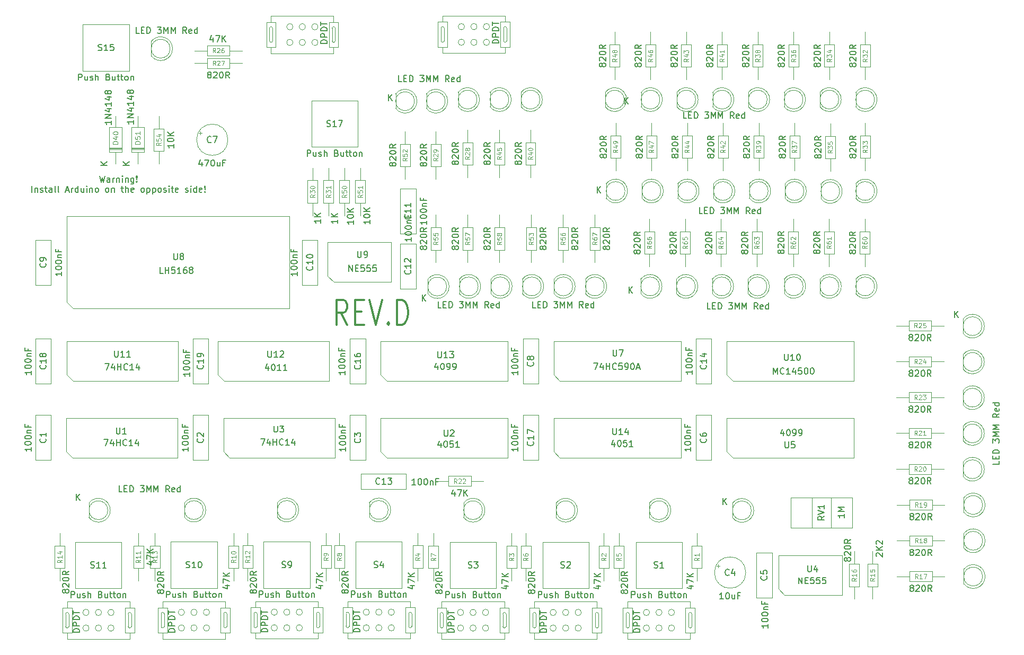
<source format=gbr>
%TF.GenerationSoftware,KiCad,Pcbnew,7.0.7*%
%TF.CreationDate,2024-02-19T19:52:43+01:00*%
%TF.ProjectId,plc14500,706c6331-3435-4303-902e-6b696361645f,rev?*%
%TF.SameCoordinates,Original*%
%TF.FileFunction,AssemblyDrawing,Top*%
%FSLAX46Y46*%
G04 Gerber Fmt 4.6, Leading zero omitted, Abs format (unit mm)*
G04 Created by KiCad (PCBNEW 7.0.7) date 2024-02-19 19:52:43*
%MOMM*%
%LPD*%
G01*
G04 APERTURE LIST*
%ADD10C,0.150000*%
%ADD11C,0.300000*%
%ADD12C,0.108000*%
%ADD13C,0.120000*%
%ADD14C,0.100000*%
G04 APERTURE END LIST*
D10*
X82886779Y-120519819D02*
X82886779Y-119519819D01*
X83458207Y-120519819D02*
X83029636Y-119948390D01*
X83458207Y-119519819D02*
X82886779Y-120091247D01*
X223221779Y-91309819D02*
X223221779Y-90309819D01*
X223793207Y-91309819D02*
X223364636Y-90738390D01*
X223793207Y-90309819D02*
X223221779Y-90881247D01*
X186238095Y-121194819D02*
X186238095Y-120194819D01*
X186809523Y-121194819D02*
X186380952Y-120623390D01*
X186809523Y-120194819D02*
X186238095Y-120766247D01*
X132798095Y-56704819D02*
X132798095Y-55704819D01*
X133369523Y-56704819D02*
X132940952Y-56133390D01*
X133369523Y-55704819D02*
X132798095Y-56276247D01*
X171188095Y-87449819D02*
X171188095Y-86449819D01*
X171759523Y-87449819D02*
X171330952Y-86878390D01*
X171759523Y-86449819D02*
X171188095Y-87021247D01*
D11*
X126161428Y-92494876D02*
X125161428Y-90590114D01*
X124447142Y-92494876D02*
X124447142Y-88494876D01*
X124447142Y-88494876D02*
X125589999Y-88494876D01*
X125589999Y-88494876D02*
X125875714Y-88685352D01*
X125875714Y-88685352D02*
X126018571Y-88875828D01*
X126018571Y-88875828D02*
X126161428Y-89256780D01*
X126161428Y-89256780D02*
X126161428Y-89828209D01*
X126161428Y-89828209D02*
X126018571Y-90209161D01*
X126018571Y-90209161D02*
X125875714Y-90399638D01*
X125875714Y-90399638D02*
X125589999Y-90590114D01*
X125589999Y-90590114D02*
X124447142Y-90590114D01*
X127447142Y-90399638D02*
X128447142Y-90399638D01*
X128875714Y-92494876D02*
X127447142Y-92494876D01*
X127447142Y-92494876D02*
X127447142Y-88494876D01*
X127447142Y-88494876D02*
X128875714Y-88494876D01*
X129732857Y-88494876D02*
X130732857Y-92494876D01*
X130732857Y-92494876D02*
X131732857Y-88494876D01*
X132732857Y-92113923D02*
X132875714Y-92304400D01*
X132875714Y-92304400D02*
X132732857Y-92494876D01*
X132732857Y-92494876D02*
X132590000Y-92304400D01*
X132590000Y-92304400D02*
X132732857Y-92113923D01*
X132732857Y-92113923D02*
X132732857Y-92494876D01*
X134161428Y-92494876D02*
X134161428Y-88494876D01*
X134161428Y-88494876D02*
X134875714Y-88494876D01*
X134875714Y-88494876D02*
X135304285Y-88685352D01*
X135304285Y-88685352D02*
X135590000Y-89066304D01*
X135590000Y-89066304D02*
X135732857Y-89447257D01*
X135732857Y-89447257D02*
X135875714Y-90209161D01*
X135875714Y-90209161D02*
X135875714Y-90780590D01*
X135875714Y-90780590D02*
X135732857Y-91542495D01*
X135732857Y-91542495D02*
X135590000Y-91923447D01*
X135590000Y-91923447D02*
X135304285Y-92304400D01*
X135304285Y-92304400D02*
X134875714Y-92494876D01*
X134875714Y-92494876D02*
X134161428Y-92494876D01*
D10*
X166108095Y-71424819D02*
X166108095Y-70424819D01*
X166679523Y-71424819D02*
X166250952Y-70853390D01*
X166679523Y-70424819D02*
X166108095Y-70996247D01*
X86606191Y-68689819D02*
X86844286Y-69689819D01*
X86844286Y-69689819D02*
X87034762Y-68975533D01*
X87034762Y-68975533D02*
X87225238Y-69689819D01*
X87225238Y-69689819D02*
X87463334Y-68689819D01*
X88272857Y-69689819D02*
X88272857Y-69166009D01*
X88272857Y-69166009D02*
X88225238Y-69070771D01*
X88225238Y-69070771D02*
X88130000Y-69023152D01*
X88130000Y-69023152D02*
X87939524Y-69023152D01*
X87939524Y-69023152D02*
X87844286Y-69070771D01*
X88272857Y-69642200D02*
X88177619Y-69689819D01*
X88177619Y-69689819D02*
X87939524Y-69689819D01*
X87939524Y-69689819D02*
X87844286Y-69642200D01*
X87844286Y-69642200D02*
X87796667Y-69546961D01*
X87796667Y-69546961D02*
X87796667Y-69451723D01*
X87796667Y-69451723D02*
X87844286Y-69356485D01*
X87844286Y-69356485D02*
X87939524Y-69308866D01*
X87939524Y-69308866D02*
X88177619Y-69308866D01*
X88177619Y-69308866D02*
X88272857Y-69261247D01*
X88749048Y-69689819D02*
X88749048Y-69023152D01*
X88749048Y-69213628D02*
X88796667Y-69118390D01*
X88796667Y-69118390D02*
X88844286Y-69070771D01*
X88844286Y-69070771D02*
X88939524Y-69023152D01*
X88939524Y-69023152D02*
X89034762Y-69023152D01*
X89368096Y-69023152D02*
X89368096Y-69689819D01*
X89368096Y-69118390D02*
X89415715Y-69070771D01*
X89415715Y-69070771D02*
X89510953Y-69023152D01*
X89510953Y-69023152D02*
X89653810Y-69023152D01*
X89653810Y-69023152D02*
X89749048Y-69070771D01*
X89749048Y-69070771D02*
X89796667Y-69166009D01*
X89796667Y-69166009D02*
X89796667Y-69689819D01*
X90272858Y-69689819D02*
X90272858Y-69023152D01*
X90272858Y-68689819D02*
X90225239Y-68737438D01*
X90225239Y-68737438D02*
X90272858Y-68785057D01*
X90272858Y-68785057D02*
X90320477Y-68737438D01*
X90320477Y-68737438D02*
X90272858Y-68689819D01*
X90272858Y-68689819D02*
X90272858Y-68785057D01*
X90749048Y-69023152D02*
X90749048Y-69689819D01*
X90749048Y-69118390D02*
X90796667Y-69070771D01*
X90796667Y-69070771D02*
X90891905Y-69023152D01*
X90891905Y-69023152D02*
X91034762Y-69023152D01*
X91034762Y-69023152D02*
X91130000Y-69070771D01*
X91130000Y-69070771D02*
X91177619Y-69166009D01*
X91177619Y-69166009D02*
X91177619Y-69689819D01*
X92082381Y-69023152D02*
X92082381Y-69832676D01*
X92082381Y-69832676D02*
X92034762Y-69927914D01*
X92034762Y-69927914D02*
X91987143Y-69975533D01*
X91987143Y-69975533D02*
X91891905Y-70023152D01*
X91891905Y-70023152D02*
X91749048Y-70023152D01*
X91749048Y-70023152D02*
X91653810Y-69975533D01*
X92082381Y-69642200D02*
X91987143Y-69689819D01*
X91987143Y-69689819D02*
X91796667Y-69689819D01*
X91796667Y-69689819D02*
X91701429Y-69642200D01*
X91701429Y-69642200D02*
X91653810Y-69594580D01*
X91653810Y-69594580D02*
X91606191Y-69499342D01*
X91606191Y-69499342D02*
X91606191Y-69213628D01*
X91606191Y-69213628D02*
X91653810Y-69118390D01*
X91653810Y-69118390D02*
X91701429Y-69070771D01*
X91701429Y-69070771D02*
X91796667Y-69023152D01*
X91796667Y-69023152D02*
X91987143Y-69023152D01*
X91987143Y-69023152D02*
X92082381Y-69070771D01*
X92558572Y-69594580D02*
X92606191Y-69642200D01*
X92606191Y-69642200D02*
X92558572Y-69689819D01*
X92558572Y-69689819D02*
X92510953Y-69642200D01*
X92510953Y-69642200D02*
X92558572Y-69594580D01*
X92558572Y-69594580D02*
X92558572Y-69689819D01*
X92558572Y-69308866D02*
X92510953Y-68737438D01*
X92510953Y-68737438D02*
X92558572Y-68689819D01*
X92558572Y-68689819D02*
X92606191Y-68737438D01*
X92606191Y-68737438D02*
X92558572Y-69308866D01*
X92558572Y-69308866D02*
X92558572Y-68689819D01*
X75820474Y-71299819D02*
X75820474Y-70299819D01*
X76296664Y-70633152D02*
X76296664Y-71299819D01*
X76296664Y-70728390D02*
X76344283Y-70680771D01*
X76344283Y-70680771D02*
X76439521Y-70633152D01*
X76439521Y-70633152D02*
X76582378Y-70633152D01*
X76582378Y-70633152D02*
X76677616Y-70680771D01*
X76677616Y-70680771D02*
X76725235Y-70776009D01*
X76725235Y-70776009D02*
X76725235Y-71299819D01*
X77153807Y-71252200D02*
X77249045Y-71299819D01*
X77249045Y-71299819D02*
X77439521Y-71299819D01*
X77439521Y-71299819D02*
X77534759Y-71252200D01*
X77534759Y-71252200D02*
X77582378Y-71156961D01*
X77582378Y-71156961D02*
X77582378Y-71109342D01*
X77582378Y-71109342D02*
X77534759Y-71014104D01*
X77534759Y-71014104D02*
X77439521Y-70966485D01*
X77439521Y-70966485D02*
X77296664Y-70966485D01*
X77296664Y-70966485D02*
X77201426Y-70918866D01*
X77201426Y-70918866D02*
X77153807Y-70823628D01*
X77153807Y-70823628D02*
X77153807Y-70776009D01*
X77153807Y-70776009D02*
X77201426Y-70680771D01*
X77201426Y-70680771D02*
X77296664Y-70633152D01*
X77296664Y-70633152D02*
X77439521Y-70633152D01*
X77439521Y-70633152D02*
X77534759Y-70680771D01*
X77868093Y-70633152D02*
X78249045Y-70633152D01*
X78010950Y-70299819D02*
X78010950Y-71156961D01*
X78010950Y-71156961D02*
X78058569Y-71252200D01*
X78058569Y-71252200D02*
X78153807Y-71299819D01*
X78153807Y-71299819D02*
X78249045Y-71299819D01*
X79010950Y-71299819D02*
X79010950Y-70776009D01*
X79010950Y-70776009D02*
X78963331Y-70680771D01*
X78963331Y-70680771D02*
X78868093Y-70633152D01*
X78868093Y-70633152D02*
X78677617Y-70633152D01*
X78677617Y-70633152D02*
X78582379Y-70680771D01*
X79010950Y-71252200D02*
X78915712Y-71299819D01*
X78915712Y-71299819D02*
X78677617Y-71299819D01*
X78677617Y-71299819D02*
X78582379Y-71252200D01*
X78582379Y-71252200D02*
X78534760Y-71156961D01*
X78534760Y-71156961D02*
X78534760Y-71061723D01*
X78534760Y-71061723D02*
X78582379Y-70966485D01*
X78582379Y-70966485D02*
X78677617Y-70918866D01*
X78677617Y-70918866D02*
X78915712Y-70918866D01*
X78915712Y-70918866D02*
X79010950Y-70871247D01*
X79629998Y-71299819D02*
X79534760Y-71252200D01*
X79534760Y-71252200D02*
X79487141Y-71156961D01*
X79487141Y-71156961D02*
X79487141Y-70299819D01*
X80153808Y-71299819D02*
X80058570Y-71252200D01*
X80058570Y-71252200D02*
X80010951Y-71156961D01*
X80010951Y-71156961D02*
X80010951Y-70299819D01*
X81249047Y-71014104D02*
X81725237Y-71014104D01*
X81153809Y-71299819D02*
X81487142Y-70299819D01*
X81487142Y-70299819D02*
X81820475Y-71299819D01*
X82153809Y-71299819D02*
X82153809Y-70633152D01*
X82153809Y-70823628D02*
X82201428Y-70728390D01*
X82201428Y-70728390D02*
X82249047Y-70680771D01*
X82249047Y-70680771D02*
X82344285Y-70633152D01*
X82344285Y-70633152D02*
X82439523Y-70633152D01*
X83201428Y-71299819D02*
X83201428Y-70299819D01*
X83201428Y-71252200D02*
X83106190Y-71299819D01*
X83106190Y-71299819D02*
X82915714Y-71299819D01*
X82915714Y-71299819D02*
X82820476Y-71252200D01*
X82820476Y-71252200D02*
X82772857Y-71204580D01*
X82772857Y-71204580D02*
X82725238Y-71109342D01*
X82725238Y-71109342D02*
X82725238Y-70823628D01*
X82725238Y-70823628D02*
X82772857Y-70728390D01*
X82772857Y-70728390D02*
X82820476Y-70680771D01*
X82820476Y-70680771D02*
X82915714Y-70633152D01*
X82915714Y-70633152D02*
X83106190Y-70633152D01*
X83106190Y-70633152D02*
X83201428Y-70680771D01*
X84106190Y-70633152D02*
X84106190Y-71299819D01*
X83677619Y-70633152D02*
X83677619Y-71156961D01*
X83677619Y-71156961D02*
X83725238Y-71252200D01*
X83725238Y-71252200D02*
X83820476Y-71299819D01*
X83820476Y-71299819D02*
X83963333Y-71299819D01*
X83963333Y-71299819D02*
X84058571Y-71252200D01*
X84058571Y-71252200D02*
X84106190Y-71204580D01*
X84582381Y-71299819D02*
X84582381Y-70633152D01*
X84582381Y-70299819D02*
X84534762Y-70347438D01*
X84534762Y-70347438D02*
X84582381Y-70395057D01*
X84582381Y-70395057D02*
X84630000Y-70347438D01*
X84630000Y-70347438D02*
X84582381Y-70299819D01*
X84582381Y-70299819D02*
X84582381Y-70395057D01*
X85058571Y-70633152D02*
X85058571Y-71299819D01*
X85058571Y-70728390D02*
X85106190Y-70680771D01*
X85106190Y-70680771D02*
X85201428Y-70633152D01*
X85201428Y-70633152D02*
X85344285Y-70633152D01*
X85344285Y-70633152D02*
X85439523Y-70680771D01*
X85439523Y-70680771D02*
X85487142Y-70776009D01*
X85487142Y-70776009D02*
X85487142Y-71299819D01*
X86106190Y-71299819D02*
X86010952Y-71252200D01*
X86010952Y-71252200D02*
X85963333Y-71204580D01*
X85963333Y-71204580D02*
X85915714Y-71109342D01*
X85915714Y-71109342D02*
X85915714Y-70823628D01*
X85915714Y-70823628D02*
X85963333Y-70728390D01*
X85963333Y-70728390D02*
X86010952Y-70680771D01*
X86010952Y-70680771D02*
X86106190Y-70633152D01*
X86106190Y-70633152D02*
X86249047Y-70633152D01*
X86249047Y-70633152D02*
X86344285Y-70680771D01*
X86344285Y-70680771D02*
X86391904Y-70728390D01*
X86391904Y-70728390D02*
X86439523Y-70823628D01*
X86439523Y-70823628D02*
X86439523Y-71109342D01*
X86439523Y-71109342D02*
X86391904Y-71204580D01*
X86391904Y-71204580D02*
X86344285Y-71252200D01*
X86344285Y-71252200D02*
X86249047Y-71299819D01*
X86249047Y-71299819D02*
X86106190Y-71299819D01*
X87772857Y-71299819D02*
X87677619Y-71252200D01*
X87677619Y-71252200D02*
X87630000Y-71204580D01*
X87630000Y-71204580D02*
X87582381Y-71109342D01*
X87582381Y-71109342D02*
X87582381Y-70823628D01*
X87582381Y-70823628D02*
X87630000Y-70728390D01*
X87630000Y-70728390D02*
X87677619Y-70680771D01*
X87677619Y-70680771D02*
X87772857Y-70633152D01*
X87772857Y-70633152D02*
X87915714Y-70633152D01*
X87915714Y-70633152D02*
X88010952Y-70680771D01*
X88010952Y-70680771D02*
X88058571Y-70728390D01*
X88058571Y-70728390D02*
X88106190Y-70823628D01*
X88106190Y-70823628D02*
X88106190Y-71109342D01*
X88106190Y-71109342D02*
X88058571Y-71204580D01*
X88058571Y-71204580D02*
X88010952Y-71252200D01*
X88010952Y-71252200D02*
X87915714Y-71299819D01*
X87915714Y-71299819D02*
X87772857Y-71299819D01*
X88534762Y-70633152D02*
X88534762Y-71299819D01*
X88534762Y-70728390D02*
X88582381Y-70680771D01*
X88582381Y-70680771D02*
X88677619Y-70633152D01*
X88677619Y-70633152D02*
X88820476Y-70633152D01*
X88820476Y-70633152D02*
X88915714Y-70680771D01*
X88915714Y-70680771D02*
X88963333Y-70776009D01*
X88963333Y-70776009D02*
X88963333Y-71299819D01*
X90058572Y-70633152D02*
X90439524Y-70633152D01*
X90201429Y-70299819D02*
X90201429Y-71156961D01*
X90201429Y-71156961D02*
X90249048Y-71252200D01*
X90249048Y-71252200D02*
X90344286Y-71299819D01*
X90344286Y-71299819D02*
X90439524Y-71299819D01*
X90772858Y-71299819D02*
X90772858Y-70299819D01*
X91201429Y-71299819D02*
X91201429Y-70776009D01*
X91201429Y-70776009D02*
X91153810Y-70680771D01*
X91153810Y-70680771D02*
X91058572Y-70633152D01*
X91058572Y-70633152D02*
X90915715Y-70633152D01*
X90915715Y-70633152D02*
X90820477Y-70680771D01*
X90820477Y-70680771D02*
X90772858Y-70728390D01*
X92058572Y-71252200D02*
X91963334Y-71299819D01*
X91963334Y-71299819D02*
X91772858Y-71299819D01*
X91772858Y-71299819D02*
X91677620Y-71252200D01*
X91677620Y-71252200D02*
X91630001Y-71156961D01*
X91630001Y-71156961D02*
X91630001Y-70776009D01*
X91630001Y-70776009D02*
X91677620Y-70680771D01*
X91677620Y-70680771D02*
X91772858Y-70633152D01*
X91772858Y-70633152D02*
X91963334Y-70633152D01*
X91963334Y-70633152D02*
X92058572Y-70680771D01*
X92058572Y-70680771D02*
X92106191Y-70776009D01*
X92106191Y-70776009D02*
X92106191Y-70871247D01*
X92106191Y-70871247D02*
X91630001Y-70966485D01*
X93439525Y-71299819D02*
X93344287Y-71252200D01*
X93344287Y-71252200D02*
X93296668Y-71204580D01*
X93296668Y-71204580D02*
X93249049Y-71109342D01*
X93249049Y-71109342D02*
X93249049Y-70823628D01*
X93249049Y-70823628D02*
X93296668Y-70728390D01*
X93296668Y-70728390D02*
X93344287Y-70680771D01*
X93344287Y-70680771D02*
X93439525Y-70633152D01*
X93439525Y-70633152D02*
X93582382Y-70633152D01*
X93582382Y-70633152D02*
X93677620Y-70680771D01*
X93677620Y-70680771D02*
X93725239Y-70728390D01*
X93725239Y-70728390D02*
X93772858Y-70823628D01*
X93772858Y-70823628D02*
X93772858Y-71109342D01*
X93772858Y-71109342D02*
X93725239Y-71204580D01*
X93725239Y-71204580D02*
X93677620Y-71252200D01*
X93677620Y-71252200D02*
X93582382Y-71299819D01*
X93582382Y-71299819D02*
X93439525Y-71299819D01*
X94201430Y-70633152D02*
X94201430Y-71633152D01*
X94201430Y-70680771D02*
X94296668Y-70633152D01*
X94296668Y-70633152D02*
X94487144Y-70633152D01*
X94487144Y-70633152D02*
X94582382Y-70680771D01*
X94582382Y-70680771D02*
X94630001Y-70728390D01*
X94630001Y-70728390D02*
X94677620Y-70823628D01*
X94677620Y-70823628D02*
X94677620Y-71109342D01*
X94677620Y-71109342D02*
X94630001Y-71204580D01*
X94630001Y-71204580D02*
X94582382Y-71252200D01*
X94582382Y-71252200D02*
X94487144Y-71299819D01*
X94487144Y-71299819D02*
X94296668Y-71299819D01*
X94296668Y-71299819D02*
X94201430Y-71252200D01*
X95106192Y-70633152D02*
X95106192Y-71633152D01*
X95106192Y-70680771D02*
X95201430Y-70633152D01*
X95201430Y-70633152D02*
X95391906Y-70633152D01*
X95391906Y-70633152D02*
X95487144Y-70680771D01*
X95487144Y-70680771D02*
X95534763Y-70728390D01*
X95534763Y-70728390D02*
X95582382Y-70823628D01*
X95582382Y-70823628D02*
X95582382Y-71109342D01*
X95582382Y-71109342D02*
X95534763Y-71204580D01*
X95534763Y-71204580D02*
X95487144Y-71252200D01*
X95487144Y-71252200D02*
X95391906Y-71299819D01*
X95391906Y-71299819D02*
X95201430Y-71299819D01*
X95201430Y-71299819D02*
X95106192Y-71252200D01*
X96153811Y-71299819D02*
X96058573Y-71252200D01*
X96058573Y-71252200D02*
X96010954Y-71204580D01*
X96010954Y-71204580D02*
X95963335Y-71109342D01*
X95963335Y-71109342D02*
X95963335Y-70823628D01*
X95963335Y-70823628D02*
X96010954Y-70728390D01*
X96010954Y-70728390D02*
X96058573Y-70680771D01*
X96058573Y-70680771D02*
X96153811Y-70633152D01*
X96153811Y-70633152D02*
X96296668Y-70633152D01*
X96296668Y-70633152D02*
X96391906Y-70680771D01*
X96391906Y-70680771D02*
X96439525Y-70728390D01*
X96439525Y-70728390D02*
X96487144Y-70823628D01*
X96487144Y-70823628D02*
X96487144Y-71109342D01*
X96487144Y-71109342D02*
X96439525Y-71204580D01*
X96439525Y-71204580D02*
X96391906Y-71252200D01*
X96391906Y-71252200D02*
X96296668Y-71299819D01*
X96296668Y-71299819D02*
X96153811Y-71299819D01*
X96868097Y-71252200D02*
X96963335Y-71299819D01*
X96963335Y-71299819D02*
X97153811Y-71299819D01*
X97153811Y-71299819D02*
X97249049Y-71252200D01*
X97249049Y-71252200D02*
X97296668Y-71156961D01*
X97296668Y-71156961D02*
X97296668Y-71109342D01*
X97296668Y-71109342D02*
X97249049Y-71014104D01*
X97249049Y-71014104D02*
X97153811Y-70966485D01*
X97153811Y-70966485D02*
X97010954Y-70966485D01*
X97010954Y-70966485D02*
X96915716Y-70918866D01*
X96915716Y-70918866D02*
X96868097Y-70823628D01*
X96868097Y-70823628D02*
X96868097Y-70776009D01*
X96868097Y-70776009D02*
X96915716Y-70680771D01*
X96915716Y-70680771D02*
X97010954Y-70633152D01*
X97010954Y-70633152D02*
X97153811Y-70633152D01*
X97153811Y-70633152D02*
X97249049Y-70680771D01*
X97725240Y-71299819D02*
X97725240Y-70633152D01*
X97725240Y-70299819D02*
X97677621Y-70347438D01*
X97677621Y-70347438D02*
X97725240Y-70395057D01*
X97725240Y-70395057D02*
X97772859Y-70347438D01*
X97772859Y-70347438D02*
X97725240Y-70299819D01*
X97725240Y-70299819D02*
X97725240Y-70395057D01*
X98058573Y-70633152D02*
X98439525Y-70633152D01*
X98201430Y-70299819D02*
X98201430Y-71156961D01*
X98201430Y-71156961D02*
X98249049Y-71252200D01*
X98249049Y-71252200D02*
X98344287Y-71299819D01*
X98344287Y-71299819D02*
X98439525Y-71299819D01*
X99153811Y-71252200D02*
X99058573Y-71299819D01*
X99058573Y-71299819D02*
X98868097Y-71299819D01*
X98868097Y-71299819D02*
X98772859Y-71252200D01*
X98772859Y-71252200D02*
X98725240Y-71156961D01*
X98725240Y-71156961D02*
X98725240Y-70776009D01*
X98725240Y-70776009D02*
X98772859Y-70680771D01*
X98772859Y-70680771D02*
X98868097Y-70633152D01*
X98868097Y-70633152D02*
X99058573Y-70633152D01*
X99058573Y-70633152D02*
X99153811Y-70680771D01*
X99153811Y-70680771D02*
X99201430Y-70776009D01*
X99201430Y-70776009D02*
X99201430Y-70871247D01*
X99201430Y-70871247D02*
X98725240Y-70966485D01*
X100344288Y-71252200D02*
X100439526Y-71299819D01*
X100439526Y-71299819D02*
X100630002Y-71299819D01*
X100630002Y-71299819D02*
X100725240Y-71252200D01*
X100725240Y-71252200D02*
X100772859Y-71156961D01*
X100772859Y-71156961D02*
X100772859Y-71109342D01*
X100772859Y-71109342D02*
X100725240Y-71014104D01*
X100725240Y-71014104D02*
X100630002Y-70966485D01*
X100630002Y-70966485D02*
X100487145Y-70966485D01*
X100487145Y-70966485D02*
X100391907Y-70918866D01*
X100391907Y-70918866D02*
X100344288Y-70823628D01*
X100344288Y-70823628D02*
X100344288Y-70776009D01*
X100344288Y-70776009D02*
X100391907Y-70680771D01*
X100391907Y-70680771D02*
X100487145Y-70633152D01*
X100487145Y-70633152D02*
X100630002Y-70633152D01*
X100630002Y-70633152D02*
X100725240Y-70680771D01*
X101201431Y-71299819D02*
X101201431Y-70633152D01*
X101201431Y-70299819D02*
X101153812Y-70347438D01*
X101153812Y-70347438D02*
X101201431Y-70395057D01*
X101201431Y-70395057D02*
X101249050Y-70347438D01*
X101249050Y-70347438D02*
X101201431Y-70299819D01*
X101201431Y-70299819D02*
X101201431Y-70395057D01*
X102106192Y-71299819D02*
X102106192Y-70299819D01*
X102106192Y-71252200D02*
X102010954Y-71299819D01*
X102010954Y-71299819D02*
X101820478Y-71299819D01*
X101820478Y-71299819D02*
X101725240Y-71252200D01*
X101725240Y-71252200D02*
X101677621Y-71204580D01*
X101677621Y-71204580D02*
X101630002Y-71109342D01*
X101630002Y-71109342D02*
X101630002Y-70823628D01*
X101630002Y-70823628D02*
X101677621Y-70728390D01*
X101677621Y-70728390D02*
X101725240Y-70680771D01*
X101725240Y-70680771D02*
X101820478Y-70633152D01*
X101820478Y-70633152D02*
X102010954Y-70633152D01*
X102010954Y-70633152D02*
X102106192Y-70680771D01*
X102963335Y-71252200D02*
X102868097Y-71299819D01*
X102868097Y-71299819D02*
X102677621Y-71299819D01*
X102677621Y-71299819D02*
X102582383Y-71252200D01*
X102582383Y-71252200D02*
X102534764Y-71156961D01*
X102534764Y-71156961D02*
X102534764Y-70776009D01*
X102534764Y-70776009D02*
X102582383Y-70680771D01*
X102582383Y-70680771D02*
X102677621Y-70633152D01*
X102677621Y-70633152D02*
X102868097Y-70633152D01*
X102868097Y-70633152D02*
X102963335Y-70680771D01*
X102963335Y-70680771D02*
X103010954Y-70776009D01*
X103010954Y-70776009D02*
X103010954Y-70871247D01*
X103010954Y-70871247D02*
X102534764Y-70966485D01*
X103439526Y-71204580D02*
X103487145Y-71252200D01*
X103487145Y-71252200D02*
X103439526Y-71299819D01*
X103439526Y-71299819D02*
X103391907Y-71252200D01*
X103391907Y-71252200D02*
X103439526Y-71204580D01*
X103439526Y-71204580D02*
X103439526Y-71299819D01*
X103439526Y-70918866D02*
X103391907Y-70347438D01*
X103391907Y-70347438D02*
X103439526Y-70299819D01*
X103439526Y-70299819D02*
X103487145Y-70347438D01*
X103487145Y-70347438D02*
X103439526Y-70918866D01*
X103439526Y-70918866D02*
X103439526Y-70299819D01*
X138168095Y-88719819D02*
X138168095Y-87719819D01*
X138739523Y-88719819D02*
X138310952Y-88148390D01*
X138739523Y-87719819D02*
X138168095Y-88291247D01*
X170513095Y-57174819D02*
X170513095Y-56174819D01*
X171084523Y-57174819D02*
X170655952Y-56603390D01*
X171084523Y-56174819D02*
X170513095Y-56746247D01*
X125935819Y-112077619D02*
X125935819Y-112649047D01*
X125935819Y-112363333D02*
X124935819Y-112363333D01*
X124935819Y-112363333D02*
X125078676Y-112458571D01*
X125078676Y-112458571D02*
X125173914Y-112553809D01*
X125173914Y-112553809D02*
X125221533Y-112649047D01*
X124935819Y-111458571D02*
X124935819Y-111363333D01*
X124935819Y-111363333D02*
X124983438Y-111268095D01*
X124983438Y-111268095D02*
X125031057Y-111220476D01*
X125031057Y-111220476D02*
X125126295Y-111172857D01*
X125126295Y-111172857D02*
X125316771Y-111125238D01*
X125316771Y-111125238D02*
X125554866Y-111125238D01*
X125554866Y-111125238D02*
X125745342Y-111172857D01*
X125745342Y-111172857D02*
X125840580Y-111220476D01*
X125840580Y-111220476D02*
X125888200Y-111268095D01*
X125888200Y-111268095D02*
X125935819Y-111363333D01*
X125935819Y-111363333D02*
X125935819Y-111458571D01*
X125935819Y-111458571D02*
X125888200Y-111553809D01*
X125888200Y-111553809D02*
X125840580Y-111601428D01*
X125840580Y-111601428D02*
X125745342Y-111649047D01*
X125745342Y-111649047D02*
X125554866Y-111696666D01*
X125554866Y-111696666D02*
X125316771Y-111696666D01*
X125316771Y-111696666D02*
X125126295Y-111649047D01*
X125126295Y-111649047D02*
X125031057Y-111601428D01*
X125031057Y-111601428D02*
X124983438Y-111553809D01*
X124983438Y-111553809D02*
X124935819Y-111458571D01*
X124935819Y-110506190D02*
X124935819Y-110410952D01*
X124935819Y-110410952D02*
X124983438Y-110315714D01*
X124983438Y-110315714D02*
X125031057Y-110268095D01*
X125031057Y-110268095D02*
X125126295Y-110220476D01*
X125126295Y-110220476D02*
X125316771Y-110172857D01*
X125316771Y-110172857D02*
X125554866Y-110172857D01*
X125554866Y-110172857D02*
X125745342Y-110220476D01*
X125745342Y-110220476D02*
X125840580Y-110268095D01*
X125840580Y-110268095D02*
X125888200Y-110315714D01*
X125888200Y-110315714D02*
X125935819Y-110410952D01*
X125935819Y-110410952D02*
X125935819Y-110506190D01*
X125935819Y-110506190D02*
X125888200Y-110601428D01*
X125888200Y-110601428D02*
X125840580Y-110649047D01*
X125840580Y-110649047D02*
X125745342Y-110696666D01*
X125745342Y-110696666D02*
X125554866Y-110744285D01*
X125554866Y-110744285D02*
X125316771Y-110744285D01*
X125316771Y-110744285D02*
X125126295Y-110696666D01*
X125126295Y-110696666D02*
X125031057Y-110649047D01*
X125031057Y-110649047D02*
X124983438Y-110601428D01*
X124983438Y-110601428D02*
X124935819Y-110506190D01*
X125269152Y-109744285D02*
X125935819Y-109744285D01*
X125364390Y-109744285D02*
X125316771Y-109696666D01*
X125316771Y-109696666D02*
X125269152Y-109601428D01*
X125269152Y-109601428D02*
X125269152Y-109458571D01*
X125269152Y-109458571D02*
X125316771Y-109363333D01*
X125316771Y-109363333D02*
X125412009Y-109315714D01*
X125412009Y-109315714D02*
X125935819Y-109315714D01*
X125412009Y-108506190D02*
X125412009Y-108839523D01*
X125935819Y-108839523D02*
X124935819Y-108839523D01*
X124935819Y-108839523D02*
X124935819Y-108363333D01*
X128230580Y-110696666D02*
X128278200Y-110744285D01*
X128278200Y-110744285D02*
X128325819Y-110887142D01*
X128325819Y-110887142D02*
X128325819Y-110982380D01*
X128325819Y-110982380D02*
X128278200Y-111125237D01*
X128278200Y-111125237D02*
X128182961Y-111220475D01*
X128182961Y-111220475D02*
X128087723Y-111268094D01*
X128087723Y-111268094D02*
X127897247Y-111315713D01*
X127897247Y-111315713D02*
X127754390Y-111315713D01*
X127754390Y-111315713D02*
X127563914Y-111268094D01*
X127563914Y-111268094D02*
X127468676Y-111220475D01*
X127468676Y-111220475D02*
X127373438Y-111125237D01*
X127373438Y-111125237D02*
X127325819Y-110982380D01*
X127325819Y-110982380D02*
X127325819Y-110887142D01*
X127325819Y-110887142D02*
X127373438Y-110744285D01*
X127373438Y-110744285D02*
X127421057Y-110696666D01*
X127325819Y-110363332D02*
X127325819Y-109744285D01*
X127325819Y-109744285D02*
X127706771Y-110077618D01*
X127706771Y-110077618D02*
X127706771Y-109934761D01*
X127706771Y-109934761D02*
X127754390Y-109839523D01*
X127754390Y-109839523D02*
X127802009Y-109791904D01*
X127802009Y-109791904D02*
X127897247Y-109744285D01*
X127897247Y-109744285D02*
X128135342Y-109744285D01*
X128135342Y-109744285D02*
X128230580Y-109791904D01*
X128230580Y-109791904D02*
X128278200Y-109839523D01*
X128278200Y-109839523D02*
X128325819Y-109934761D01*
X128325819Y-109934761D02*
X128325819Y-110220475D01*
X128325819Y-110220475D02*
X128278200Y-110315713D01*
X128278200Y-110315713D02*
X128230580Y-110363332D01*
X186273571Y-136284819D02*
X185702143Y-136284819D01*
X185987857Y-136284819D02*
X185987857Y-135284819D01*
X185987857Y-135284819D02*
X185892619Y-135427676D01*
X185892619Y-135427676D02*
X185797381Y-135522914D01*
X185797381Y-135522914D02*
X185702143Y-135570533D01*
X186892619Y-135284819D02*
X186987857Y-135284819D01*
X186987857Y-135284819D02*
X187083095Y-135332438D01*
X187083095Y-135332438D02*
X187130714Y-135380057D01*
X187130714Y-135380057D02*
X187178333Y-135475295D01*
X187178333Y-135475295D02*
X187225952Y-135665771D01*
X187225952Y-135665771D02*
X187225952Y-135903866D01*
X187225952Y-135903866D02*
X187178333Y-136094342D01*
X187178333Y-136094342D02*
X187130714Y-136189580D01*
X187130714Y-136189580D02*
X187083095Y-136237200D01*
X187083095Y-136237200D02*
X186987857Y-136284819D01*
X186987857Y-136284819D02*
X186892619Y-136284819D01*
X186892619Y-136284819D02*
X186797381Y-136237200D01*
X186797381Y-136237200D02*
X186749762Y-136189580D01*
X186749762Y-136189580D02*
X186702143Y-136094342D01*
X186702143Y-136094342D02*
X186654524Y-135903866D01*
X186654524Y-135903866D02*
X186654524Y-135665771D01*
X186654524Y-135665771D02*
X186702143Y-135475295D01*
X186702143Y-135475295D02*
X186749762Y-135380057D01*
X186749762Y-135380057D02*
X186797381Y-135332438D01*
X186797381Y-135332438D02*
X186892619Y-135284819D01*
X188083095Y-135618152D02*
X188083095Y-136284819D01*
X187654524Y-135618152D02*
X187654524Y-136141961D01*
X187654524Y-136141961D02*
X187702143Y-136237200D01*
X187702143Y-136237200D02*
X187797381Y-136284819D01*
X187797381Y-136284819D02*
X187940238Y-136284819D01*
X187940238Y-136284819D02*
X188035476Y-136237200D01*
X188035476Y-136237200D02*
X188083095Y-136189580D01*
X188892619Y-135761009D02*
X188559286Y-135761009D01*
X188559286Y-136284819D02*
X188559286Y-135284819D01*
X188559286Y-135284819D02*
X189035476Y-135284819D01*
X187178333Y-132439580D02*
X187130714Y-132487200D01*
X187130714Y-132487200D02*
X186987857Y-132534819D01*
X186987857Y-132534819D02*
X186892619Y-132534819D01*
X186892619Y-132534819D02*
X186749762Y-132487200D01*
X186749762Y-132487200D02*
X186654524Y-132391961D01*
X186654524Y-132391961D02*
X186606905Y-132296723D01*
X186606905Y-132296723D02*
X186559286Y-132106247D01*
X186559286Y-132106247D02*
X186559286Y-131963390D01*
X186559286Y-131963390D02*
X186606905Y-131772914D01*
X186606905Y-131772914D02*
X186654524Y-131677676D01*
X186654524Y-131677676D02*
X186749762Y-131582438D01*
X186749762Y-131582438D02*
X186892619Y-131534819D01*
X186892619Y-131534819D02*
X186987857Y-131534819D01*
X186987857Y-131534819D02*
X187130714Y-131582438D01*
X187130714Y-131582438D02*
X187178333Y-131630057D01*
X188035476Y-131868152D02*
X188035476Y-132534819D01*
X187797381Y-131487200D02*
X187559286Y-132201485D01*
X187559286Y-132201485D02*
X188178333Y-132201485D01*
X181076819Y-112077619D02*
X181076819Y-112649047D01*
X181076819Y-112363333D02*
X180076819Y-112363333D01*
X180076819Y-112363333D02*
X180219676Y-112458571D01*
X180219676Y-112458571D02*
X180314914Y-112553809D01*
X180314914Y-112553809D02*
X180362533Y-112649047D01*
X180076819Y-111458571D02*
X180076819Y-111363333D01*
X180076819Y-111363333D02*
X180124438Y-111268095D01*
X180124438Y-111268095D02*
X180172057Y-111220476D01*
X180172057Y-111220476D02*
X180267295Y-111172857D01*
X180267295Y-111172857D02*
X180457771Y-111125238D01*
X180457771Y-111125238D02*
X180695866Y-111125238D01*
X180695866Y-111125238D02*
X180886342Y-111172857D01*
X180886342Y-111172857D02*
X180981580Y-111220476D01*
X180981580Y-111220476D02*
X181029200Y-111268095D01*
X181029200Y-111268095D02*
X181076819Y-111363333D01*
X181076819Y-111363333D02*
X181076819Y-111458571D01*
X181076819Y-111458571D02*
X181029200Y-111553809D01*
X181029200Y-111553809D02*
X180981580Y-111601428D01*
X180981580Y-111601428D02*
X180886342Y-111649047D01*
X180886342Y-111649047D02*
X180695866Y-111696666D01*
X180695866Y-111696666D02*
X180457771Y-111696666D01*
X180457771Y-111696666D02*
X180267295Y-111649047D01*
X180267295Y-111649047D02*
X180172057Y-111601428D01*
X180172057Y-111601428D02*
X180124438Y-111553809D01*
X180124438Y-111553809D02*
X180076819Y-111458571D01*
X180076819Y-110506190D02*
X180076819Y-110410952D01*
X180076819Y-110410952D02*
X180124438Y-110315714D01*
X180124438Y-110315714D02*
X180172057Y-110268095D01*
X180172057Y-110268095D02*
X180267295Y-110220476D01*
X180267295Y-110220476D02*
X180457771Y-110172857D01*
X180457771Y-110172857D02*
X180695866Y-110172857D01*
X180695866Y-110172857D02*
X180886342Y-110220476D01*
X180886342Y-110220476D02*
X180981580Y-110268095D01*
X180981580Y-110268095D02*
X181029200Y-110315714D01*
X181029200Y-110315714D02*
X181076819Y-110410952D01*
X181076819Y-110410952D02*
X181076819Y-110506190D01*
X181076819Y-110506190D02*
X181029200Y-110601428D01*
X181029200Y-110601428D02*
X180981580Y-110649047D01*
X180981580Y-110649047D02*
X180886342Y-110696666D01*
X180886342Y-110696666D02*
X180695866Y-110744285D01*
X180695866Y-110744285D02*
X180457771Y-110744285D01*
X180457771Y-110744285D02*
X180267295Y-110696666D01*
X180267295Y-110696666D02*
X180172057Y-110649047D01*
X180172057Y-110649047D02*
X180124438Y-110601428D01*
X180124438Y-110601428D02*
X180076819Y-110506190D01*
X180410152Y-109744285D02*
X181076819Y-109744285D01*
X180505390Y-109744285D02*
X180457771Y-109696666D01*
X180457771Y-109696666D02*
X180410152Y-109601428D01*
X180410152Y-109601428D02*
X180410152Y-109458571D01*
X180410152Y-109458571D02*
X180457771Y-109363333D01*
X180457771Y-109363333D02*
X180553009Y-109315714D01*
X180553009Y-109315714D02*
X181076819Y-109315714D01*
X180553009Y-108506190D02*
X180553009Y-108839523D01*
X181076819Y-108839523D02*
X180076819Y-108839523D01*
X180076819Y-108839523D02*
X180076819Y-108363333D01*
X183481580Y-110696666D02*
X183529200Y-110744285D01*
X183529200Y-110744285D02*
X183576819Y-110887142D01*
X183576819Y-110887142D02*
X183576819Y-110982380D01*
X183576819Y-110982380D02*
X183529200Y-111125237D01*
X183529200Y-111125237D02*
X183433961Y-111220475D01*
X183433961Y-111220475D02*
X183338723Y-111268094D01*
X183338723Y-111268094D02*
X183148247Y-111315713D01*
X183148247Y-111315713D02*
X183005390Y-111315713D01*
X183005390Y-111315713D02*
X182814914Y-111268094D01*
X182814914Y-111268094D02*
X182719676Y-111220475D01*
X182719676Y-111220475D02*
X182624438Y-111125237D01*
X182624438Y-111125237D02*
X182576819Y-110982380D01*
X182576819Y-110982380D02*
X182576819Y-110887142D01*
X182576819Y-110887142D02*
X182624438Y-110744285D01*
X182624438Y-110744285D02*
X182672057Y-110696666D01*
X182576819Y-109839523D02*
X182576819Y-110029999D01*
X182576819Y-110029999D02*
X182624438Y-110125237D01*
X182624438Y-110125237D02*
X182672057Y-110172856D01*
X182672057Y-110172856D02*
X182814914Y-110268094D01*
X182814914Y-110268094D02*
X183005390Y-110315713D01*
X183005390Y-110315713D02*
X183386342Y-110315713D01*
X183386342Y-110315713D02*
X183481580Y-110268094D01*
X183481580Y-110268094D02*
X183529200Y-110220475D01*
X183529200Y-110220475D02*
X183576819Y-110125237D01*
X183576819Y-110125237D02*
X183576819Y-109934761D01*
X183576819Y-109934761D02*
X183529200Y-109839523D01*
X183529200Y-109839523D02*
X183481580Y-109791904D01*
X183481580Y-109791904D02*
X183386342Y-109744285D01*
X183386342Y-109744285D02*
X183148247Y-109744285D01*
X183148247Y-109744285D02*
X183053009Y-109791904D01*
X183053009Y-109791904D02*
X183005390Y-109839523D01*
X183005390Y-109839523D02*
X182957771Y-109934761D01*
X182957771Y-109934761D02*
X182957771Y-110125237D01*
X182957771Y-110125237D02*
X183005390Y-110220475D01*
X183005390Y-110220475D02*
X183053009Y-110268094D01*
X183053009Y-110268094D02*
X183148247Y-110315713D01*
X102977142Y-66478152D02*
X102977142Y-67144819D01*
X102739047Y-66097200D02*
X102500952Y-66811485D01*
X102500952Y-66811485D02*
X103119999Y-66811485D01*
X103405714Y-66144819D02*
X104072380Y-66144819D01*
X104072380Y-66144819D02*
X103643809Y-67144819D01*
X104643809Y-66144819D02*
X104739047Y-66144819D01*
X104739047Y-66144819D02*
X104834285Y-66192438D01*
X104834285Y-66192438D02*
X104881904Y-66240057D01*
X104881904Y-66240057D02*
X104929523Y-66335295D01*
X104929523Y-66335295D02*
X104977142Y-66525771D01*
X104977142Y-66525771D02*
X104977142Y-66763866D01*
X104977142Y-66763866D02*
X104929523Y-66954342D01*
X104929523Y-66954342D02*
X104881904Y-67049580D01*
X104881904Y-67049580D02*
X104834285Y-67097200D01*
X104834285Y-67097200D02*
X104739047Y-67144819D01*
X104739047Y-67144819D02*
X104643809Y-67144819D01*
X104643809Y-67144819D02*
X104548571Y-67097200D01*
X104548571Y-67097200D02*
X104500952Y-67049580D01*
X104500952Y-67049580D02*
X104453333Y-66954342D01*
X104453333Y-66954342D02*
X104405714Y-66763866D01*
X104405714Y-66763866D02*
X104405714Y-66525771D01*
X104405714Y-66525771D02*
X104453333Y-66335295D01*
X104453333Y-66335295D02*
X104500952Y-66240057D01*
X104500952Y-66240057D02*
X104548571Y-66192438D01*
X104548571Y-66192438D02*
X104643809Y-66144819D01*
X105834285Y-66478152D02*
X105834285Y-67144819D01*
X105405714Y-66478152D02*
X105405714Y-67001961D01*
X105405714Y-67001961D02*
X105453333Y-67097200D01*
X105453333Y-67097200D02*
X105548571Y-67144819D01*
X105548571Y-67144819D02*
X105691428Y-67144819D01*
X105691428Y-67144819D02*
X105786666Y-67097200D01*
X105786666Y-67097200D02*
X105834285Y-67049580D01*
X106643809Y-66621009D02*
X106310476Y-66621009D01*
X106310476Y-67144819D02*
X106310476Y-66144819D01*
X106310476Y-66144819D02*
X106786666Y-66144819D01*
X104453333Y-63299580D02*
X104405714Y-63347200D01*
X104405714Y-63347200D02*
X104262857Y-63394819D01*
X104262857Y-63394819D02*
X104167619Y-63394819D01*
X104167619Y-63394819D02*
X104024762Y-63347200D01*
X104024762Y-63347200D02*
X103929524Y-63251961D01*
X103929524Y-63251961D02*
X103881905Y-63156723D01*
X103881905Y-63156723D02*
X103834286Y-62966247D01*
X103834286Y-62966247D02*
X103834286Y-62823390D01*
X103834286Y-62823390D02*
X103881905Y-62632914D01*
X103881905Y-62632914D02*
X103929524Y-62537676D01*
X103929524Y-62537676D02*
X104024762Y-62442438D01*
X104024762Y-62442438D02*
X104167619Y-62394819D01*
X104167619Y-62394819D02*
X104262857Y-62394819D01*
X104262857Y-62394819D02*
X104405714Y-62442438D01*
X104405714Y-62442438D02*
X104453333Y-62490057D01*
X104786667Y-62394819D02*
X105453333Y-62394819D01*
X105453333Y-62394819D02*
X105024762Y-63394819D01*
X153451819Y-99852619D02*
X153451819Y-100424047D01*
X153451819Y-100138333D02*
X152451819Y-100138333D01*
X152451819Y-100138333D02*
X152594676Y-100233571D01*
X152594676Y-100233571D02*
X152689914Y-100328809D01*
X152689914Y-100328809D02*
X152737533Y-100424047D01*
X152451819Y-99233571D02*
X152451819Y-99138333D01*
X152451819Y-99138333D02*
X152499438Y-99043095D01*
X152499438Y-99043095D02*
X152547057Y-98995476D01*
X152547057Y-98995476D02*
X152642295Y-98947857D01*
X152642295Y-98947857D02*
X152832771Y-98900238D01*
X152832771Y-98900238D02*
X153070866Y-98900238D01*
X153070866Y-98900238D02*
X153261342Y-98947857D01*
X153261342Y-98947857D02*
X153356580Y-98995476D01*
X153356580Y-98995476D02*
X153404200Y-99043095D01*
X153404200Y-99043095D02*
X153451819Y-99138333D01*
X153451819Y-99138333D02*
X153451819Y-99233571D01*
X153451819Y-99233571D02*
X153404200Y-99328809D01*
X153404200Y-99328809D02*
X153356580Y-99376428D01*
X153356580Y-99376428D02*
X153261342Y-99424047D01*
X153261342Y-99424047D02*
X153070866Y-99471666D01*
X153070866Y-99471666D02*
X152832771Y-99471666D01*
X152832771Y-99471666D02*
X152642295Y-99424047D01*
X152642295Y-99424047D02*
X152547057Y-99376428D01*
X152547057Y-99376428D02*
X152499438Y-99328809D01*
X152499438Y-99328809D02*
X152451819Y-99233571D01*
X152451819Y-98281190D02*
X152451819Y-98185952D01*
X152451819Y-98185952D02*
X152499438Y-98090714D01*
X152499438Y-98090714D02*
X152547057Y-98043095D01*
X152547057Y-98043095D02*
X152642295Y-97995476D01*
X152642295Y-97995476D02*
X152832771Y-97947857D01*
X152832771Y-97947857D02*
X153070866Y-97947857D01*
X153070866Y-97947857D02*
X153261342Y-97995476D01*
X153261342Y-97995476D02*
X153356580Y-98043095D01*
X153356580Y-98043095D02*
X153404200Y-98090714D01*
X153404200Y-98090714D02*
X153451819Y-98185952D01*
X153451819Y-98185952D02*
X153451819Y-98281190D01*
X153451819Y-98281190D02*
X153404200Y-98376428D01*
X153404200Y-98376428D02*
X153356580Y-98424047D01*
X153356580Y-98424047D02*
X153261342Y-98471666D01*
X153261342Y-98471666D02*
X153070866Y-98519285D01*
X153070866Y-98519285D02*
X152832771Y-98519285D01*
X152832771Y-98519285D02*
X152642295Y-98471666D01*
X152642295Y-98471666D02*
X152547057Y-98424047D01*
X152547057Y-98424047D02*
X152499438Y-98376428D01*
X152499438Y-98376428D02*
X152451819Y-98281190D01*
X152785152Y-97519285D02*
X153451819Y-97519285D01*
X152880390Y-97519285D02*
X152832771Y-97471666D01*
X152832771Y-97471666D02*
X152785152Y-97376428D01*
X152785152Y-97376428D02*
X152785152Y-97233571D01*
X152785152Y-97233571D02*
X152832771Y-97138333D01*
X152832771Y-97138333D02*
X152928009Y-97090714D01*
X152928009Y-97090714D02*
X153451819Y-97090714D01*
X152928009Y-96281190D02*
X152928009Y-96614523D01*
X153451819Y-96614523D02*
X152451819Y-96614523D01*
X152451819Y-96614523D02*
X152451819Y-96138333D01*
X155856580Y-98471666D02*
X155904200Y-98519285D01*
X155904200Y-98519285D02*
X155951819Y-98662142D01*
X155951819Y-98662142D02*
X155951819Y-98757380D01*
X155951819Y-98757380D02*
X155904200Y-98900237D01*
X155904200Y-98900237D02*
X155808961Y-98995475D01*
X155808961Y-98995475D02*
X155713723Y-99043094D01*
X155713723Y-99043094D02*
X155523247Y-99090713D01*
X155523247Y-99090713D02*
X155380390Y-99090713D01*
X155380390Y-99090713D02*
X155189914Y-99043094D01*
X155189914Y-99043094D02*
X155094676Y-98995475D01*
X155094676Y-98995475D02*
X154999438Y-98900237D01*
X154999438Y-98900237D02*
X154951819Y-98757380D01*
X154951819Y-98757380D02*
X154951819Y-98662142D01*
X154951819Y-98662142D02*
X154999438Y-98519285D01*
X154999438Y-98519285D02*
X155047057Y-98471666D01*
X155380390Y-97900237D02*
X155332771Y-97995475D01*
X155332771Y-97995475D02*
X155285152Y-98043094D01*
X155285152Y-98043094D02*
X155189914Y-98090713D01*
X155189914Y-98090713D02*
X155142295Y-98090713D01*
X155142295Y-98090713D02*
X155047057Y-98043094D01*
X155047057Y-98043094D02*
X154999438Y-97995475D01*
X154999438Y-97995475D02*
X154951819Y-97900237D01*
X154951819Y-97900237D02*
X154951819Y-97709761D01*
X154951819Y-97709761D02*
X154999438Y-97614523D01*
X154999438Y-97614523D02*
X155047057Y-97566904D01*
X155047057Y-97566904D02*
X155142295Y-97519285D01*
X155142295Y-97519285D02*
X155189914Y-97519285D01*
X155189914Y-97519285D02*
X155285152Y-97566904D01*
X155285152Y-97566904D02*
X155332771Y-97614523D01*
X155332771Y-97614523D02*
X155380390Y-97709761D01*
X155380390Y-97709761D02*
X155380390Y-97900237D01*
X155380390Y-97900237D02*
X155428009Y-97995475D01*
X155428009Y-97995475D02*
X155475628Y-98043094D01*
X155475628Y-98043094D02*
X155570866Y-98090713D01*
X155570866Y-98090713D02*
X155761342Y-98090713D01*
X155761342Y-98090713D02*
X155856580Y-98043094D01*
X155856580Y-98043094D02*
X155904200Y-97995475D01*
X155904200Y-97995475D02*
X155951819Y-97900237D01*
X155951819Y-97900237D02*
X155951819Y-97709761D01*
X155951819Y-97709761D02*
X155904200Y-97614523D01*
X155904200Y-97614523D02*
X155856580Y-97566904D01*
X155856580Y-97566904D02*
X155761342Y-97519285D01*
X155761342Y-97519285D02*
X155570866Y-97519285D01*
X155570866Y-97519285D02*
X155475628Y-97566904D01*
X155475628Y-97566904D02*
X155428009Y-97614523D01*
X155428009Y-97614523D02*
X155380390Y-97709761D01*
X80574819Y-84072619D02*
X80574819Y-84644047D01*
X80574819Y-84358333D02*
X79574819Y-84358333D01*
X79574819Y-84358333D02*
X79717676Y-84453571D01*
X79717676Y-84453571D02*
X79812914Y-84548809D01*
X79812914Y-84548809D02*
X79860533Y-84644047D01*
X79574819Y-83453571D02*
X79574819Y-83358333D01*
X79574819Y-83358333D02*
X79622438Y-83263095D01*
X79622438Y-83263095D02*
X79670057Y-83215476D01*
X79670057Y-83215476D02*
X79765295Y-83167857D01*
X79765295Y-83167857D02*
X79955771Y-83120238D01*
X79955771Y-83120238D02*
X80193866Y-83120238D01*
X80193866Y-83120238D02*
X80384342Y-83167857D01*
X80384342Y-83167857D02*
X80479580Y-83215476D01*
X80479580Y-83215476D02*
X80527200Y-83263095D01*
X80527200Y-83263095D02*
X80574819Y-83358333D01*
X80574819Y-83358333D02*
X80574819Y-83453571D01*
X80574819Y-83453571D02*
X80527200Y-83548809D01*
X80527200Y-83548809D02*
X80479580Y-83596428D01*
X80479580Y-83596428D02*
X80384342Y-83644047D01*
X80384342Y-83644047D02*
X80193866Y-83691666D01*
X80193866Y-83691666D02*
X79955771Y-83691666D01*
X79955771Y-83691666D02*
X79765295Y-83644047D01*
X79765295Y-83644047D02*
X79670057Y-83596428D01*
X79670057Y-83596428D02*
X79622438Y-83548809D01*
X79622438Y-83548809D02*
X79574819Y-83453571D01*
X79574819Y-82501190D02*
X79574819Y-82405952D01*
X79574819Y-82405952D02*
X79622438Y-82310714D01*
X79622438Y-82310714D02*
X79670057Y-82263095D01*
X79670057Y-82263095D02*
X79765295Y-82215476D01*
X79765295Y-82215476D02*
X79955771Y-82167857D01*
X79955771Y-82167857D02*
X80193866Y-82167857D01*
X80193866Y-82167857D02*
X80384342Y-82215476D01*
X80384342Y-82215476D02*
X80479580Y-82263095D01*
X80479580Y-82263095D02*
X80527200Y-82310714D01*
X80527200Y-82310714D02*
X80574819Y-82405952D01*
X80574819Y-82405952D02*
X80574819Y-82501190D01*
X80574819Y-82501190D02*
X80527200Y-82596428D01*
X80527200Y-82596428D02*
X80479580Y-82644047D01*
X80479580Y-82644047D02*
X80384342Y-82691666D01*
X80384342Y-82691666D02*
X80193866Y-82739285D01*
X80193866Y-82739285D02*
X79955771Y-82739285D01*
X79955771Y-82739285D02*
X79765295Y-82691666D01*
X79765295Y-82691666D02*
X79670057Y-82644047D01*
X79670057Y-82644047D02*
X79622438Y-82596428D01*
X79622438Y-82596428D02*
X79574819Y-82501190D01*
X79908152Y-81739285D02*
X80574819Y-81739285D01*
X80003390Y-81739285D02*
X79955771Y-81691666D01*
X79955771Y-81691666D02*
X79908152Y-81596428D01*
X79908152Y-81596428D02*
X79908152Y-81453571D01*
X79908152Y-81453571D02*
X79955771Y-81358333D01*
X79955771Y-81358333D02*
X80051009Y-81310714D01*
X80051009Y-81310714D02*
X80574819Y-81310714D01*
X80051009Y-80501190D02*
X80051009Y-80834523D01*
X80574819Y-80834523D02*
X79574819Y-80834523D01*
X79574819Y-80834523D02*
X79574819Y-80358333D01*
X77979580Y-82691666D02*
X78027200Y-82739285D01*
X78027200Y-82739285D02*
X78074819Y-82882142D01*
X78074819Y-82882142D02*
X78074819Y-82977380D01*
X78074819Y-82977380D02*
X78027200Y-83120237D01*
X78027200Y-83120237D02*
X77931961Y-83215475D01*
X77931961Y-83215475D02*
X77836723Y-83263094D01*
X77836723Y-83263094D02*
X77646247Y-83310713D01*
X77646247Y-83310713D02*
X77503390Y-83310713D01*
X77503390Y-83310713D02*
X77312914Y-83263094D01*
X77312914Y-83263094D02*
X77217676Y-83215475D01*
X77217676Y-83215475D02*
X77122438Y-83120237D01*
X77122438Y-83120237D02*
X77074819Y-82977380D01*
X77074819Y-82977380D02*
X77074819Y-82882142D01*
X77074819Y-82882142D02*
X77122438Y-82739285D01*
X77122438Y-82739285D02*
X77170057Y-82691666D01*
X78074819Y-82215475D02*
X78074819Y-82024999D01*
X78074819Y-82024999D02*
X78027200Y-81929761D01*
X78027200Y-81929761D02*
X77979580Y-81882142D01*
X77979580Y-81882142D02*
X77836723Y-81786904D01*
X77836723Y-81786904D02*
X77646247Y-81739285D01*
X77646247Y-81739285D02*
X77265295Y-81739285D01*
X77265295Y-81739285D02*
X77170057Y-81786904D01*
X77170057Y-81786904D02*
X77122438Y-81834523D01*
X77122438Y-81834523D02*
X77074819Y-81929761D01*
X77074819Y-81929761D02*
X77074819Y-82120237D01*
X77074819Y-82120237D02*
X77122438Y-82215475D01*
X77122438Y-82215475D02*
X77170057Y-82263094D01*
X77170057Y-82263094D02*
X77265295Y-82310713D01*
X77265295Y-82310713D02*
X77503390Y-82310713D01*
X77503390Y-82310713D02*
X77598628Y-82263094D01*
X77598628Y-82263094D02*
X77646247Y-82215475D01*
X77646247Y-82215475D02*
X77693866Y-82120237D01*
X77693866Y-82120237D02*
X77693866Y-81929761D01*
X77693866Y-81929761D02*
X77646247Y-81834523D01*
X77646247Y-81834523D02*
X77598628Y-81786904D01*
X77598628Y-81786904D02*
X77503390Y-81739285D01*
X118174819Y-84072619D02*
X118174819Y-84644047D01*
X118174819Y-84358333D02*
X117174819Y-84358333D01*
X117174819Y-84358333D02*
X117317676Y-84453571D01*
X117317676Y-84453571D02*
X117412914Y-84548809D01*
X117412914Y-84548809D02*
X117460533Y-84644047D01*
X117174819Y-83453571D02*
X117174819Y-83358333D01*
X117174819Y-83358333D02*
X117222438Y-83263095D01*
X117222438Y-83263095D02*
X117270057Y-83215476D01*
X117270057Y-83215476D02*
X117365295Y-83167857D01*
X117365295Y-83167857D02*
X117555771Y-83120238D01*
X117555771Y-83120238D02*
X117793866Y-83120238D01*
X117793866Y-83120238D02*
X117984342Y-83167857D01*
X117984342Y-83167857D02*
X118079580Y-83215476D01*
X118079580Y-83215476D02*
X118127200Y-83263095D01*
X118127200Y-83263095D02*
X118174819Y-83358333D01*
X118174819Y-83358333D02*
X118174819Y-83453571D01*
X118174819Y-83453571D02*
X118127200Y-83548809D01*
X118127200Y-83548809D02*
X118079580Y-83596428D01*
X118079580Y-83596428D02*
X117984342Y-83644047D01*
X117984342Y-83644047D02*
X117793866Y-83691666D01*
X117793866Y-83691666D02*
X117555771Y-83691666D01*
X117555771Y-83691666D02*
X117365295Y-83644047D01*
X117365295Y-83644047D02*
X117270057Y-83596428D01*
X117270057Y-83596428D02*
X117222438Y-83548809D01*
X117222438Y-83548809D02*
X117174819Y-83453571D01*
X117174819Y-82501190D02*
X117174819Y-82405952D01*
X117174819Y-82405952D02*
X117222438Y-82310714D01*
X117222438Y-82310714D02*
X117270057Y-82263095D01*
X117270057Y-82263095D02*
X117365295Y-82215476D01*
X117365295Y-82215476D02*
X117555771Y-82167857D01*
X117555771Y-82167857D02*
X117793866Y-82167857D01*
X117793866Y-82167857D02*
X117984342Y-82215476D01*
X117984342Y-82215476D02*
X118079580Y-82263095D01*
X118079580Y-82263095D02*
X118127200Y-82310714D01*
X118127200Y-82310714D02*
X118174819Y-82405952D01*
X118174819Y-82405952D02*
X118174819Y-82501190D01*
X118174819Y-82501190D02*
X118127200Y-82596428D01*
X118127200Y-82596428D02*
X118079580Y-82644047D01*
X118079580Y-82644047D02*
X117984342Y-82691666D01*
X117984342Y-82691666D02*
X117793866Y-82739285D01*
X117793866Y-82739285D02*
X117555771Y-82739285D01*
X117555771Y-82739285D02*
X117365295Y-82691666D01*
X117365295Y-82691666D02*
X117270057Y-82644047D01*
X117270057Y-82644047D02*
X117222438Y-82596428D01*
X117222438Y-82596428D02*
X117174819Y-82501190D01*
X117508152Y-81739285D02*
X118174819Y-81739285D01*
X117603390Y-81739285D02*
X117555771Y-81691666D01*
X117555771Y-81691666D02*
X117508152Y-81596428D01*
X117508152Y-81596428D02*
X117508152Y-81453571D01*
X117508152Y-81453571D02*
X117555771Y-81358333D01*
X117555771Y-81358333D02*
X117651009Y-81310714D01*
X117651009Y-81310714D02*
X118174819Y-81310714D01*
X117651009Y-80501190D02*
X117651009Y-80834523D01*
X118174819Y-80834523D02*
X117174819Y-80834523D01*
X117174819Y-80834523D02*
X117174819Y-80358333D01*
X120579580Y-83167857D02*
X120627200Y-83215476D01*
X120627200Y-83215476D02*
X120674819Y-83358333D01*
X120674819Y-83358333D02*
X120674819Y-83453571D01*
X120674819Y-83453571D02*
X120627200Y-83596428D01*
X120627200Y-83596428D02*
X120531961Y-83691666D01*
X120531961Y-83691666D02*
X120436723Y-83739285D01*
X120436723Y-83739285D02*
X120246247Y-83786904D01*
X120246247Y-83786904D02*
X120103390Y-83786904D01*
X120103390Y-83786904D02*
X119912914Y-83739285D01*
X119912914Y-83739285D02*
X119817676Y-83691666D01*
X119817676Y-83691666D02*
X119722438Y-83596428D01*
X119722438Y-83596428D02*
X119674819Y-83453571D01*
X119674819Y-83453571D02*
X119674819Y-83358333D01*
X119674819Y-83358333D02*
X119722438Y-83215476D01*
X119722438Y-83215476D02*
X119770057Y-83167857D01*
X120674819Y-82215476D02*
X120674819Y-82786904D01*
X120674819Y-82501190D02*
X119674819Y-82501190D01*
X119674819Y-82501190D02*
X119817676Y-82596428D01*
X119817676Y-82596428D02*
X119912914Y-82691666D01*
X119912914Y-82691666D02*
X119960533Y-82786904D01*
X119674819Y-81596428D02*
X119674819Y-81501190D01*
X119674819Y-81501190D02*
X119722438Y-81405952D01*
X119722438Y-81405952D02*
X119770057Y-81358333D01*
X119770057Y-81358333D02*
X119865295Y-81310714D01*
X119865295Y-81310714D02*
X120055771Y-81263095D01*
X120055771Y-81263095D02*
X120293866Y-81263095D01*
X120293866Y-81263095D02*
X120484342Y-81310714D01*
X120484342Y-81310714D02*
X120579580Y-81358333D01*
X120579580Y-81358333D02*
X120627200Y-81405952D01*
X120627200Y-81405952D02*
X120674819Y-81501190D01*
X120674819Y-81501190D02*
X120674819Y-81596428D01*
X120674819Y-81596428D02*
X120627200Y-81691666D01*
X120627200Y-81691666D02*
X120579580Y-81739285D01*
X120579580Y-81739285D02*
X120484342Y-81786904D01*
X120484342Y-81786904D02*
X120293866Y-81834523D01*
X120293866Y-81834523D02*
X120055771Y-81834523D01*
X120055771Y-81834523D02*
X119865295Y-81786904D01*
X119865295Y-81786904D02*
X119770057Y-81739285D01*
X119770057Y-81739285D02*
X119722438Y-81691666D01*
X119722438Y-81691666D02*
X119674819Y-81596428D01*
X138844819Y-75882619D02*
X138844819Y-76454047D01*
X138844819Y-76168333D02*
X137844819Y-76168333D01*
X137844819Y-76168333D02*
X137987676Y-76263571D01*
X137987676Y-76263571D02*
X138082914Y-76358809D01*
X138082914Y-76358809D02*
X138130533Y-76454047D01*
X137844819Y-75263571D02*
X137844819Y-75168333D01*
X137844819Y-75168333D02*
X137892438Y-75073095D01*
X137892438Y-75073095D02*
X137940057Y-75025476D01*
X137940057Y-75025476D02*
X138035295Y-74977857D01*
X138035295Y-74977857D02*
X138225771Y-74930238D01*
X138225771Y-74930238D02*
X138463866Y-74930238D01*
X138463866Y-74930238D02*
X138654342Y-74977857D01*
X138654342Y-74977857D02*
X138749580Y-75025476D01*
X138749580Y-75025476D02*
X138797200Y-75073095D01*
X138797200Y-75073095D02*
X138844819Y-75168333D01*
X138844819Y-75168333D02*
X138844819Y-75263571D01*
X138844819Y-75263571D02*
X138797200Y-75358809D01*
X138797200Y-75358809D02*
X138749580Y-75406428D01*
X138749580Y-75406428D02*
X138654342Y-75454047D01*
X138654342Y-75454047D02*
X138463866Y-75501666D01*
X138463866Y-75501666D02*
X138225771Y-75501666D01*
X138225771Y-75501666D02*
X138035295Y-75454047D01*
X138035295Y-75454047D02*
X137940057Y-75406428D01*
X137940057Y-75406428D02*
X137892438Y-75358809D01*
X137892438Y-75358809D02*
X137844819Y-75263571D01*
X137844819Y-74311190D02*
X137844819Y-74215952D01*
X137844819Y-74215952D02*
X137892438Y-74120714D01*
X137892438Y-74120714D02*
X137940057Y-74073095D01*
X137940057Y-74073095D02*
X138035295Y-74025476D01*
X138035295Y-74025476D02*
X138225771Y-73977857D01*
X138225771Y-73977857D02*
X138463866Y-73977857D01*
X138463866Y-73977857D02*
X138654342Y-74025476D01*
X138654342Y-74025476D02*
X138749580Y-74073095D01*
X138749580Y-74073095D02*
X138797200Y-74120714D01*
X138797200Y-74120714D02*
X138844819Y-74215952D01*
X138844819Y-74215952D02*
X138844819Y-74311190D01*
X138844819Y-74311190D02*
X138797200Y-74406428D01*
X138797200Y-74406428D02*
X138749580Y-74454047D01*
X138749580Y-74454047D02*
X138654342Y-74501666D01*
X138654342Y-74501666D02*
X138463866Y-74549285D01*
X138463866Y-74549285D02*
X138225771Y-74549285D01*
X138225771Y-74549285D02*
X138035295Y-74501666D01*
X138035295Y-74501666D02*
X137940057Y-74454047D01*
X137940057Y-74454047D02*
X137892438Y-74406428D01*
X137892438Y-74406428D02*
X137844819Y-74311190D01*
X138178152Y-73549285D02*
X138844819Y-73549285D01*
X138273390Y-73549285D02*
X138225771Y-73501666D01*
X138225771Y-73501666D02*
X138178152Y-73406428D01*
X138178152Y-73406428D02*
X138178152Y-73263571D01*
X138178152Y-73263571D02*
X138225771Y-73168333D01*
X138225771Y-73168333D02*
X138321009Y-73120714D01*
X138321009Y-73120714D02*
X138844819Y-73120714D01*
X138321009Y-72311190D02*
X138321009Y-72644523D01*
X138844819Y-72644523D02*
X137844819Y-72644523D01*
X137844819Y-72644523D02*
X137844819Y-72168333D01*
X136249580Y-74977857D02*
X136297200Y-75025476D01*
X136297200Y-75025476D02*
X136344819Y-75168333D01*
X136344819Y-75168333D02*
X136344819Y-75263571D01*
X136344819Y-75263571D02*
X136297200Y-75406428D01*
X136297200Y-75406428D02*
X136201961Y-75501666D01*
X136201961Y-75501666D02*
X136106723Y-75549285D01*
X136106723Y-75549285D02*
X135916247Y-75596904D01*
X135916247Y-75596904D02*
X135773390Y-75596904D01*
X135773390Y-75596904D02*
X135582914Y-75549285D01*
X135582914Y-75549285D02*
X135487676Y-75501666D01*
X135487676Y-75501666D02*
X135392438Y-75406428D01*
X135392438Y-75406428D02*
X135344819Y-75263571D01*
X135344819Y-75263571D02*
X135344819Y-75168333D01*
X135344819Y-75168333D02*
X135392438Y-75025476D01*
X135392438Y-75025476D02*
X135440057Y-74977857D01*
X136344819Y-74025476D02*
X136344819Y-74596904D01*
X136344819Y-74311190D02*
X135344819Y-74311190D01*
X135344819Y-74311190D02*
X135487676Y-74406428D01*
X135487676Y-74406428D02*
X135582914Y-74501666D01*
X135582914Y-74501666D02*
X135630533Y-74596904D01*
X136344819Y-73073095D02*
X136344819Y-73644523D01*
X136344819Y-73358809D02*
X135344819Y-73358809D01*
X135344819Y-73358809D02*
X135487676Y-73454047D01*
X135487676Y-73454047D02*
X135582914Y-73549285D01*
X135582914Y-73549285D02*
X135630533Y-73644523D01*
X136434819Y-78557619D02*
X136434819Y-79129047D01*
X136434819Y-78843333D02*
X135434819Y-78843333D01*
X135434819Y-78843333D02*
X135577676Y-78938571D01*
X135577676Y-78938571D02*
X135672914Y-79033809D01*
X135672914Y-79033809D02*
X135720533Y-79129047D01*
X135434819Y-77938571D02*
X135434819Y-77843333D01*
X135434819Y-77843333D02*
X135482438Y-77748095D01*
X135482438Y-77748095D02*
X135530057Y-77700476D01*
X135530057Y-77700476D02*
X135625295Y-77652857D01*
X135625295Y-77652857D02*
X135815771Y-77605238D01*
X135815771Y-77605238D02*
X136053866Y-77605238D01*
X136053866Y-77605238D02*
X136244342Y-77652857D01*
X136244342Y-77652857D02*
X136339580Y-77700476D01*
X136339580Y-77700476D02*
X136387200Y-77748095D01*
X136387200Y-77748095D02*
X136434819Y-77843333D01*
X136434819Y-77843333D02*
X136434819Y-77938571D01*
X136434819Y-77938571D02*
X136387200Y-78033809D01*
X136387200Y-78033809D02*
X136339580Y-78081428D01*
X136339580Y-78081428D02*
X136244342Y-78129047D01*
X136244342Y-78129047D02*
X136053866Y-78176666D01*
X136053866Y-78176666D02*
X135815771Y-78176666D01*
X135815771Y-78176666D02*
X135625295Y-78129047D01*
X135625295Y-78129047D02*
X135530057Y-78081428D01*
X135530057Y-78081428D02*
X135482438Y-78033809D01*
X135482438Y-78033809D02*
X135434819Y-77938571D01*
X135434819Y-76986190D02*
X135434819Y-76890952D01*
X135434819Y-76890952D02*
X135482438Y-76795714D01*
X135482438Y-76795714D02*
X135530057Y-76748095D01*
X135530057Y-76748095D02*
X135625295Y-76700476D01*
X135625295Y-76700476D02*
X135815771Y-76652857D01*
X135815771Y-76652857D02*
X136053866Y-76652857D01*
X136053866Y-76652857D02*
X136244342Y-76700476D01*
X136244342Y-76700476D02*
X136339580Y-76748095D01*
X136339580Y-76748095D02*
X136387200Y-76795714D01*
X136387200Y-76795714D02*
X136434819Y-76890952D01*
X136434819Y-76890952D02*
X136434819Y-76986190D01*
X136434819Y-76986190D02*
X136387200Y-77081428D01*
X136387200Y-77081428D02*
X136339580Y-77129047D01*
X136339580Y-77129047D02*
X136244342Y-77176666D01*
X136244342Y-77176666D02*
X136053866Y-77224285D01*
X136053866Y-77224285D02*
X135815771Y-77224285D01*
X135815771Y-77224285D02*
X135625295Y-77176666D01*
X135625295Y-77176666D02*
X135530057Y-77129047D01*
X135530057Y-77129047D02*
X135482438Y-77081428D01*
X135482438Y-77081428D02*
X135434819Y-76986190D01*
X135768152Y-76224285D02*
X136434819Y-76224285D01*
X135863390Y-76224285D02*
X135815771Y-76176666D01*
X135815771Y-76176666D02*
X135768152Y-76081428D01*
X135768152Y-76081428D02*
X135768152Y-75938571D01*
X135768152Y-75938571D02*
X135815771Y-75843333D01*
X135815771Y-75843333D02*
X135911009Y-75795714D01*
X135911009Y-75795714D02*
X136434819Y-75795714D01*
X135911009Y-74986190D02*
X135911009Y-75319523D01*
X136434819Y-75319523D02*
X135434819Y-75319523D01*
X135434819Y-75319523D02*
X135434819Y-74843333D01*
X136249580Y-83787857D02*
X136297200Y-83835476D01*
X136297200Y-83835476D02*
X136344819Y-83978333D01*
X136344819Y-83978333D02*
X136344819Y-84073571D01*
X136344819Y-84073571D02*
X136297200Y-84216428D01*
X136297200Y-84216428D02*
X136201961Y-84311666D01*
X136201961Y-84311666D02*
X136106723Y-84359285D01*
X136106723Y-84359285D02*
X135916247Y-84406904D01*
X135916247Y-84406904D02*
X135773390Y-84406904D01*
X135773390Y-84406904D02*
X135582914Y-84359285D01*
X135582914Y-84359285D02*
X135487676Y-84311666D01*
X135487676Y-84311666D02*
X135392438Y-84216428D01*
X135392438Y-84216428D02*
X135344819Y-84073571D01*
X135344819Y-84073571D02*
X135344819Y-83978333D01*
X135344819Y-83978333D02*
X135392438Y-83835476D01*
X135392438Y-83835476D02*
X135440057Y-83787857D01*
X136344819Y-82835476D02*
X136344819Y-83406904D01*
X136344819Y-83121190D02*
X135344819Y-83121190D01*
X135344819Y-83121190D02*
X135487676Y-83216428D01*
X135487676Y-83216428D02*
X135582914Y-83311666D01*
X135582914Y-83311666D02*
X135630533Y-83406904D01*
X135440057Y-82454523D02*
X135392438Y-82406904D01*
X135392438Y-82406904D02*
X135344819Y-82311666D01*
X135344819Y-82311666D02*
X135344819Y-82073571D01*
X135344819Y-82073571D02*
X135392438Y-81978333D01*
X135392438Y-81978333D02*
X135440057Y-81930714D01*
X135440057Y-81930714D02*
X135535295Y-81883095D01*
X135535295Y-81883095D02*
X135630533Y-81883095D01*
X135630533Y-81883095D02*
X135773390Y-81930714D01*
X135773390Y-81930714D02*
X136344819Y-82502142D01*
X136344819Y-82502142D02*
X136344819Y-81883095D01*
X137102380Y-118064819D02*
X136530952Y-118064819D01*
X136816666Y-118064819D02*
X136816666Y-117064819D01*
X136816666Y-117064819D02*
X136721428Y-117207676D01*
X136721428Y-117207676D02*
X136626190Y-117302914D01*
X136626190Y-117302914D02*
X136530952Y-117350533D01*
X137721428Y-117064819D02*
X137816666Y-117064819D01*
X137816666Y-117064819D02*
X137911904Y-117112438D01*
X137911904Y-117112438D02*
X137959523Y-117160057D01*
X137959523Y-117160057D02*
X138007142Y-117255295D01*
X138007142Y-117255295D02*
X138054761Y-117445771D01*
X138054761Y-117445771D02*
X138054761Y-117683866D01*
X138054761Y-117683866D02*
X138007142Y-117874342D01*
X138007142Y-117874342D02*
X137959523Y-117969580D01*
X137959523Y-117969580D02*
X137911904Y-118017200D01*
X137911904Y-118017200D02*
X137816666Y-118064819D01*
X137816666Y-118064819D02*
X137721428Y-118064819D01*
X137721428Y-118064819D02*
X137626190Y-118017200D01*
X137626190Y-118017200D02*
X137578571Y-117969580D01*
X137578571Y-117969580D02*
X137530952Y-117874342D01*
X137530952Y-117874342D02*
X137483333Y-117683866D01*
X137483333Y-117683866D02*
X137483333Y-117445771D01*
X137483333Y-117445771D02*
X137530952Y-117255295D01*
X137530952Y-117255295D02*
X137578571Y-117160057D01*
X137578571Y-117160057D02*
X137626190Y-117112438D01*
X137626190Y-117112438D02*
X137721428Y-117064819D01*
X138673809Y-117064819D02*
X138769047Y-117064819D01*
X138769047Y-117064819D02*
X138864285Y-117112438D01*
X138864285Y-117112438D02*
X138911904Y-117160057D01*
X138911904Y-117160057D02*
X138959523Y-117255295D01*
X138959523Y-117255295D02*
X139007142Y-117445771D01*
X139007142Y-117445771D02*
X139007142Y-117683866D01*
X139007142Y-117683866D02*
X138959523Y-117874342D01*
X138959523Y-117874342D02*
X138911904Y-117969580D01*
X138911904Y-117969580D02*
X138864285Y-118017200D01*
X138864285Y-118017200D02*
X138769047Y-118064819D01*
X138769047Y-118064819D02*
X138673809Y-118064819D01*
X138673809Y-118064819D02*
X138578571Y-118017200D01*
X138578571Y-118017200D02*
X138530952Y-117969580D01*
X138530952Y-117969580D02*
X138483333Y-117874342D01*
X138483333Y-117874342D02*
X138435714Y-117683866D01*
X138435714Y-117683866D02*
X138435714Y-117445771D01*
X138435714Y-117445771D02*
X138483333Y-117255295D01*
X138483333Y-117255295D02*
X138530952Y-117160057D01*
X138530952Y-117160057D02*
X138578571Y-117112438D01*
X138578571Y-117112438D02*
X138673809Y-117064819D01*
X139435714Y-117398152D02*
X139435714Y-118064819D01*
X139435714Y-117493390D02*
X139483333Y-117445771D01*
X139483333Y-117445771D02*
X139578571Y-117398152D01*
X139578571Y-117398152D02*
X139721428Y-117398152D01*
X139721428Y-117398152D02*
X139816666Y-117445771D01*
X139816666Y-117445771D02*
X139864285Y-117541009D01*
X139864285Y-117541009D02*
X139864285Y-118064819D01*
X140673809Y-117541009D02*
X140340476Y-117541009D01*
X140340476Y-118064819D02*
X140340476Y-117064819D01*
X140340476Y-117064819D02*
X140816666Y-117064819D01*
X131367142Y-117869580D02*
X131319523Y-117917200D01*
X131319523Y-117917200D02*
X131176666Y-117964819D01*
X131176666Y-117964819D02*
X131081428Y-117964819D01*
X131081428Y-117964819D02*
X130938571Y-117917200D01*
X130938571Y-117917200D02*
X130843333Y-117821961D01*
X130843333Y-117821961D02*
X130795714Y-117726723D01*
X130795714Y-117726723D02*
X130748095Y-117536247D01*
X130748095Y-117536247D02*
X130748095Y-117393390D01*
X130748095Y-117393390D02*
X130795714Y-117202914D01*
X130795714Y-117202914D02*
X130843333Y-117107676D01*
X130843333Y-117107676D02*
X130938571Y-117012438D01*
X130938571Y-117012438D02*
X131081428Y-116964819D01*
X131081428Y-116964819D02*
X131176666Y-116964819D01*
X131176666Y-116964819D02*
X131319523Y-117012438D01*
X131319523Y-117012438D02*
X131367142Y-117060057D01*
X132319523Y-117964819D02*
X131748095Y-117964819D01*
X132033809Y-117964819D02*
X132033809Y-116964819D01*
X132033809Y-116964819D02*
X131938571Y-117107676D01*
X131938571Y-117107676D02*
X131843333Y-117202914D01*
X131843333Y-117202914D02*
X131748095Y-117250533D01*
X132652857Y-116964819D02*
X133271904Y-116964819D01*
X133271904Y-116964819D02*
X132938571Y-117345771D01*
X132938571Y-117345771D02*
X133081428Y-117345771D01*
X133081428Y-117345771D02*
X133176666Y-117393390D01*
X133176666Y-117393390D02*
X133224285Y-117441009D01*
X133224285Y-117441009D02*
X133271904Y-117536247D01*
X133271904Y-117536247D02*
X133271904Y-117774342D01*
X133271904Y-117774342D02*
X133224285Y-117869580D01*
X133224285Y-117869580D02*
X133176666Y-117917200D01*
X133176666Y-117917200D02*
X133081428Y-117964819D01*
X133081428Y-117964819D02*
X132795714Y-117964819D01*
X132795714Y-117964819D02*
X132700476Y-117917200D01*
X132700476Y-117917200D02*
X132652857Y-117869580D01*
X181274819Y-99777619D02*
X181274819Y-100349047D01*
X181274819Y-100063333D02*
X180274819Y-100063333D01*
X180274819Y-100063333D02*
X180417676Y-100158571D01*
X180417676Y-100158571D02*
X180512914Y-100253809D01*
X180512914Y-100253809D02*
X180560533Y-100349047D01*
X180274819Y-99158571D02*
X180274819Y-99063333D01*
X180274819Y-99063333D02*
X180322438Y-98968095D01*
X180322438Y-98968095D02*
X180370057Y-98920476D01*
X180370057Y-98920476D02*
X180465295Y-98872857D01*
X180465295Y-98872857D02*
X180655771Y-98825238D01*
X180655771Y-98825238D02*
X180893866Y-98825238D01*
X180893866Y-98825238D02*
X181084342Y-98872857D01*
X181084342Y-98872857D02*
X181179580Y-98920476D01*
X181179580Y-98920476D02*
X181227200Y-98968095D01*
X181227200Y-98968095D02*
X181274819Y-99063333D01*
X181274819Y-99063333D02*
X181274819Y-99158571D01*
X181274819Y-99158571D02*
X181227200Y-99253809D01*
X181227200Y-99253809D02*
X181179580Y-99301428D01*
X181179580Y-99301428D02*
X181084342Y-99349047D01*
X181084342Y-99349047D02*
X180893866Y-99396666D01*
X180893866Y-99396666D02*
X180655771Y-99396666D01*
X180655771Y-99396666D02*
X180465295Y-99349047D01*
X180465295Y-99349047D02*
X180370057Y-99301428D01*
X180370057Y-99301428D02*
X180322438Y-99253809D01*
X180322438Y-99253809D02*
X180274819Y-99158571D01*
X180274819Y-98206190D02*
X180274819Y-98110952D01*
X180274819Y-98110952D02*
X180322438Y-98015714D01*
X180322438Y-98015714D02*
X180370057Y-97968095D01*
X180370057Y-97968095D02*
X180465295Y-97920476D01*
X180465295Y-97920476D02*
X180655771Y-97872857D01*
X180655771Y-97872857D02*
X180893866Y-97872857D01*
X180893866Y-97872857D02*
X181084342Y-97920476D01*
X181084342Y-97920476D02*
X181179580Y-97968095D01*
X181179580Y-97968095D02*
X181227200Y-98015714D01*
X181227200Y-98015714D02*
X181274819Y-98110952D01*
X181274819Y-98110952D02*
X181274819Y-98206190D01*
X181274819Y-98206190D02*
X181227200Y-98301428D01*
X181227200Y-98301428D02*
X181179580Y-98349047D01*
X181179580Y-98349047D02*
X181084342Y-98396666D01*
X181084342Y-98396666D02*
X180893866Y-98444285D01*
X180893866Y-98444285D02*
X180655771Y-98444285D01*
X180655771Y-98444285D02*
X180465295Y-98396666D01*
X180465295Y-98396666D02*
X180370057Y-98349047D01*
X180370057Y-98349047D02*
X180322438Y-98301428D01*
X180322438Y-98301428D02*
X180274819Y-98206190D01*
X180608152Y-97444285D02*
X181274819Y-97444285D01*
X180703390Y-97444285D02*
X180655771Y-97396666D01*
X180655771Y-97396666D02*
X180608152Y-97301428D01*
X180608152Y-97301428D02*
X180608152Y-97158571D01*
X180608152Y-97158571D02*
X180655771Y-97063333D01*
X180655771Y-97063333D02*
X180751009Y-97015714D01*
X180751009Y-97015714D02*
X181274819Y-97015714D01*
X180751009Y-96206190D02*
X180751009Y-96539523D01*
X181274819Y-96539523D02*
X180274819Y-96539523D01*
X180274819Y-96539523D02*
X180274819Y-96063333D01*
X183481580Y-98947857D02*
X183529200Y-98995476D01*
X183529200Y-98995476D02*
X183576819Y-99138333D01*
X183576819Y-99138333D02*
X183576819Y-99233571D01*
X183576819Y-99233571D02*
X183529200Y-99376428D01*
X183529200Y-99376428D02*
X183433961Y-99471666D01*
X183433961Y-99471666D02*
X183338723Y-99519285D01*
X183338723Y-99519285D02*
X183148247Y-99566904D01*
X183148247Y-99566904D02*
X183005390Y-99566904D01*
X183005390Y-99566904D02*
X182814914Y-99519285D01*
X182814914Y-99519285D02*
X182719676Y-99471666D01*
X182719676Y-99471666D02*
X182624438Y-99376428D01*
X182624438Y-99376428D02*
X182576819Y-99233571D01*
X182576819Y-99233571D02*
X182576819Y-99138333D01*
X182576819Y-99138333D02*
X182624438Y-98995476D01*
X182624438Y-98995476D02*
X182672057Y-98947857D01*
X183576819Y-97995476D02*
X183576819Y-98566904D01*
X183576819Y-98281190D02*
X182576819Y-98281190D01*
X182576819Y-98281190D02*
X182719676Y-98376428D01*
X182719676Y-98376428D02*
X182814914Y-98471666D01*
X182814914Y-98471666D02*
X182862533Y-98566904D01*
X182910152Y-97138333D02*
X183576819Y-97138333D01*
X182529200Y-97376428D02*
X183243485Y-97614523D01*
X183243485Y-97614523D02*
X183243485Y-96995476D01*
X125825819Y-99852619D02*
X125825819Y-100424047D01*
X125825819Y-100138333D02*
X124825819Y-100138333D01*
X124825819Y-100138333D02*
X124968676Y-100233571D01*
X124968676Y-100233571D02*
X125063914Y-100328809D01*
X125063914Y-100328809D02*
X125111533Y-100424047D01*
X124825819Y-99233571D02*
X124825819Y-99138333D01*
X124825819Y-99138333D02*
X124873438Y-99043095D01*
X124873438Y-99043095D02*
X124921057Y-98995476D01*
X124921057Y-98995476D02*
X125016295Y-98947857D01*
X125016295Y-98947857D02*
X125206771Y-98900238D01*
X125206771Y-98900238D02*
X125444866Y-98900238D01*
X125444866Y-98900238D02*
X125635342Y-98947857D01*
X125635342Y-98947857D02*
X125730580Y-98995476D01*
X125730580Y-98995476D02*
X125778200Y-99043095D01*
X125778200Y-99043095D02*
X125825819Y-99138333D01*
X125825819Y-99138333D02*
X125825819Y-99233571D01*
X125825819Y-99233571D02*
X125778200Y-99328809D01*
X125778200Y-99328809D02*
X125730580Y-99376428D01*
X125730580Y-99376428D02*
X125635342Y-99424047D01*
X125635342Y-99424047D02*
X125444866Y-99471666D01*
X125444866Y-99471666D02*
X125206771Y-99471666D01*
X125206771Y-99471666D02*
X125016295Y-99424047D01*
X125016295Y-99424047D02*
X124921057Y-99376428D01*
X124921057Y-99376428D02*
X124873438Y-99328809D01*
X124873438Y-99328809D02*
X124825819Y-99233571D01*
X124825819Y-98281190D02*
X124825819Y-98185952D01*
X124825819Y-98185952D02*
X124873438Y-98090714D01*
X124873438Y-98090714D02*
X124921057Y-98043095D01*
X124921057Y-98043095D02*
X125016295Y-97995476D01*
X125016295Y-97995476D02*
X125206771Y-97947857D01*
X125206771Y-97947857D02*
X125444866Y-97947857D01*
X125444866Y-97947857D02*
X125635342Y-97995476D01*
X125635342Y-97995476D02*
X125730580Y-98043095D01*
X125730580Y-98043095D02*
X125778200Y-98090714D01*
X125778200Y-98090714D02*
X125825819Y-98185952D01*
X125825819Y-98185952D02*
X125825819Y-98281190D01*
X125825819Y-98281190D02*
X125778200Y-98376428D01*
X125778200Y-98376428D02*
X125730580Y-98424047D01*
X125730580Y-98424047D02*
X125635342Y-98471666D01*
X125635342Y-98471666D02*
X125444866Y-98519285D01*
X125444866Y-98519285D02*
X125206771Y-98519285D01*
X125206771Y-98519285D02*
X125016295Y-98471666D01*
X125016295Y-98471666D02*
X124921057Y-98424047D01*
X124921057Y-98424047D02*
X124873438Y-98376428D01*
X124873438Y-98376428D02*
X124825819Y-98281190D01*
X125159152Y-97519285D02*
X125825819Y-97519285D01*
X125254390Y-97519285D02*
X125206771Y-97471666D01*
X125206771Y-97471666D02*
X125159152Y-97376428D01*
X125159152Y-97376428D02*
X125159152Y-97233571D01*
X125159152Y-97233571D02*
X125206771Y-97138333D01*
X125206771Y-97138333D02*
X125302009Y-97090714D01*
X125302009Y-97090714D02*
X125825819Y-97090714D01*
X125302009Y-96281190D02*
X125302009Y-96614523D01*
X125825819Y-96614523D02*
X124825819Y-96614523D01*
X124825819Y-96614523D02*
X124825819Y-96138333D01*
X128230580Y-98947857D02*
X128278200Y-98995476D01*
X128278200Y-98995476D02*
X128325819Y-99138333D01*
X128325819Y-99138333D02*
X128325819Y-99233571D01*
X128325819Y-99233571D02*
X128278200Y-99376428D01*
X128278200Y-99376428D02*
X128182961Y-99471666D01*
X128182961Y-99471666D02*
X128087723Y-99519285D01*
X128087723Y-99519285D02*
X127897247Y-99566904D01*
X127897247Y-99566904D02*
X127754390Y-99566904D01*
X127754390Y-99566904D02*
X127563914Y-99519285D01*
X127563914Y-99519285D02*
X127468676Y-99471666D01*
X127468676Y-99471666D02*
X127373438Y-99376428D01*
X127373438Y-99376428D02*
X127325819Y-99233571D01*
X127325819Y-99233571D02*
X127325819Y-99138333D01*
X127325819Y-99138333D02*
X127373438Y-98995476D01*
X127373438Y-98995476D02*
X127421057Y-98947857D01*
X128325819Y-97995476D02*
X128325819Y-98566904D01*
X128325819Y-98281190D02*
X127325819Y-98281190D01*
X127325819Y-98281190D02*
X127468676Y-98376428D01*
X127468676Y-98376428D02*
X127563914Y-98471666D01*
X127563914Y-98471666D02*
X127611533Y-98566904D01*
X127325819Y-97138333D02*
X127325819Y-97328809D01*
X127325819Y-97328809D02*
X127373438Y-97424047D01*
X127373438Y-97424047D02*
X127421057Y-97471666D01*
X127421057Y-97471666D02*
X127563914Y-97566904D01*
X127563914Y-97566904D02*
X127754390Y-97614523D01*
X127754390Y-97614523D02*
X128135342Y-97614523D01*
X128135342Y-97614523D02*
X128230580Y-97566904D01*
X128230580Y-97566904D02*
X128278200Y-97519285D01*
X128278200Y-97519285D02*
X128325819Y-97424047D01*
X128325819Y-97424047D02*
X128325819Y-97233571D01*
X128325819Y-97233571D02*
X128278200Y-97138333D01*
X128278200Y-97138333D02*
X128230580Y-97090714D01*
X128230580Y-97090714D02*
X128135342Y-97043095D01*
X128135342Y-97043095D02*
X127897247Y-97043095D01*
X127897247Y-97043095D02*
X127802009Y-97090714D01*
X127802009Y-97090714D02*
X127754390Y-97138333D01*
X127754390Y-97138333D02*
X127706771Y-97233571D01*
X127706771Y-97233571D02*
X127706771Y-97424047D01*
X127706771Y-97424047D02*
X127754390Y-97519285D01*
X127754390Y-97519285D02*
X127802009Y-97566904D01*
X127802009Y-97566904D02*
X127897247Y-97614523D01*
X153451819Y-112077619D02*
X153451819Y-112649047D01*
X153451819Y-112363333D02*
X152451819Y-112363333D01*
X152451819Y-112363333D02*
X152594676Y-112458571D01*
X152594676Y-112458571D02*
X152689914Y-112553809D01*
X152689914Y-112553809D02*
X152737533Y-112649047D01*
X152451819Y-111458571D02*
X152451819Y-111363333D01*
X152451819Y-111363333D02*
X152499438Y-111268095D01*
X152499438Y-111268095D02*
X152547057Y-111220476D01*
X152547057Y-111220476D02*
X152642295Y-111172857D01*
X152642295Y-111172857D02*
X152832771Y-111125238D01*
X152832771Y-111125238D02*
X153070866Y-111125238D01*
X153070866Y-111125238D02*
X153261342Y-111172857D01*
X153261342Y-111172857D02*
X153356580Y-111220476D01*
X153356580Y-111220476D02*
X153404200Y-111268095D01*
X153404200Y-111268095D02*
X153451819Y-111363333D01*
X153451819Y-111363333D02*
X153451819Y-111458571D01*
X153451819Y-111458571D02*
X153404200Y-111553809D01*
X153404200Y-111553809D02*
X153356580Y-111601428D01*
X153356580Y-111601428D02*
X153261342Y-111649047D01*
X153261342Y-111649047D02*
X153070866Y-111696666D01*
X153070866Y-111696666D02*
X152832771Y-111696666D01*
X152832771Y-111696666D02*
X152642295Y-111649047D01*
X152642295Y-111649047D02*
X152547057Y-111601428D01*
X152547057Y-111601428D02*
X152499438Y-111553809D01*
X152499438Y-111553809D02*
X152451819Y-111458571D01*
X152451819Y-110506190D02*
X152451819Y-110410952D01*
X152451819Y-110410952D02*
X152499438Y-110315714D01*
X152499438Y-110315714D02*
X152547057Y-110268095D01*
X152547057Y-110268095D02*
X152642295Y-110220476D01*
X152642295Y-110220476D02*
X152832771Y-110172857D01*
X152832771Y-110172857D02*
X153070866Y-110172857D01*
X153070866Y-110172857D02*
X153261342Y-110220476D01*
X153261342Y-110220476D02*
X153356580Y-110268095D01*
X153356580Y-110268095D02*
X153404200Y-110315714D01*
X153404200Y-110315714D02*
X153451819Y-110410952D01*
X153451819Y-110410952D02*
X153451819Y-110506190D01*
X153451819Y-110506190D02*
X153404200Y-110601428D01*
X153404200Y-110601428D02*
X153356580Y-110649047D01*
X153356580Y-110649047D02*
X153261342Y-110696666D01*
X153261342Y-110696666D02*
X153070866Y-110744285D01*
X153070866Y-110744285D02*
X152832771Y-110744285D01*
X152832771Y-110744285D02*
X152642295Y-110696666D01*
X152642295Y-110696666D02*
X152547057Y-110649047D01*
X152547057Y-110649047D02*
X152499438Y-110601428D01*
X152499438Y-110601428D02*
X152451819Y-110506190D01*
X152785152Y-109744285D02*
X153451819Y-109744285D01*
X152880390Y-109744285D02*
X152832771Y-109696666D01*
X152832771Y-109696666D02*
X152785152Y-109601428D01*
X152785152Y-109601428D02*
X152785152Y-109458571D01*
X152785152Y-109458571D02*
X152832771Y-109363333D01*
X152832771Y-109363333D02*
X152928009Y-109315714D01*
X152928009Y-109315714D02*
X153451819Y-109315714D01*
X152928009Y-108506190D02*
X152928009Y-108839523D01*
X153451819Y-108839523D02*
X152451819Y-108839523D01*
X152451819Y-108839523D02*
X152451819Y-108363333D01*
X155856580Y-111172857D02*
X155904200Y-111220476D01*
X155904200Y-111220476D02*
X155951819Y-111363333D01*
X155951819Y-111363333D02*
X155951819Y-111458571D01*
X155951819Y-111458571D02*
X155904200Y-111601428D01*
X155904200Y-111601428D02*
X155808961Y-111696666D01*
X155808961Y-111696666D02*
X155713723Y-111744285D01*
X155713723Y-111744285D02*
X155523247Y-111791904D01*
X155523247Y-111791904D02*
X155380390Y-111791904D01*
X155380390Y-111791904D02*
X155189914Y-111744285D01*
X155189914Y-111744285D02*
X155094676Y-111696666D01*
X155094676Y-111696666D02*
X154999438Y-111601428D01*
X154999438Y-111601428D02*
X154951819Y-111458571D01*
X154951819Y-111458571D02*
X154951819Y-111363333D01*
X154951819Y-111363333D02*
X154999438Y-111220476D01*
X154999438Y-111220476D02*
X155047057Y-111172857D01*
X155951819Y-110220476D02*
X155951819Y-110791904D01*
X155951819Y-110506190D02*
X154951819Y-110506190D01*
X154951819Y-110506190D02*
X155094676Y-110601428D01*
X155094676Y-110601428D02*
X155189914Y-110696666D01*
X155189914Y-110696666D02*
X155237533Y-110791904D01*
X154951819Y-109887142D02*
X154951819Y-109220476D01*
X154951819Y-109220476D02*
X155951819Y-109649047D01*
X90210237Y-119199819D02*
X89734047Y-119199819D01*
X89734047Y-119199819D02*
X89734047Y-118199819D01*
X90543571Y-118676009D02*
X90876904Y-118676009D01*
X91019761Y-119199819D02*
X90543571Y-119199819D01*
X90543571Y-119199819D02*
X90543571Y-118199819D01*
X90543571Y-118199819D02*
X91019761Y-118199819D01*
X91448333Y-119199819D02*
X91448333Y-118199819D01*
X91448333Y-118199819D02*
X91686428Y-118199819D01*
X91686428Y-118199819D02*
X91829285Y-118247438D01*
X91829285Y-118247438D02*
X91924523Y-118342676D01*
X91924523Y-118342676D02*
X91972142Y-118437914D01*
X91972142Y-118437914D02*
X92019761Y-118628390D01*
X92019761Y-118628390D02*
X92019761Y-118771247D01*
X92019761Y-118771247D02*
X91972142Y-118961723D01*
X91972142Y-118961723D02*
X91924523Y-119056961D01*
X91924523Y-119056961D02*
X91829285Y-119152200D01*
X91829285Y-119152200D02*
X91686428Y-119199819D01*
X91686428Y-119199819D02*
X91448333Y-119199819D01*
X93115000Y-118199819D02*
X93734047Y-118199819D01*
X93734047Y-118199819D02*
X93400714Y-118580771D01*
X93400714Y-118580771D02*
X93543571Y-118580771D01*
X93543571Y-118580771D02*
X93638809Y-118628390D01*
X93638809Y-118628390D02*
X93686428Y-118676009D01*
X93686428Y-118676009D02*
X93734047Y-118771247D01*
X93734047Y-118771247D02*
X93734047Y-119009342D01*
X93734047Y-119009342D02*
X93686428Y-119104580D01*
X93686428Y-119104580D02*
X93638809Y-119152200D01*
X93638809Y-119152200D02*
X93543571Y-119199819D01*
X93543571Y-119199819D02*
X93257857Y-119199819D01*
X93257857Y-119199819D02*
X93162619Y-119152200D01*
X93162619Y-119152200D02*
X93115000Y-119104580D01*
X94162619Y-119199819D02*
X94162619Y-118199819D01*
X94162619Y-118199819D02*
X94495952Y-118914104D01*
X94495952Y-118914104D02*
X94829285Y-118199819D01*
X94829285Y-118199819D02*
X94829285Y-119199819D01*
X95305476Y-119199819D02*
X95305476Y-118199819D01*
X95305476Y-118199819D02*
X95638809Y-118914104D01*
X95638809Y-118914104D02*
X95972142Y-118199819D01*
X95972142Y-118199819D02*
X95972142Y-119199819D01*
X97781666Y-119199819D02*
X97448333Y-118723628D01*
X97210238Y-119199819D02*
X97210238Y-118199819D01*
X97210238Y-118199819D02*
X97591190Y-118199819D01*
X97591190Y-118199819D02*
X97686428Y-118247438D01*
X97686428Y-118247438D02*
X97734047Y-118295057D01*
X97734047Y-118295057D02*
X97781666Y-118390295D01*
X97781666Y-118390295D02*
X97781666Y-118533152D01*
X97781666Y-118533152D02*
X97734047Y-118628390D01*
X97734047Y-118628390D02*
X97686428Y-118676009D01*
X97686428Y-118676009D02*
X97591190Y-118723628D01*
X97591190Y-118723628D02*
X97210238Y-118723628D01*
X98591190Y-119152200D02*
X98495952Y-119199819D01*
X98495952Y-119199819D02*
X98305476Y-119199819D01*
X98305476Y-119199819D02*
X98210238Y-119152200D01*
X98210238Y-119152200D02*
X98162619Y-119056961D01*
X98162619Y-119056961D02*
X98162619Y-118676009D01*
X98162619Y-118676009D02*
X98210238Y-118580771D01*
X98210238Y-118580771D02*
X98305476Y-118533152D01*
X98305476Y-118533152D02*
X98495952Y-118533152D01*
X98495952Y-118533152D02*
X98591190Y-118580771D01*
X98591190Y-118580771D02*
X98638809Y-118676009D01*
X98638809Y-118676009D02*
X98638809Y-118771247D01*
X98638809Y-118771247D02*
X98162619Y-118866485D01*
X99495952Y-119199819D02*
X99495952Y-118199819D01*
X99495952Y-119152200D02*
X99400714Y-119199819D01*
X99400714Y-119199819D02*
X99210238Y-119199819D01*
X99210238Y-119199819D02*
X99115000Y-119152200D01*
X99115000Y-119152200D02*
X99067381Y-119104580D01*
X99067381Y-119104580D02*
X99019762Y-119009342D01*
X99019762Y-119009342D02*
X99019762Y-118723628D01*
X99019762Y-118723628D02*
X99067381Y-118628390D01*
X99067381Y-118628390D02*
X99115000Y-118580771D01*
X99115000Y-118580771D02*
X99210238Y-118533152D01*
X99210238Y-118533152D02*
X99400714Y-118533152D01*
X99400714Y-118533152D02*
X99495952Y-118580771D01*
X230324819Y-114259762D02*
X230324819Y-114735952D01*
X230324819Y-114735952D02*
X229324819Y-114735952D01*
X229801009Y-113926428D02*
X229801009Y-113593095D01*
X230324819Y-113450238D02*
X230324819Y-113926428D01*
X230324819Y-113926428D02*
X229324819Y-113926428D01*
X229324819Y-113926428D02*
X229324819Y-113450238D01*
X230324819Y-113021666D02*
X229324819Y-113021666D01*
X229324819Y-113021666D02*
X229324819Y-112783571D01*
X229324819Y-112783571D02*
X229372438Y-112640714D01*
X229372438Y-112640714D02*
X229467676Y-112545476D01*
X229467676Y-112545476D02*
X229562914Y-112497857D01*
X229562914Y-112497857D02*
X229753390Y-112450238D01*
X229753390Y-112450238D02*
X229896247Y-112450238D01*
X229896247Y-112450238D02*
X230086723Y-112497857D01*
X230086723Y-112497857D02*
X230181961Y-112545476D01*
X230181961Y-112545476D02*
X230277200Y-112640714D01*
X230277200Y-112640714D02*
X230324819Y-112783571D01*
X230324819Y-112783571D02*
X230324819Y-113021666D01*
X229324819Y-111354999D02*
X229324819Y-110735952D01*
X229324819Y-110735952D02*
X229705771Y-111069285D01*
X229705771Y-111069285D02*
X229705771Y-110926428D01*
X229705771Y-110926428D02*
X229753390Y-110831190D01*
X229753390Y-110831190D02*
X229801009Y-110783571D01*
X229801009Y-110783571D02*
X229896247Y-110735952D01*
X229896247Y-110735952D02*
X230134342Y-110735952D01*
X230134342Y-110735952D02*
X230229580Y-110783571D01*
X230229580Y-110783571D02*
X230277200Y-110831190D01*
X230277200Y-110831190D02*
X230324819Y-110926428D01*
X230324819Y-110926428D02*
X230324819Y-111212142D01*
X230324819Y-111212142D02*
X230277200Y-111307380D01*
X230277200Y-111307380D02*
X230229580Y-111354999D01*
X230324819Y-110307380D02*
X229324819Y-110307380D01*
X229324819Y-110307380D02*
X230039104Y-109974047D01*
X230039104Y-109974047D02*
X229324819Y-109640714D01*
X229324819Y-109640714D02*
X230324819Y-109640714D01*
X230324819Y-109164523D02*
X229324819Y-109164523D01*
X229324819Y-109164523D02*
X230039104Y-108831190D01*
X230039104Y-108831190D02*
X229324819Y-108497857D01*
X229324819Y-108497857D02*
X230324819Y-108497857D01*
X230324819Y-106688333D02*
X229848628Y-107021666D01*
X230324819Y-107259761D02*
X229324819Y-107259761D01*
X229324819Y-107259761D02*
X229324819Y-106878809D01*
X229324819Y-106878809D02*
X229372438Y-106783571D01*
X229372438Y-106783571D02*
X229420057Y-106735952D01*
X229420057Y-106735952D02*
X229515295Y-106688333D01*
X229515295Y-106688333D02*
X229658152Y-106688333D01*
X229658152Y-106688333D02*
X229753390Y-106735952D01*
X229753390Y-106735952D02*
X229801009Y-106783571D01*
X229801009Y-106783571D02*
X229848628Y-106878809D01*
X229848628Y-106878809D02*
X229848628Y-107259761D01*
X230277200Y-105878809D02*
X230324819Y-105974047D01*
X230324819Y-105974047D02*
X230324819Y-106164523D01*
X230324819Y-106164523D02*
X230277200Y-106259761D01*
X230277200Y-106259761D02*
X230181961Y-106307380D01*
X230181961Y-106307380D02*
X229801009Y-106307380D01*
X229801009Y-106307380D02*
X229705771Y-106259761D01*
X229705771Y-106259761D02*
X229658152Y-106164523D01*
X229658152Y-106164523D02*
X229658152Y-105974047D01*
X229658152Y-105974047D02*
X229705771Y-105878809D01*
X229705771Y-105878809D02*
X229801009Y-105831190D01*
X229801009Y-105831190D02*
X229896247Y-105831190D01*
X229896247Y-105831190D02*
X229991485Y-106307380D01*
X230324819Y-104974047D02*
X229324819Y-104974047D01*
X230277200Y-104974047D02*
X230324819Y-105069285D01*
X230324819Y-105069285D02*
X230324819Y-105259761D01*
X230324819Y-105259761D02*
X230277200Y-105354999D01*
X230277200Y-105354999D02*
X230229580Y-105402618D01*
X230229580Y-105402618D02*
X230134342Y-105450237D01*
X230134342Y-105450237D02*
X229848628Y-105450237D01*
X229848628Y-105450237D02*
X229753390Y-105402618D01*
X229753390Y-105402618D02*
X229705771Y-105354999D01*
X229705771Y-105354999D02*
X229658152Y-105259761D01*
X229658152Y-105259761D02*
X229658152Y-105069285D01*
X229658152Y-105069285D02*
X229705771Y-104974047D01*
X92945237Y-45924819D02*
X92469047Y-45924819D01*
X92469047Y-45924819D02*
X92469047Y-44924819D01*
X93278571Y-45401009D02*
X93611904Y-45401009D01*
X93754761Y-45924819D02*
X93278571Y-45924819D01*
X93278571Y-45924819D02*
X93278571Y-44924819D01*
X93278571Y-44924819D02*
X93754761Y-44924819D01*
X94183333Y-45924819D02*
X94183333Y-44924819D01*
X94183333Y-44924819D02*
X94421428Y-44924819D01*
X94421428Y-44924819D02*
X94564285Y-44972438D01*
X94564285Y-44972438D02*
X94659523Y-45067676D01*
X94659523Y-45067676D02*
X94707142Y-45162914D01*
X94707142Y-45162914D02*
X94754761Y-45353390D01*
X94754761Y-45353390D02*
X94754761Y-45496247D01*
X94754761Y-45496247D02*
X94707142Y-45686723D01*
X94707142Y-45686723D02*
X94659523Y-45781961D01*
X94659523Y-45781961D02*
X94564285Y-45877200D01*
X94564285Y-45877200D02*
X94421428Y-45924819D01*
X94421428Y-45924819D02*
X94183333Y-45924819D01*
X95850000Y-44924819D02*
X96469047Y-44924819D01*
X96469047Y-44924819D02*
X96135714Y-45305771D01*
X96135714Y-45305771D02*
X96278571Y-45305771D01*
X96278571Y-45305771D02*
X96373809Y-45353390D01*
X96373809Y-45353390D02*
X96421428Y-45401009D01*
X96421428Y-45401009D02*
X96469047Y-45496247D01*
X96469047Y-45496247D02*
X96469047Y-45734342D01*
X96469047Y-45734342D02*
X96421428Y-45829580D01*
X96421428Y-45829580D02*
X96373809Y-45877200D01*
X96373809Y-45877200D02*
X96278571Y-45924819D01*
X96278571Y-45924819D02*
X95992857Y-45924819D01*
X95992857Y-45924819D02*
X95897619Y-45877200D01*
X95897619Y-45877200D02*
X95850000Y-45829580D01*
X96897619Y-45924819D02*
X96897619Y-44924819D01*
X96897619Y-44924819D02*
X97230952Y-45639104D01*
X97230952Y-45639104D02*
X97564285Y-44924819D01*
X97564285Y-44924819D02*
X97564285Y-45924819D01*
X98040476Y-45924819D02*
X98040476Y-44924819D01*
X98040476Y-44924819D02*
X98373809Y-45639104D01*
X98373809Y-45639104D02*
X98707142Y-44924819D01*
X98707142Y-44924819D02*
X98707142Y-45924819D01*
X100516666Y-45924819D02*
X100183333Y-45448628D01*
X99945238Y-45924819D02*
X99945238Y-44924819D01*
X99945238Y-44924819D02*
X100326190Y-44924819D01*
X100326190Y-44924819D02*
X100421428Y-44972438D01*
X100421428Y-44972438D02*
X100469047Y-45020057D01*
X100469047Y-45020057D02*
X100516666Y-45115295D01*
X100516666Y-45115295D02*
X100516666Y-45258152D01*
X100516666Y-45258152D02*
X100469047Y-45353390D01*
X100469047Y-45353390D02*
X100421428Y-45401009D01*
X100421428Y-45401009D02*
X100326190Y-45448628D01*
X100326190Y-45448628D02*
X99945238Y-45448628D01*
X101326190Y-45877200D02*
X101230952Y-45924819D01*
X101230952Y-45924819D02*
X101040476Y-45924819D01*
X101040476Y-45924819D02*
X100945238Y-45877200D01*
X100945238Y-45877200D02*
X100897619Y-45781961D01*
X100897619Y-45781961D02*
X100897619Y-45401009D01*
X100897619Y-45401009D02*
X100945238Y-45305771D01*
X100945238Y-45305771D02*
X101040476Y-45258152D01*
X101040476Y-45258152D02*
X101230952Y-45258152D01*
X101230952Y-45258152D02*
X101326190Y-45305771D01*
X101326190Y-45305771D02*
X101373809Y-45401009D01*
X101373809Y-45401009D02*
X101373809Y-45496247D01*
X101373809Y-45496247D02*
X100897619Y-45591485D01*
X102230952Y-45924819D02*
X102230952Y-44924819D01*
X102230952Y-45877200D02*
X102135714Y-45924819D01*
X102135714Y-45924819D02*
X101945238Y-45924819D01*
X101945238Y-45924819D02*
X101850000Y-45877200D01*
X101850000Y-45877200D02*
X101802381Y-45829580D01*
X101802381Y-45829580D02*
X101754762Y-45734342D01*
X101754762Y-45734342D02*
X101754762Y-45448628D01*
X101754762Y-45448628D02*
X101802381Y-45353390D01*
X101802381Y-45353390D02*
X101850000Y-45305771D01*
X101850000Y-45305771D02*
X101945238Y-45258152D01*
X101945238Y-45258152D02*
X102135714Y-45258152D01*
X102135714Y-45258152D02*
X102230952Y-45305771D01*
X180380237Y-59509819D02*
X179904047Y-59509819D01*
X179904047Y-59509819D02*
X179904047Y-58509819D01*
X180713571Y-58986009D02*
X181046904Y-58986009D01*
X181189761Y-59509819D02*
X180713571Y-59509819D01*
X180713571Y-59509819D02*
X180713571Y-58509819D01*
X180713571Y-58509819D02*
X181189761Y-58509819D01*
X181618333Y-59509819D02*
X181618333Y-58509819D01*
X181618333Y-58509819D02*
X181856428Y-58509819D01*
X181856428Y-58509819D02*
X181999285Y-58557438D01*
X181999285Y-58557438D02*
X182094523Y-58652676D01*
X182094523Y-58652676D02*
X182142142Y-58747914D01*
X182142142Y-58747914D02*
X182189761Y-58938390D01*
X182189761Y-58938390D02*
X182189761Y-59081247D01*
X182189761Y-59081247D02*
X182142142Y-59271723D01*
X182142142Y-59271723D02*
X182094523Y-59366961D01*
X182094523Y-59366961D02*
X181999285Y-59462200D01*
X181999285Y-59462200D02*
X181856428Y-59509819D01*
X181856428Y-59509819D02*
X181618333Y-59509819D01*
X183285000Y-58509819D02*
X183904047Y-58509819D01*
X183904047Y-58509819D02*
X183570714Y-58890771D01*
X183570714Y-58890771D02*
X183713571Y-58890771D01*
X183713571Y-58890771D02*
X183808809Y-58938390D01*
X183808809Y-58938390D02*
X183856428Y-58986009D01*
X183856428Y-58986009D02*
X183904047Y-59081247D01*
X183904047Y-59081247D02*
X183904047Y-59319342D01*
X183904047Y-59319342D02*
X183856428Y-59414580D01*
X183856428Y-59414580D02*
X183808809Y-59462200D01*
X183808809Y-59462200D02*
X183713571Y-59509819D01*
X183713571Y-59509819D02*
X183427857Y-59509819D01*
X183427857Y-59509819D02*
X183332619Y-59462200D01*
X183332619Y-59462200D02*
X183285000Y-59414580D01*
X184332619Y-59509819D02*
X184332619Y-58509819D01*
X184332619Y-58509819D02*
X184665952Y-59224104D01*
X184665952Y-59224104D02*
X184999285Y-58509819D01*
X184999285Y-58509819D02*
X184999285Y-59509819D01*
X185475476Y-59509819D02*
X185475476Y-58509819D01*
X185475476Y-58509819D02*
X185808809Y-59224104D01*
X185808809Y-59224104D02*
X186142142Y-58509819D01*
X186142142Y-58509819D02*
X186142142Y-59509819D01*
X187951666Y-59509819D02*
X187618333Y-59033628D01*
X187380238Y-59509819D02*
X187380238Y-58509819D01*
X187380238Y-58509819D02*
X187761190Y-58509819D01*
X187761190Y-58509819D02*
X187856428Y-58557438D01*
X187856428Y-58557438D02*
X187904047Y-58605057D01*
X187904047Y-58605057D02*
X187951666Y-58700295D01*
X187951666Y-58700295D02*
X187951666Y-58843152D01*
X187951666Y-58843152D02*
X187904047Y-58938390D01*
X187904047Y-58938390D02*
X187856428Y-58986009D01*
X187856428Y-58986009D02*
X187761190Y-59033628D01*
X187761190Y-59033628D02*
X187380238Y-59033628D01*
X188761190Y-59462200D02*
X188665952Y-59509819D01*
X188665952Y-59509819D02*
X188475476Y-59509819D01*
X188475476Y-59509819D02*
X188380238Y-59462200D01*
X188380238Y-59462200D02*
X188332619Y-59366961D01*
X188332619Y-59366961D02*
X188332619Y-58986009D01*
X188332619Y-58986009D02*
X188380238Y-58890771D01*
X188380238Y-58890771D02*
X188475476Y-58843152D01*
X188475476Y-58843152D02*
X188665952Y-58843152D01*
X188665952Y-58843152D02*
X188761190Y-58890771D01*
X188761190Y-58890771D02*
X188808809Y-58986009D01*
X188808809Y-58986009D02*
X188808809Y-59081247D01*
X188808809Y-59081247D02*
X188332619Y-59176485D01*
X189665952Y-59509819D02*
X189665952Y-58509819D01*
X189665952Y-59462200D02*
X189570714Y-59509819D01*
X189570714Y-59509819D02*
X189380238Y-59509819D01*
X189380238Y-59509819D02*
X189285000Y-59462200D01*
X189285000Y-59462200D02*
X189237381Y-59414580D01*
X189237381Y-59414580D02*
X189189762Y-59319342D01*
X189189762Y-59319342D02*
X189189762Y-59033628D01*
X189189762Y-59033628D02*
X189237381Y-58938390D01*
X189237381Y-58938390D02*
X189285000Y-58890771D01*
X189285000Y-58890771D02*
X189380238Y-58843152D01*
X189380238Y-58843152D02*
X189570714Y-58843152D01*
X189570714Y-58843152D02*
X189665952Y-58890771D01*
X134885237Y-53669819D02*
X134409047Y-53669819D01*
X134409047Y-53669819D02*
X134409047Y-52669819D01*
X135218571Y-53146009D02*
X135551904Y-53146009D01*
X135694761Y-53669819D02*
X135218571Y-53669819D01*
X135218571Y-53669819D02*
X135218571Y-52669819D01*
X135218571Y-52669819D02*
X135694761Y-52669819D01*
X136123333Y-53669819D02*
X136123333Y-52669819D01*
X136123333Y-52669819D02*
X136361428Y-52669819D01*
X136361428Y-52669819D02*
X136504285Y-52717438D01*
X136504285Y-52717438D02*
X136599523Y-52812676D01*
X136599523Y-52812676D02*
X136647142Y-52907914D01*
X136647142Y-52907914D02*
X136694761Y-53098390D01*
X136694761Y-53098390D02*
X136694761Y-53241247D01*
X136694761Y-53241247D02*
X136647142Y-53431723D01*
X136647142Y-53431723D02*
X136599523Y-53526961D01*
X136599523Y-53526961D02*
X136504285Y-53622200D01*
X136504285Y-53622200D02*
X136361428Y-53669819D01*
X136361428Y-53669819D02*
X136123333Y-53669819D01*
X137790000Y-52669819D02*
X138409047Y-52669819D01*
X138409047Y-52669819D02*
X138075714Y-53050771D01*
X138075714Y-53050771D02*
X138218571Y-53050771D01*
X138218571Y-53050771D02*
X138313809Y-53098390D01*
X138313809Y-53098390D02*
X138361428Y-53146009D01*
X138361428Y-53146009D02*
X138409047Y-53241247D01*
X138409047Y-53241247D02*
X138409047Y-53479342D01*
X138409047Y-53479342D02*
X138361428Y-53574580D01*
X138361428Y-53574580D02*
X138313809Y-53622200D01*
X138313809Y-53622200D02*
X138218571Y-53669819D01*
X138218571Y-53669819D02*
X137932857Y-53669819D01*
X137932857Y-53669819D02*
X137837619Y-53622200D01*
X137837619Y-53622200D02*
X137790000Y-53574580D01*
X138837619Y-53669819D02*
X138837619Y-52669819D01*
X138837619Y-52669819D02*
X139170952Y-53384104D01*
X139170952Y-53384104D02*
X139504285Y-52669819D01*
X139504285Y-52669819D02*
X139504285Y-53669819D01*
X139980476Y-53669819D02*
X139980476Y-52669819D01*
X139980476Y-52669819D02*
X140313809Y-53384104D01*
X140313809Y-53384104D02*
X140647142Y-52669819D01*
X140647142Y-52669819D02*
X140647142Y-53669819D01*
X142456666Y-53669819D02*
X142123333Y-53193628D01*
X141885238Y-53669819D02*
X141885238Y-52669819D01*
X141885238Y-52669819D02*
X142266190Y-52669819D01*
X142266190Y-52669819D02*
X142361428Y-52717438D01*
X142361428Y-52717438D02*
X142409047Y-52765057D01*
X142409047Y-52765057D02*
X142456666Y-52860295D01*
X142456666Y-52860295D02*
X142456666Y-53003152D01*
X142456666Y-53003152D02*
X142409047Y-53098390D01*
X142409047Y-53098390D02*
X142361428Y-53146009D01*
X142361428Y-53146009D02*
X142266190Y-53193628D01*
X142266190Y-53193628D02*
X141885238Y-53193628D01*
X143266190Y-53622200D02*
X143170952Y-53669819D01*
X143170952Y-53669819D02*
X142980476Y-53669819D01*
X142980476Y-53669819D02*
X142885238Y-53622200D01*
X142885238Y-53622200D02*
X142837619Y-53526961D01*
X142837619Y-53526961D02*
X142837619Y-53146009D01*
X142837619Y-53146009D02*
X142885238Y-53050771D01*
X142885238Y-53050771D02*
X142980476Y-53003152D01*
X142980476Y-53003152D02*
X143170952Y-53003152D01*
X143170952Y-53003152D02*
X143266190Y-53050771D01*
X143266190Y-53050771D02*
X143313809Y-53146009D01*
X143313809Y-53146009D02*
X143313809Y-53241247D01*
X143313809Y-53241247D02*
X142837619Y-53336485D01*
X144170952Y-53669819D02*
X144170952Y-52669819D01*
X144170952Y-53622200D02*
X144075714Y-53669819D01*
X144075714Y-53669819D02*
X143885238Y-53669819D01*
X143885238Y-53669819D02*
X143790000Y-53622200D01*
X143790000Y-53622200D02*
X143742381Y-53574580D01*
X143742381Y-53574580D02*
X143694762Y-53479342D01*
X143694762Y-53479342D02*
X143694762Y-53193628D01*
X143694762Y-53193628D02*
X143742381Y-53098390D01*
X143742381Y-53098390D02*
X143790000Y-53050771D01*
X143790000Y-53050771D02*
X143885238Y-53003152D01*
X143885238Y-53003152D02*
X144075714Y-53003152D01*
X144075714Y-53003152D02*
X144170952Y-53050771D01*
X141190237Y-89774819D02*
X140714047Y-89774819D01*
X140714047Y-89774819D02*
X140714047Y-88774819D01*
X141523571Y-89251009D02*
X141856904Y-89251009D01*
X141999761Y-89774819D02*
X141523571Y-89774819D01*
X141523571Y-89774819D02*
X141523571Y-88774819D01*
X141523571Y-88774819D02*
X141999761Y-88774819D01*
X142428333Y-89774819D02*
X142428333Y-88774819D01*
X142428333Y-88774819D02*
X142666428Y-88774819D01*
X142666428Y-88774819D02*
X142809285Y-88822438D01*
X142809285Y-88822438D02*
X142904523Y-88917676D01*
X142904523Y-88917676D02*
X142952142Y-89012914D01*
X142952142Y-89012914D02*
X142999761Y-89203390D01*
X142999761Y-89203390D02*
X142999761Y-89346247D01*
X142999761Y-89346247D02*
X142952142Y-89536723D01*
X142952142Y-89536723D02*
X142904523Y-89631961D01*
X142904523Y-89631961D02*
X142809285Y-89727200D01*
X142809285Y-89727200D02*
X142666428Y-89774819D01*
X142666428Y-89774819D02*
X142428333Y-89774819D01*
X144095000Y-88774819D02*
X144714047Y-88774819D01*
X144714047Y-88774819D02*
X144380714Y-89155771D01*
X144380714Y-89155771D02*
X144523571Y-89155771D01*
X144523571Y-89155771D02*
X144618809Y-89203390D01*
X144618809Y-89203390D02*
X144666428Y-89251009D01*
X144666428Y-89251009D02*
X144714047Y-89346247D01*
X144714047Y-89346247D02*
X144714047Y-89584342D01*
X144714047Y-89584342D02*
X144666428Y-89679580D01*
X144666428Y-89679580D02*
X144618809Y-89727200D01*
X144618809Y-89727200D02*
X144523571Y-89774819D01*
X144523571Y-89774819D02*
X144237857Y-89774819D01*
X144237857Y-89774819D02*
X144142619Y-89727200D01*
X144142619Y-89727200D02*
X144095000Y-89679580D01*
X145142619Y-89774819D02*
X145142619Y-88774819D01*
X145142619Y-88774819D02*
X145475952Y-89489104D01*
X145475952Y-89489104D02*
X145809285Y-88774819D01*
X145809285Y-88774819D02*
X145809285Y-89774819D01*
X146285476Y-89774819D02*
X146285476Y-88774819D01*
X146285476Y-88774819D02*
X146618809Y-89489104D01*
X146618809Y-89489104D02*
X146952142Y-88774819D01*
X146952142Y-88774819D02*
X146952142Y-89774819D01*
X148761666Y-89774819D02*
X148428333Y-89298628D01*
X148190238Y-89774819D02*
X148190238Y-88774819D01*
X148190238Y-88774819D02*
X148571190Y-88774819D01*
X148571190Y-88774819D02*
X148666428Y-88822438D01*
X148666428Y-88822438D02*
X148714047Y-88870057D01*
X148714047Y-88870057D02*
X148761666Y-88965295D01*
X148761666Y-88965295D02*
X148761666Y-89108152D01*
X148761666Y-89108152D02*
X148714047Y-89203390D01*
X148714047Y-89203390D02*
X148666428Y-89251009D01*
X148666428Y-89251009D02*
X148571190Y-89298628D01*
X148571190Y-89298628D02*
X148190238Y-89298628D01*
X149571190Y-89727200D02*
X149475952Y-89774819D01*
X149475952Y-89774819D02*
X149285476Y-89774819D01*
X149285476Y-89774819D02*
X149190238Y-89727200D01*
X149190238Y-89727200D02*
X149142619Y-89631961D01*
X149142619Y-89631961D02*
X149142619Y-89251009D01*
X149142619Y-89251009D02*
X149190238Y-89155771D01*
X149190238Y-89155771D02*
X149285476Y-89108152D01*
X149285476Y-89108152D02*
X149475952Y-89108152D01*
X149475952Y-89108152D02*
X149571190Y-89155771D01*
X149571190Y-89155771D02*
X149618809Y-89251009D01*
X149618809Y-89251009D02*
X149618809Y-89346247D01*
X149618809Y-89346247D02*
X149142619Y-89441485D01*
X150475952Y-89774819D02*
X150475952Y-88774819D01*
X150475952Y-89727200D02*
X150380714Y-89774819D01*
X150380714Y-89774819D02*
X150190238Y-89774819D01*
X150190238Y-89774819D02*
X150095000Y-89727200D01*
X150095000Y-89727200D02*
X150047381Y-89679580D01*
X150047381Y-89679580D02*
X149999762Y-89584342D01*
X149999762Y-89584342D02*
X149999762Y-89298628D01*
X149999762Y-89298628D02*
X150047381Y-89203390D01*
X150047381Y-89203390D02*
X150095000Y-89155771D01*
X150095000Y-89155771D02*
X150190238Y-89108152D01*
X150190238Y-89108152D02*
X150380714Y-89108152D01*
X150380714Y-89108152D02*
X150475952Y-89155771D01*
X180803152Y-134235714D02*
X181469819Y-134235714D01*
X180422200Y-134473809D02*
X181136485Y-134711904D01*
X181136485Y-134711904D02*
X181136485Y-134092857D01*
X180469819Y-133807142D02*
X180469819Y-133140476D01*
X180469819Y-133140476D02*
X181469819Y-133569047D01*
X181469819Y-132759523D02*
X180469819Y-132759523D01*
X181469819Y-132188095D02*
X180898390Y-132616666D01*
X180469819Y-132188095D02*
X181041247Y-132759523D01*
D12*
X182362469Y-129719999D02*
X182019612Y-129959999D01*
X182362469Y-130131428D02*
X181642469Y-130131428D01*
X181642469Y-130131428D02*
X181642469Y-129857142D01*
X181642469Y-129857142D02*
X181676755Y-129788571D01*
X181676755Y-129788571D02*
X181711041Y-129754285D01*
X181711041Y-129754285D02*
X181779612Y-129719999D01*
X181779612Y-129719999D02*
X181882469Y-129719999D01*
X181882469Y-129719999D02*
X181951041Y-129754285D01*
X181951041Y-129754285D02*
X181985326Y-129788571D01*
X181985326Y-129788571D02*
X182019612Y-129857142D01*
X182019612Y-129857142D02*
X182019612Y-130131428D01*
X182362469Y-129034285D02*
X182362469Y-129445714D01*
X182362469Y-129239999D02*
X181642469Y-129239999D01*
X181642469Y-129239999D02*
X181745326Y-129308571D01*
X181745326Y-129308571D02*
X181813898Y-129377142D01*
X181813898Y-129377142D02*
X181848184Y-129445714D01*
D10*
X165956152Y-134235714D02*
X166622819Y-134235714D01*
X165575200Y-134473809D02*
X166289485Y-134711904D01*
X166289485Y-134711904D02*
X166289485Y-134092857D01*
X165622819Y-133807142D02*
X165622819Y-133140476D01*
X165622819Y-133140476D02*
X166622819Y-133569047D01*
X166622819Y-132759523D02*
X165622819Y-132759523D01*
X166622819Y-132188095D02*
X166051390Y-132616666D01*
X165622819Y-132188095D02*
X166194247Y-132759523D01*
D12*
X167515469Y-129719999D02*
X167172612Y-129959999D01*
X167515469Y-130131428D02*
X166795469Y-130131428D01*
X166795469Y-130131428D02*
X166795469Y-129857142D01*
X166795469Y-129857142D02*
X166829755Y-129788571D01*
X166829755Y-129788571D02*
X166864041Y-129754285D01*
X166864041Y-129754285D02*
X166932612Y-129719999D01*
X166932612Y-129719999D02*
X167035469Y-129719999D01*
X167035469Y-129719999D02*
X167104041Y-129754285D01*
X167104041Y-129754285D02*
X167138326Y-129788571D01*
X167138326Y-129788571D02*
X167172612Y-129857142D01*
X167172612Y-129857142D02*
X167172612Y-130131428D01*
X166864041Y-129445714D02*
X166829755Y-129411428D01*
X166829755Y-129411428D02*
X166795469Y-129342857D01*
X166795469Y-129342857D02*
X166795469Y-129171428D01*
X166795469Y-129171428D02*
X166829755Y-129102857D01*
X166829755Y-129102857D02*
X166864041Y-129068571D01*
X166864041Y-129068571D02*
X166932612Y-129034285D01*
X166932612Y-129034285D02*
X167001184Y-129034285D01*
X167001184Y-129034285D02*
X167104041Y-129068571D01*
X167104041Y-129068571D02*
X167515469Y-129479999D01*
X167515469Y-129479999D02*
X167515469Y-129034285D01*
D10*
X151215152Y-134235714D02*
X151881819Y-134235714D01*
X150834200Y-134473809D02*
X151548485Y-134711904D01*
X151548485Y-134711904D02*
X151548485Y-134092857D01*
X150881819Y-133807142D02*
X150881819Y-133140476D01*
X150881819Y-133140476D02*
X151881819Y-133569047D01*
X151881819Y-132759523D02*
X150881819Y-132759523D01*
X151881819Y-132188095D02*
X151310390Y-132616666D01*
X150881819Y-132188095D02*
X151453247Y-132759523D01*
D12*
X152774469Y-129719999D02*
X152431612Y-129959999D01*
X152774469Y-130131428D02*
X152054469Y-130131428D01*
X152054469Y-130131428D02*
X152054469Y-129857142D01*
X152054469Y-129857142D02*
X152088755Y-129788571D01*
X152088755Y-129788571D02*
X152123041Y-129754285D01*
X152123041Y-129754285D02*
X152191612Y-129719999D01*
X152191612Y-129719999D02*
X152294469Y-129719999D01*
X152294469Y-129719999D02*
X152363041Y-129754285D01*
X152363041Y-129754285D02*
X152397326Y-129788571D01*
X152397326Y-129788571D02*
X152431612Y-129857142D01*
X152431612Y-129857142D02*
X152431612Y-130131428D01*
X152054469Y-129479999D02*
X152054469Y-129034285D01*
X152054469Y-129034285D02*
X152328755Y-129274285D01*
X152328755Y-129274285D02*
X152328755Y-129171428D01*
X152328755Y-129171428D02*
X152363041Y-129102857D01*
X152363041Y-129102857D02*
X152397326Y-129068571D01*
X152397326Y-129068571D02*
X152465898Y-129034285D01*
X152465898Y-129034285D02*
X152637326Y-129034285D01*
X152637326Y-129034285D02*
X152705898Y-129068571D01*
X152705898Y-129068571D02*
X152740184Y-129102857D01*
X152740184Y-129102857D02*
X152774469Y-129171428D01*
X152774469Y-129171428D02*
X152774469Y-129377142D01*
X152774469Y-129377142D02*
X152740184Y-129445714D01*
X152740184Y-129445714D02*
X152705898Y-129479999D01*
D10*
X136218152Y-134195714D02*
X136884819Y-134195714D01*
X135837200Y-134433809D02*
X136551485Y-134671904D01*
X136551485Y-134671904D02*
X136551485Y-134052857D01*
X135884819Y-133767142D02*
X135884819Y-133100476D01*
X135884819Y-133100476D02*
X136884819Y-133529047D01*
X136884819Y-132719523D02*
X135884819Y-132719523D01*
X136884819Y-132148095D02*
X136313390Y-132576666D01*
X135884819Y-132148095D02*
X136456247Y-132719523D01*
D12*
X137777469Y-129679999D02*
X137434612Y-129919999D01*
X137777469Y-130091428D02*
X137057469Y-130091428D01*
X137057469Y-130091428D02*
X137057469Y-129817142D01*
X137057469Y-129817142D02*
X137091755Y-129748571D01*
X137091755Y-129748571D02*
X137126041Y-129714285D01*
X137126041Y-129714285D02*
X137194612Y-129679999D01*
X137194612Y-129679999D02*
X137297469Y-129679999D01*
X137297469Y-129679999D02*
X137366041Y-129714285D01*
X137366041Y-129714285D02*
X137400326Y-129748571D01*
X137400326Y-129748571D02*
X137434612Y-129817142D01*
X137434612Y-129817142D02*
X137434612Y-130091428D01*
X137297469Y-129062857D02*
X137777469Y-129062857D01*
X137023184Y-129234285D02*
X137537469Y-129405714D01*
X137537469Y-129405714D02*
X137537469Y-128959999D01*
D10*
X170398390Y-135227618D02*
X170350771Y-135322856D01*
X170350771Y-135322856D02*
X170303152Y-135370475D01*
X170303152Y-135370475D02*
X170207914Y-135418094D01*
X170207914Y-135418094D02*
X170160295Y-135418094D01*
X170160295Y-135418094D02*
X170065057Y-135370475D01*
X170065057Y-135370475D02*
X170017438Y-135322856D01*
X170017438Y-135322856D02*
X169969819Y-135227618D01*
X169969819Y-135227618D02*
X169969819Y-135037142D01*
X169969819Y-135037142D02*
X170017438Y-134941904D01*
X170017438Y-134941904D02*
X170065057Y-134894285D01*
X170065057Y-134894285D02*
X170160295Y-134846666D01*
X170160295Y-134846666D02*
X170207914Y-134846666D01*
X170207914Y-134846666D02*
X170303152Y-134894285D01*
X170303152Y-134894285D02*
X170350771Y-134941904D01*
X170350771Y-134941904D02*
X170398390Y-135037142D01*
X170398390Y-135037142D02*
X170398390Y-135227618D01*
X170398390Y-135227618D02*
X170446009Y-135322856D01*
X170446009Y-135322856D02*
X170493628Y-135370475D01*
X170493628Y-135370475D02*
X170588866Y-135418094D01*
X170588866Y-135418094D02*
X170779342Y-135418094D01*
X170779342Y-135418094D02*
X170874580Y-135370475D01*
X170874580Y-135370475D02*
X170922200Y-135322856D01*
X170922200Y-135322856D02*
X170969819Y-135227618D01*
X170969819Y-135227618D02*
X170969819Y-135037142D01*
X170969819Y-135037142D02*
X170922200Y-134941904D01*
X170922200Y-134941904D02*
X170874580Y-134894285D01*
X170874580Y-134894285D02*
X170779342Y-134846666D01*
X170779342Y-134846666D02*
X170588866Y-134846666D01*
X170588866Y-134846666D02*
X170493628Y-134894285D01*
X170493628Y-134894285D02*
X170446009Y-134941904D01*
X170446009Y-134941904D02*
X170398390Y-135037142D01*
X170065057Y-134465713D02*
X170017438Y-134418094D01*
X170017438Y-134418094D02*
X169969819Y-134322856D01*
X169969819Y-134322856D02*
X169969819Y-134084761D01*
X169969819Y-134084761D02*
X170017438Y-133989523D01*
X170017438Y-133989523D02*
X170065057Y-133941904D01*
X170065057Y-133941904D02*
X170160295Y-133894285D01*
X170160295Y-133894285D02*
X170255533Y-133894285D01*
X170255533Y-133894285D02*
X170398390Y-133941904D01*
X170398390Y-133941904D02*
X170969819Y-134513332D01*
X170969819Y-134513332D02*
X170969819Y-133894285D01*
X169969819Y-133275237D02*
X169969819Y-133179999D01*
X169969819Y-133179999D02*
X170017438Y-133084761D01*
X170017438Y-133084761D02*
X170065057Y-133037142D01*
X170065057Y-133037142D02*
X170160295Y-132989523D01*
X170160295Y-132989523D02*
X170350771Y-132941904D01*
X170350771Y-132941904D02*
X170588866Y-132941904D01*
X170588866Y-132941904D02*
X170779342Y-132989523D01*
X170779342Y-132989523D02*
X170874580Y-133037142D01*
X170874580Y-133037142D02*
X170922200Y-133084761D01*
X170922200Y-133084761D02*
X170969819Y-133179999D01*
X170969819Y-133179999D02*
X170969819Y-133275237D01*
X170969819Y-133275237D02*
X170922200Y-133370475D01*
X170922200Y-133370475D02*
X170874580Y-133418094D01*
X170874580Y-133418094D02*
X170779342Y-133465713D01*
X170779342Y-133465713D02*
X170588866Y-133513332D01*
X170588866Y-133513332D02*
X170350771Y-133513332D01*
X170350771Y-133513332D02*
X170160295Y-133465713D01*
X170160295Y-133465713D02*
X170065057Y-133418094D01*
X170065057Y-133418094D02*
X170017438Y-133370475D01*
X170017438Y-133370475D02*
X169969819Y-133275237D01*
X170969819Y-131941904D02*
X170493628Y-132275237D01*
X170969819Y-132513332D02*
X169969819Y-132513332D01*
X169969819Y-132513332D02*
X169969819Y-132132380D01*
X169969819Y-132132380D02*
X170017438Y-132037142D01*
X170017438Y-132037142D02*
X170065057Y-131989523D01*
X170065057Y-131989523D02*
X170160295Y-131941904D01*
X170160295Y-131941904D02*
X170303152Y-131941904D01*
X170303152Y-131941904D02*
X170398390Y-131989523D01*
X170398390Y-131989523D02*
X170446009Y-132037142D01*
X170446009Y-132037142D02*
X170493628Y-132132380D01*
X170493628Y-132132380D02*
X170493628Y-132513332D01*
D12*
X169902469Y-129719999D02*
X169559612Y-129959999D01*
X169902469Y-130131428D02*
X169182469Y-130131428D01*
X169182469Y-130131428D02*
X169182469Y-129857142D01*
X169182469Y-129857142D02*
X169216755Y-129788571D01*
X169216755Y-129788571D02*
X169251041Y-129754285D01*
X169251041Y-129754285D02*
X169319612Y-129719999D01*
X169319612Y-129719999D02*
X169422469Y-129719999D01*
X169422469Y-129719999D02*
X169491041Y-129754285D01*
X169491041Y-129754285D02*
X169525326Y-129788571D01*
X169525326Y-129788571D02*
X169559612Y-129857142D01*
X169559612Y-129857142D02*
X169559612Y-130131428D01*
X169182469Y-129068571D02*
X169182469Y-129411428D01*
X169182469Y-129411428D02*
X169525326Y-129445714D01*
X169525326Y-129445714D02*
X169491041Y-129411428D01*
X169491041Y-129411428D02*
X169456755Y-129342857D01*
X169456755Y-129342857D02*
X169456755Y-129171428D01*
X169456755Y-129171428D02*
X169491041Y-129102857D01*
X169491041Y-129102857D02*
X169525326Y-129068571D01*
X169525326Y-129068571D02*
X169593898Y-129034285D01*
X169593898Y-129034285D02*
X169765326Y-129034285D01*
X169765326Y-129034285D02*
X169833898Y-129068571D01*
X169833898Y-129068571D02*
X169868184Y-129102857D01*
X169868184Y-129102857D02*
X169902469Y-129171428D01*
X169902469Y-129171428D02*
X169902469Y-129342857D01*
X169902469Y-129342857D02*
X169868184Y-129411428D01*
X169868184Y-129411428D02*
X169833898Y-129445714D01*
D10*
X155535090Y-135227618D02*
X155487471Y-135322856D01*
X155487471Y-135322856D02*
X155439852Y-135370475D01*
X155439852Y-135370475D02*
X155344614Y-135418094D01*
X155344614Y-135418094D02*
X155296995Y-135418094D01*
X155296995Y-135418094D02*
X155201757Y-135370475D01*
X155201757Y-135370475D02*
X155154138Y-135322856D01*
X155154138Y-135322856D02*
X155106519Y-135227618D01*
X155106519Y-135227618D02*
X155106519Y-135037142D01*
X155106519Y-135037142D02*
X155154138Y-134941904D01*
X155154138Y-134941904D02*
X155201757Y-134894285D01*
X155201757Y-134894285D02*
X155296995Y-134846666D01*
X155296995Y-134846666D02*
X155344614Y-134846666D01*
X155344614Y-134846666D02*
X155439852Y-134894285D01*
X155439852Y-134894285D02*
X155487471Y-134941904D01*
X155487471Y-134941904D02*
X155535090Y-135037142D01*
X155535090Y-135037142D02*
X155535090Y-135227618D01*
X155535090Y-135227618D02*
X155582709Y-135322856D01*
X155582709Y-135322856D02*
X155630328Y-135370475D01*
X155630328Y-135370475D02*
X155725566Y-135418094D01*
X155725566Y-135418094D02*
X155916042Y-135418094D01*
X155916042Y-135418094D02*
X156011280Y-135370475D01*
X156011280Y-135370475D02*
X156058900Y-135322856D01*
X156058900Y-135322856D02*
X156106519Y-135227618D01*
X156106519Y-135227618D02*
X156106519Y-135037142D01*
X156106519Y-135037142D02*
X156058900Y-134941904D01*
X156058900Y-134941904D02*
X156011280Y-134894285D01*
X156011280Y-134894285D02*
X155916042Y-134846666D01*
X155916042Y-134846666D02*
X155725566Y-134846666D01*
X155725566Y-134846666D02*
X155630328Y-134894285D01*
X155630328Y-134894285D02*
X155582709Y-134941904D01*
X155582709Y-134941904D02*
X155535090Y-135037142D01*
X155201757Y-134465713D02*
X155154138Y-134418094D01*
X155154138Y-134418094D02*
X155106519Y-134322856D01*
X155106519Y-134322856D02*
X155106519Y-134084761D01*
X155106519Y-134084761D02*
X155154138Y-133989523D01*
X155154138Y-133989523D02*
X155201757Y-133941904D01*
X155201757Y-133941904D02*
X155296995Y-133894285D01*
X155296995Y-133894285D02*
X155392233Y-133894285D01*
X155392233Y-133894285D02*
X155535090Y-133941904D01*
X155535090Y-133941904D02*
X156106519Y-134513332D01*
X156106519Y-134513332D02*
X156106519Y-133894285D01*
X155106519Y-133275237D02*
X155106519Y-133179999D01*
X155106519Y-133179999D02*
X155154138Y-133084761D01*
X155154138Y-133084761D02*
X155201757Y-133037142D01*
X155201757Y-133037142D02*
X155296995Y-132989523D01*
X155296995Y-132989523D02*
X155487471Y-132941904D01*
X155487471Y-132941904D02*
X155725566Y-132941904D01*
X155725566Y-132941904D02*
X155916042Y-132989523D01*
X155916042Y-132989523D02*
X156011280Y-133037142D01*
X156011280Y-133037142D02*
X156058900Y-133084761D01*
X156058900Y-133084761D02*
X156106519Y-133179999D01*
X156106519Y-133179999D02*
X156106519Y-133275237D01*
X156106519Y-133275237D02*
X156058900Y-133370475D01*
X156058900Y-133370475D02*
X156011280Y-133418094D01*
X156011280Y-133418094D02*
X155916042Y-133465713D01*
X155916042Y-133465713D02*
X155725566Y-133513332D01*
X155725566Y-133513332D02*
X155487471Y-133513332D01*
X155487471Y-133513332D02*
X155296995Y-133465713D01*
X155296995Y-133465713D02*
X155201757Y-133418094D01*
X155201757Y-133418094D02*
X155154138Y-133370475D01*
X155154138Y-133370475D02*
X155106519Y-133275237D01*
X156106519Y-131941904D02*
X155630328Y-132275237D01*
X156106519Y-132513332D02*
X155106519Y-132513332D01*
X155106519Y-132513332D02*
X155106519Y-132132380D01*
X155106519Y-132132380D02*
X155154138Y-132037142D01*
X155154138Y-132037142D02*
X155201757Y-131989523D01*
X155201757Y-131989523D02*
X155296995Y-131941904D01*
X155296995Y-131941904D02*
X155439852Y-131941904D01*
X155439852Y-131941904D02*
X155535090Y-131989523D01*
X155535090Y-131989523D02*
X155582709Y-132037142D01*
X155582709Y-132037142D02*
X155630328Y-132132380D01*
X155630328Y-132132380D02*
X155630328Y-132513332D01*
D12*
X155039169Y-129719999D02*
X154696312Y-129959999D01*
X155039169Y-130131428D02*
X154319169Y-130131428D01*
X154319169Y-130131428D02*
X154319169Y-129857142D01*
X154319169Y-129857142D02*
X154353455Y-129788571D01*
X154353455Y-129788571D02*
X154387741Y-129754285D01*
X154387741Y-129754285D02*
X154456312Y-129719999D01*
X154456312Y-129719999D02*
X154559169Y-129719999D01*
X154559169Y-129719999D02*
X154627741Y-129754285D01*
X154627741Y-129754285D02*
X154662026Y-129788571D01*
X154662026Y-129788571D02*
X154696312Y-129857142D01*
X154696312Y-129857142D02*
X154696312Y-130131428D01*
X154319169Y-129102857D02*
X154319169Y-129239999D01*
X154319169Y-129239999D02*
X154353455Y-129308571D01*
X154353455Y-129308571D02*
X154387741Y-129342857D01*
X154387741Y-129342857D02*
X154490598Y-129411428D01*
X154490598Y-129411428D02*
X154627741Y-129445714D01*
X154627741Y-129445714D02*
X154902026Y-129445714D01*
X154902026Y-129445714D02*
X154970598Y-129411428D01*
X154970598Y-129411428D02*
X155004884Y-129377142D01*
X155004884Y-129377142D02*
X155039169Y-129308571D01*
X155039169Y-129308571D02*
X155039169Y-129171428D01*
X155039169Y-129171428D02*
X155004884Y-129102857D01*
X155004884Y-129102857D02*
X154970598Y-129068571D01*
X154970598Y-129068571D02*
X154902026Y-129034285D01*
X154902026Y-129034285D02*
X154730598Y-129034285D01*
X154730598Y-129034285D02*
X154662026Y-129068571D01*
X154662026Y-129068571D02*
X154627741Y-129102857D01*
X154627741Y-129102857D02*
X154593455Y-129171428D01*
X154593455Y-129171428D02*
X154593455Y-129308571D01*
X154593455Y-129308571D02*
X154627741Y-129377142D01*
X154627741Y-129377142D02*
X154662026Y-129411428D01*
X154662026Y-129411428D02*
X154730598Y-129445714D01*
D10*
X140776390Y-135227618D02*
X140728771Y-135322856D01*
X140728771Y-135322856D02*
X140681152Y-135370475D01*
X140681152Y-135370475D02*
X140585914Y-135418094D01*
X140585914Y-135418094D02*
X140538295Y-135418094D01*
X140538295Y-135418094D02*
X140443057Y-135370475D01*
X140443057Y-135370475D02*
X140395438Y-135322856D01*
X140395438Y-135322856D02*
X140347819Y-135227618D01*
X140347819Y-135227618D02*
X140347819Y-135037142D01*
X140347819Y-135037142D02*
X140395438Y-134941904D01*
X140395438Y-134941904D02*
X140443057Y-134894285D01*
X140443057Y-134894285D02*
X140538295Y-134846666D01*
X140538295Y-134846666D02*
X140585914Y-134846666D01*
X140585914Y-134846666D02*
X140681152Y-134894285D01*
X140681152Y-134894285D02*
X140728771Y-134941904D01*
X140728771Y-134941904D02*
X140776390Y-135037142D01*
X140776390Y-135037142D02*
X140776390Y-135227618D01*
X140776390Y-135227618D02*
X140824009Y-135322856D01*
X140824009Y-135322856D02*
X140871628Y-135370475D01*
X140871628Y-135370475D02*
X140966866Y-135418094D01*
X140966866Y-135418094D02*
X141157342Y-135418094D01*
X141157342Y-135418094D02*
X141252580Y-135370475D01*
X141252580Y-135370475D02*
X141300200Y-135322856D01*
X141300200Y-135322856D02*
X141347819Y-135227618D01*
X141347819Y-135227618D02*
X141347819Y-135037142D01*
X141347819Y-135037142D02*
X141300200Y-134941904D01*
X141300200Y-134941904D02*
X141252580Y-134894285D01*
X141252580Y-134894285D02*
X141157342Y-134846666D01*
X141157342Y-134846666D02*
X140966866Y-134846666D01*
X140966866Y-134846666D02*
X140871628Y-134894285D01*
X140871628Y-134894285D02*
X140824009Y-134941904D01*
X140824009Y-134941904D02*
X140776390Y-135037142D01*
X140443057Y-134465713D02*
X140395438Y-134418094D01*
X140395438Y-134418094D02*
X140347819Y-134322856D01*
X140347819Y-134322856D02*
X140347819Y-134084761D01*
X140347819Y-134084761D02*
X140395438Y-133989523D01*
X140395438Y-133989523D02*
X140443057Y-133941904D01*
X140443057Y-133941904D02*
X140538295Y-133894285D01*
X140538295Y-133894285D02*
X140633533Y-133894285D01*
X140633533Y-133894285D02*
X140776390Y-133941904D01*
X140776390Y-133941904D02*
X141347819Y-134513332D01*
X141347819Y-134513332D02*
X141347819Y-133894285D01*
X140347819Y-133275237D02*
X140347819Y-133179999D01*
X140347819Y-133179999D02*
X140395438Y-133084761D01*
X140395438Y-133084761D02*
X140443057Y-133037142D01*
X140443057Y-133037142D02*
X140538295Y-132989523D01*
X140538295Y-132989523D02*
X140728771Y-132941904D01*
X140728771Y-132941904D02*
X140966866Y-132941904D01*
X140966866Y-132941904D02*
X141157342Y-132989523D01*
X141157342Y-132989523D02*
X141252580Y-133037142D01*
X141252580Y-133037142D02*
X141300200Y-133084761D01*
X141300200Y-133084761D02*
X141347819Y-133179999D01*
X141347819Y-133179999D02*
X141347819Y-133275237D01*
X141347819Y-133275237D02*
X141300200Y-133370475D01*
X141300200Y-133370475D02*
X141252580Y-133418094D01*
X141252580Y-133418094D02*
X141157342Y-133465713D01*
X141157342Y-133465713D02*
X140966866Y-133513332D01*
X140966866Y-133513332D02*
X140728771Y-133513332D01*
X140728771Y-133513332D02*
X140538295Y-133465713D01*
X140538295Y-133465713D02*
X140443057Y-133418094D01*
X140443057Y-133418094D02*
X140395438Y-133370475D01*
X140395438Y-133370475D02*
X140347819Y-133275237D01*
X141347819Y-131941904D02*
X140871628Y-132275237D01*
X141347819Y-132513332D02*
X140347819Y-132513332D01*
X140347819Y-132513332D02*
X140347819Y-132132380D01*
X140347819Y-132132380D02*
X140395438Y-132037142D01*
X140395438Y-132037142D02*
X140443057Y-131989523D01*
X140443057Y-131989523D02*
X140538295Y-131941904D01*
X140538295Y-131941904D02*
X140681152Y-131941904D01*
X140681152Y-131941904D02*
X140776390Y-131989523D01*
X140776390Y-131989523D02*
X140824009Y-132037142D01*
X140824009Y-132037142D02*
X140871628Y-132132380D01*
X140871628Y-132132380D02*
X140871628Y-132513332D01*
D12*
X140280469Y-129719999D02*
X139937612Y-129959999D01*
X140280469Y-130131428D02*
X139560469Y-130131428D01*
X139560469Y-130131428D02*
X139560469Y-129857142D01*
X139560469Y-129857142D02*
X139594755Y-129788571D01*
X139594755Y-129788571D02*
X139629041Y-129754285D01*
X139629041Y-129754285D02*
X139697612Y-129719999D01*
X139697612Y-129719999D02*
X139800469Y-129719999D01*
X139800469Y-129719999D02*
X139869041Y-129754285D01*
X139869041Y-129754285D02*
X139903326Y-129788571D01*
X139903326Y-129788571D02*
X139937612Y-129857142D01*
X139937612Y-129857142D02*
X139937612Y-130131428D01*
X139560469Y-129479999D02*
X139560469Y-128999999D01*
X139560469Y-128999999D02*
X140280469Y-129308571D01*
D10*
X125763390Y-135187618D02*
X125715771Y-135282856D01*
X125715771Y-135282856D02*
X125668152Y-135330475D01*
X125668152Y-135330475D02*
X125572914Y-135378094D01*
X125572914Y-135378094D02*
X125525295Y-135378094D01*
X125525295Y-135378094D02*
X125430057Y-135330475D01*
X125430057Y-135330475D02*
X125382438Y-135282856D01*
X125382438Y-135282856D02*
X125334819Y-135187618D01*
X125334819Y-135187618D02*
X125334819Y-134997142D01*
X125334819Y-134997142D02*
X125382438Y-134901904D01*
X125382438Y-134901904D02*
X125430057Y-134854285D01*
X125430057Y-134854285D02*
X125525295Y-134806666D01*
X125525295Y-134806666D02*
X125572914Y-134806666D01*
X125572914Y-134806666D02*
X125668152Y-134854285D01*
X125668152Y-134854285D02*
X125715771Y-134901904D01*
X125715771Y-134901904D02*
X125763390Y-134997142D01*
X125763390Y-134997142D02*
X125763390Y-135187618D01*
X125763390Y-135187618D02*
X125811009Y-135282856D01*
X125811009Y-135282856D02*
X125858628Y-135330475D01*
X125858628Y-135330475D02*
X125953866Y-135378094D01*
X125953866Y-135378094D02*
X126144342Y-135378094D01*
X126144342Y-135378094D02*
X126239580Y-135330475D01*
X126239580Y-135330475D02*
X126287200Y-135282856D01*
X126287200Y-135282856D02*
X126334819Y-135187618D01*
X126334819Y-135187618D02*
X126334819Y-134997142D01*
X126334819Y-134997142D02*
X126287200Y-134901904D01*
X126287200Y-134901904D02*
X126239580Y-134854285D01*
X126239580Y-134854285D02*
X126144342Y-134806666D01*
X126144342Y-134806666D02*
X125953866Y-134806666D01*
X125953866Y-134806666D02*
X125858628Y-134854285D01*
X125858628Y-134854285D02*
X125811009Y-134901904D01*
X125811009Y-134901904D02*
X125763390Y-134997142D01*
X125430057Y-134425713D02*
X125382438Y-134378094D01*
X125382438Y-134378094D02*
X125334819Y-134282856D01*
X125334819Y-134282856D02*
X125334819Y-134044761D01*
X125334819Y-134044761D02*
X125382438Y-133949523D01*
X125382438Y-133949523D02*
X125430057Y-133901904D01*
X125430057Y-133901904D02*
X125525295Y-133854285D01*
X125525295Y-133854285D02*
X125620533Y-133854285D01*
X125620533Y-133854285D02*
X125763390Y-133901904D01*
X125763390Y-133901904D02*
X126334819Y-134473332D01*
X126334819Y-134473332D02*
X126334819Y-133854285D01*
X125334819Y-133235237D02*
X125334819Y-133139999D01*
X125334819Y-133139999D02*
X125382438Y-133044761D01*
X125382438Y-133044761D02*
X125430057Y-132997142D01*
X125430057Y-132997142D02*
X125525295Y-132949523D01*
X125525295Y-132949523D02*
X125715771Y-132901904D01*
X125715771Y-132901904D02*
X125953866Y-132901904D01*
X125953866Y-132901904D02*
X126144342Y-132949523D01*
X126144342Y-132949523D02*
X126239580Y-132997142D01*
X126239580Y-132997142D02*
X126287200Y-133044761D01*
X126287200Y-133044761D02*
X126334819Y-133139999D01*
X126334819Y-133139999D02*
X126334819Y-133235237D01*
X126334819Y-133235237D02*
X126287200Y-133330475D01*
X126287200Y-133330475D02*
X126239580Y-133378094D01*
X126239580Y-133378094D02*
X126144342Y-133425713D01*
X126144342Y-133425713D02*
X125953866Y-133473332D01*
X125953866Y-133473332D02*
X125715771Y-133473332D01*
X125715771Y-133473332D02*
X125525295Y-133425713D01*
X125525295Y-133425713D02*
X125430057Y-133378094D01*
X125430057Y-133378094D02*
X125382438Y-133330475D01*
X125382438Y-133330475D02*
X125334819Y-133235237D01*
X126334819Y-131901904D02*
X125858628Y-132235237D01*
X126334819Y-132473332D02*
X125334819Y-132473332D01*
X125334819Y-132473332D02*
X125334819Y-132092380D01*
X125334819Y-132092380D02*
X125382438Y-131997142D01*
X125382438Y-131997142D02*
X125430057Y-131949523D01*
X125430057Y-131949523D02*
X125525295Y-131901904D01*
X125525295Y-131901904D02*
X125668152Y-131901904D01*
X125668152Y-131901904D02*
X125763390Y-131949523D01*
X125763390Y-131949523D02*
X125811009Y-131997142D01*
X125811009Y-131997142D02*
X125858628Y-132092380D01*
X125858628Y-132092380D02*
X125858628Y-132473332D01*
D12*
X125267469Y-129679999D02*
X124924612Y-129919999D01*
X125267469Y-130091428D02*
X124547469Y-130091428D01*
X124547469Y-130091428D02*
X124547469Y-129817142D01*
X124547469Y-129817142D02*
X124581755Y-129748571D01*
X124581755Y-129748571D02*
X124616041Y-129714285D01*
X124616041Y-129714285D02*
X124684612Y-129679999D01*
X124684612Y-129679999D02*
X124787469Y-129679999D01*
X124787469Y-129679999D02*
X124856041Y-129714285D01*
X124856041Y-129714285D02*
X124890326Y-129748571D01*
X124890326Y-129748571D02*
X124924612Y-129817142D01*
X124924612Y-129817142D02*
X124924612Y-130091428D01*
X124856041Y-129268571D02*
X124821755Y-129337142D01*
X124821755Y-129337142D02*
X124787469Y-129371428D01*
X124787469Y-129371428D02*
X124718898Y-129405714D01*
X124718898Y-129405714D02*
X124684612Y-129405714D01*
X124684612Y-129405714D02*
X124616041Y-129371428D01*
X124616041Y-129371428D02*
X124581755Y-129337142D01*
X124581755Y-129337142D02*
X124547469Y-129268571D01*
X124547469Y-129268571D02*
X124547469Y-129131428D01*
X124547469Y-129131428D02*
X124581755Y-129062857D01*
X124581755Y-129062857D02*
X124616041Y-129028571D01*
X124616041Y-129028571D02*
X124684612Y-128994285D01*
X124684612Y-128994285D02*
X124718898Y-128994285D01*
X124718898Y-128994285D02*
X124787469Y-129028571D01*
X124787469Y-129028571D02*
X124821755Y-129062857D01*
X124821755Y-129062857D02*
X124856041Y-129131428D01*
X124856041Y-129131428D02*
X124856041Y-129268571D01*
X124856041Y-129268571D02*
X124890326Y-129337142D01*
X124890326Y-129337142D02*
X124924612Y-129371428D01*
X124924612Y-129371428D02*
X124993184Y-129405714D01*
X124993184Y-129405714D02*
X125130326Y-129405714D01*
X125130326Y-129405714D02*
X125198898Y-129371428D01*
X125198898Y-129371428D02*
X125233184Y-129337142D01*
X125233184Y-129337142D02*
X125267469Y-129268571D01*
X125267469Y-129268571D02*
X125267469Y-129131428D01*
X125267469Y-129131428D02*
X125233184Y-129062857D01*
X125233184Y-129062857D02*
X125198898Y-129028571D01*
X125198898Y-129028571D02*
X125130326Y-128994285D01*
X125130326Y-128994285D02*
X124993184Y-128994285D01*
X124993184Y-128994285D02*
X124924612Y-129028571D01*
X124924612Y-129028571D02*
X124890326Y-129062857D01*
X124890326Y-129062857D02*
X124856041Y-129131428D01*
D10*
X121571152Y-134195714D02*
X122237819Y-134195714D01*
X121190200Y-134433809D02*
X121904485Y-134671904D01*
X121904485Y-134671904D02*
X121904485Y-134052857D01*
X121237819Y-133767142D02*
X121237819Y-133100476D01*
X121237819Y-133100476D02*
X122237819Y-133529047D01*
X122237819Y-132719523D02*
X121237819Y-132719523D01*
X122237819Y-132148095D02*
X121666390Y-132576666D01*
X121237819Y-132148095D02*
X121809247Y-132719523D01*
D12*
X123130469Y-129679999D02*
X122787612Y-129919999D01*
X123130469Y-130091428D02*
X122410469Y-130091428D01*
X122410469Y-130091428D02*
X122410469Y-129817142D01*
X122410469Y-129817142D02*
X122444755Y-129748571D01*
X122444755Y-129748571D02*
X122479041Y-129714285D01*
X122479041Y-129714285D02*
X122547612Y-129679999D01*
X122547612Y-129679999D02*
X122650469Y-129679999D01*
X122650469Y-129679999D02*
X122719041Y-129714285D01*
X122719041Y-129714285D02*
X122753326Y-129748571D01*
X122753326Y-129748571D02*
X122787612Y-129817142D01*
X122787612Y-129817142D02*
X122787612Y-130091428D01*
X123130469Y-129337142D02*
X123130469Y-129199999D01*
X123130469Y-129199999D02*
X123096184Y-129131428D01*
X123096184Y-129131428D02*
X123061898Y-129097142D01*
X123061898Y-129097142D02*
X122959041Y-129028571D01*
X122959041Y-129028571D02*
X122821898Y-128994285D01*
X122821898Y-128994285D02*
X122547612Y-128994285D01*
X122547612Y-128994285D02*
X122479041Y-129028571D01*
X122479041Y-129028571D02*
X122444755Y-129062857D01*
X122444755Y-129062857D02*
X122410469Y-129131428D01*
X122410469Y-129131428D02*
X122410469Y-129268571D01*
X122410469Y-129268571D02*
X122444755Y-129337142D01*
X122444755Y-129337142D02*
X122479041Y-129371428D01*
X122479041Y-129371428D02*
X122547612Y-129405714D01*
X122547612Y-129405714D02*
X122719041Y-129405714D01*
X122719041Y-129405714D02*
X122787612Y-129371428D01*
X122787612Y-129371428D02*
X122821898Y-129337142D01*
X122821898Y-129337142D02*
X122856184Y-129268571D01*
X122856184Y-129268571D02*
X122856184Y-129131428D01*
X122856184Y-129131428D02*
X122821898Y-129062857D01*
X122821898Y-129062857D02*
X122787612Y-129028571D01*
X122787612Y-129028571D02*
X122719041Y-128994285D01*
D10*
X106688152Y-134155714D02*
X107354819Y-134155714D01*
X106307200Y-134393809D02*
X107021485Y-134631904D01*
X107021485Y-134631904D02*
X107021485Y-134012857D01*
X106354819Y-133727142D02*
X106354819Y-133060476D01*
X106354819Y-133060476D02*
X107354819Y-133489047D01*
X107354819Y-132679523D02*
X106354819Y-132679523D01*
X107354819Y-132108095D02*
X106783390Y-132536666D01*
X106354819Y-132108095D02*
X106926247Y-132679523D01*
D12*
X108349469Y-130042856D02*
X108006612Y-130282856D01*
X108349469Y-130454285D02*
X107629469Y-130454285D01*
X107629469Y-130454285D02*
X107629469Y-130179999D01*
X107629469Y-130179999D02*
X107663755Y-130111428D01*
X107663755Y-130111428D02*
X107698041Y-130077142D01*
X107698041Y-130077142D02*
X107766612Y-130042856D01*
X107766612Y-130042856D02*
X107869469Y-130042856D01*
X107869469Y-130042856D02*
X107938041Y-130077142D01*
X107938041Y-130077142D02*
X107972326Y-130111428D01*
X107972326Y-130111428D02*
X108006612Y-130179999D01*
X108006612Y-130179999D02*
X108006612Y-130454285D01*
X108349469Y-129357142D02*
X108349469Y-129768571D01*
X108349469Y-129562856D02*
X107629469Y-129562856D01*
X107629469Y-129562856D02*
X107732326Y-129631428D01*
X107732326Y-129631428D02*
X107800898Y-129699999D01*
X107800898Y-129699999D02*
X107835184Y-129768571D01*
X107629469Y-128911428D02*
X107629469Y-128842857D01*
X107629469Y-128842857D02*
X107663755Y-128774285D01*
X107663755Y-128774285D02*
X107698041Y-128740000D01*
X107698041Y-128740000D02*
X107766612Y-128705714D01*
X107766612Y-128705714D02*
X107903755Y-128671428D01*
X107903755Y-128671428D02*
X108075184Y-128671428D01*
X108075184Y-128671428D02*
X108212326Y-128705714D01*
X108212326Y-128705714D02*
X108280898Y-128740000D01*
X108280898Y-128740000D02*
X108315184Y-128774285D01*
X108315184Y-128774285D02*
X108349469Y-128842857D01*
X108349469Y-128842857D02*
X108349469Y-128911428D01*
X108349469Y-128911428D02*
X108315184Y-128980000D01*
X108315184Y-128980000D02*
X108280898Y-129014285D01*
X108280898Y-129014285D02*
X108212326Y-129048571D01*
X108212326Y-129048571D02*
X108075184Y-129082857D01*
X108075184Y-129082857D02*
X107903755Y-129082857D01*
X107903755Y-129082857D02*
X107766612Y-129048571D01*
X107766612Y-129048571D02*
X107698041Y-129014285D01*
X107698041Y-129014285D02*
X107663755Y-128980000D01*
X107663755Y-128980000D02*
X107629469Y-128911428D01*
D10*
X111100390Y-135187618D02*
X111052771Y-135282856D01*
X111052771Y-135282856D02*
X111005152Y-135330475D01*
X111005152Y-135330475D02*
X110909914Y-135378094D01*
X110909914Y-135378094D02*
X110862295Y-135378094D01*
X110862295Y-135378094D02*
X110767057Y-135330475D01*
X110767057Y-135330475D02*
X110719438Y-135282856D01*
X110719438Y-135282856D02*
X110671819Y-135187618D01*
X110671819Y-135187618D02*
X110671819Y-134997142D01*
X110671819Y-134997142D02*
X110719438Y-134901904D01*
X110719438Y-134901904D02*
X110767057Y-134854285D01*
X110767057Y-134854285D02*
X110862295Y-134806666D01*
X110862295Y-134806666D02*
X110909914Y-134806666D01*
X110909914Y-134806666D02*
X111005152Y-134854285D01*
X111005152Y-134854285D02*
X111052771Y-134901904D01*
X111052771Y-134901904D02*
X111100390Y-134997142D01*
X111100390Y-134997142D02*
X111100390Y-135187618D01*
X111100390Y-135187618D02*
X111148009Y-135282856D01*
X111148009Y-135282856D02*
X111195628Y-135330475D01*
X111195628Y-135330475D02*
X111290866Y-135378094D01*
X111290866Y-135378094D02*
X111481342Y-135378094D01*
X111481342Y-135378094D02*
X111576580Y-135330475D01*
X111576580Y-135330475D02*
X111624200Y-135282856D01*
X111624200Y-135282856D02*
X111671819Y-135187618D01*
X111671819Y-135187618D02*
X111671819Y-134997142D01*
X111671819Y-134997142D02*
X111624200Y-134901904D01*
X111624200Y-134901904D02*
X111576580Y-134854285D01*
X111576580Y-134854285D02*
X111481342Y-134806666D01*
X111481342Y-134806666D02*
X111290866Y-134806666D01*
X111290866Y-134806666D02*
X111195628Y-134854285D01*
X111195628Y-134854285D02*
X111148009Y-134901904D01*
X111148009Y-134901904D02*
X111100390Y-134997142D01*
X110767057Y-134425713D02*
X110719438Y-134378094D01*
X110719438Y-134378094D02*
X110671819Y-134282856D01*
X110671819Y-134282856D02*
X110671819Y-134044761D01*
X110671819Y-134044761D02*
X110719438Y-133949523D01*
X110719438Y-133949523D02*
X110767057Y-133901904D01*
X110767057Y-133901904D02*
X110862295Y-133854285D01*
X110862295Y-133854285D02*
X110957533Y-133854285D01*
X110957533Y-133854285D02*
X111100390Y-133901904D01*
X111100390Y-133901904D02*
X111671819Y-134473332D01*
X111671819Y-134473332D02*
X111671819Y-133854285D01*
X110671819Y-133235237D02*
X110671819Y-133139999D01*
X110671819Y-133139999D02*
X110719438Y-133044761D01*
X110719438Y-133044761D02*
X110767057Y-132997142D01*
X110767057Y-132997142D02*
X110862295Y-132949523D01*
X110862295Y-132949523D02*
X111052771Y-132901904D01*
X111052771Y-132901904D02*
X111290866Y-132901904D01*
X111290866Y-132901904D02*
X111481342Y-132949523D01*
X111481342Y-132949523D02*
X111576580Y-132997142D01*
X111576580Y-132997142D02*
X111624200Y-133044761D01*
X111624200Y-133044761D02*
X111671819Y-133139999D01*
X111671819Y-133139999D02*
X111671819Y-133235237D01*
X111671819Y-133235237D02*
X111624200Y-133330475D01*
X111624200Y-133330475D02*
X111576580Y-133378094D01*
X111576580Y-133378094D02*
X111481342Y-133425713D01*
X111481342Y-133425713D02*
X111290866Y-133473332D01*
X111290866Y-133473332D02*
X111052771Y-133473332D01*
X111052771Y-133473332D02*
X110862295Y-133425713D01*
X110862295Y-133425713D02*
X110767057Y-133378094D01*
X110767057Y-133378094D02*
X110719438Y-133330475D01*
X110719438Y-133330475D02*
X110671819Y-133235237D01*
X111671819Y-131901904D02*
X111195628Y-132235237D01*
X111671819Y-132473332D02*
X110671819Y-132473332D01*
X110671819Y-132473332D02*
X110671819Y-132092380D01*
X110671819Y-132092380D02*
X110719438Y-131997142D01*
X110719438Y-131997142D02*
X110767057Y-131949523D01*
X110767057Y-131949523D02*
X110862295Y-131901904D01*
X110862295Y-131901904D02*
X111005152Y-131901904D01*
X111005152Y-131901904D02*
X111100390Y-131949523D01*
X111100390Y-131949523D02*
X111148009Y-131997142D01*
X111148009Y-131997142D02*
X111195628Y-132092380D01*
X111195628Y-132092380D02*
X111195628Y-132473332D01*
D12*
X110604469Y-130022856D02*
X110261612Y-130262856D01*
X110604469Y-130434285D02*
X109884469Y-130434285D01*
X109884469Y-130434285D02*
X109884469Y-130159999D01*
X109884469Y-130159999D02*
X109918755Y-130091428D01*
X109918755Y-130091428D02*
X109953041Y-130057142D01*
X109953041Y-130057142D02*
X110021612Y-130022856D01*
X110021612Y-130022856D02*
X110124469Y-130022856D01*
X110124469Y-130022856D02*
X110193041Y-130057142D01*
X110193041Y-130057142D02*
X110227326Y-130091428D01*
X110227326Y-130091428D02*
X110261612Y-130159999D01*
X110261612Y-130159999D02*
X110261612Y-130434285D01*
X110604469Y-129337142D02*
X110604469Y-129748571D01*
X110604469Y-129542856D02*
X109884469Y-129542856D01*
X109884469Y-129542856D02*
X109987326Y-129611428D01*
X109987326Y-129611428D02*
X110055898Y-129679999D01*
X110055898Y-129679999D02*
X110090184Y-129748571D01*
X109953041Y-129062857D02*
X109918755Y-129028571D01*
X109918755Y-129028571D02*
X109884469Y-128960000D01*
X109884469Y-128960000D02*
X109884469Y-128788571D01*
X109884469Y-128788571D02*
X109918755Y-128720000D01*
X109918755Y-128720000D02*
X109953041Y-128685714D01*
X109953041Y-128685714D02*
X110021612Y-128651428D01*
X110021612Y-128651428D02*
X110090184Y-128651428D01*
X110090184Y-128651428D02*
X110193041Y-128685714D01*
X110193041Y-128685714D02*
X110604469Y-129097142D01*
X110604469Y-129097142D02*
X110604469Y-128651428D01*
D10*
X96301390Y-135207618D02*
X96253771Y-135302856D01*
X96253771Y-135302856D02*
X96206152Y-135350475D01*
X96206152Y-135350475D02*
X96110914Y-135398094D01*
X96110914Y-135398094D02*
X96063295Y-135398094D01*
X96063295Y-135398094D02*
X95968057Y-135350475D01*
X95968057Y-135350475D02*
X95920438Y-135302856D01*
X95920438Y-135302856D02*
X95872819Y-135207618D01*
X95872819Y-135207618D02*
X95872819Y-135017142D01*
X95872819Y-135017142D02*
X95920438Y-134921904D01*
X95920438Y-134921904D02*
X95968057Y-134874285D01*
X95968057Y-134874285D02*
X96063295Y-134826666D01*
X96063295Y-134826666D02*
X96110914Y-134826666D01*
X96110914Y-134826666D02*
X96206152Y-134874285D01*
X96206152Y-134874285D02*
X96253771Y-134921904D01*
X96253771Y-134921904D02*
X96301390Y-135017142D01*
X96301390Y-135017142D02*
X96301390Y-135207618D01*
X96301390Y-135207618D02*
X96349009Y-135302856D01*
X96349009Y-135302856D02*
X96396628Y-135350475D01*
X96396628Y-135350475D02*
X96491866Y-135398094D01*
X96491866Y-135398094D02*
X96682342Y-135398094D01*
X96682342Y-135398094D02*
X96777580Y-135350475D01*
X96777580Y-135350475D02*
X96825200Y-135302856D01*
X96825200Y-135302856D02*
X96872819Y-135207618D01*
X96872819Y-135207618D02*
X96872819Y-135017142D01*
X96872819Y-135017142D02*
X96825200Y-134921904D01*
X96825200Y-134921904D02*
X96777580Y-134874285D01*
X96777580Y-134874285D02*
X96682342Y-134826666D01*
X96682342Y-134826666D02*
X96491866Y-134826666D01*
X96491866Y-134826666D02*
X96396628Y-134874285D01*
X96396628Y-134874285D02*
X96349009Y-134921904D01*
X96349009Y-134921904D02*
X96301390Y-135017142D01*
X95968057Y-134445713D02*
X95920438Y-134398094D01*
X95920438Y-134398094D02*
X95872819Y-134302856D01*
X95872819Y-134302856D02*
X95872819Y-134064761D01*
X95872819Y-134064761D02*
X95920438Y-133969523D01*
X95920438Y-133969523D02*
X95968057Y-133921904D01*
X95968057Y-133921904D02*
X96063295Y-133874285D01*
X96063295Y-133874285D02*
X96158533Y-133874285D01*
X96158533Y-133874285D02*
X96301390Y-133921904D01*
X96301390Y-133921904D02*
X96872819Y-134493332D01*
X96872819Y-134493332D02*
X96872819Y-133874285D01*
X95872819Y-133255237D02*
X95872819Y-133159999D01*
X95872819Y-133159999D02*
X95920438Y-133064761D01*
X95920438Y-133064761D02*
X95968057Y-133017142D01*
X95968057Y-133017142D02*
X96063295Y-132969523D01*
X96063295Y-132969523D02*
X96253771Y-132921904D01*
X96253771Y-132921904D02*
X96491866Y-132921904D01*
X96491866Y-132921904D02*
X96682342Y-132969523D01*
X96682342Y-132969523D02*
X96777580Y-133017142D01*
X96777580Y-133017142D02*
X96825200Y-133064761D01*
X96825200Y-133064761D02*
X96872819Y-133159999D01*
X96872819Y-133159999D02*
X96872819Y-133255237D01*
X96872819Y-133255237D02*
X96825200Y-133350475D01*
X96825200Y-133350475D02*
X96777580Y-133398094D01*
X96777580Y-133398094D02*
X96682342Y-133445713D01*
X96682342Y-133445713D02*
X96491866Y-133493332D01*
X96491866Y-133493332D02*
X96253771Y-133493332D01*
X96253771Y-133493332D02*
X96063295Y-133445713D01*
X96063295Y-133445713D02*
X95968057Y-133398094D01*
X95968057Y-133398094D02*
X95920438Y-133350475D01*
X95920438Y-133350475D02*
X95872819Y-133255237D01*
X96872819Y-131921904D02*
X96396628Y-132255237D01*
X96872819Y-132493332D02*
X95872819Y-132493332D01*
X95872819Y-132493332D02*
X95872819Y-132112380D01*
X95872819Y-132112380D02*
X95920438Y-132017142D01*
X95920438Y-132017142D02*
X95968057Y-131969523D01*
X95968057Y-131969523D02*
X96063295Y-131921904D01*
X96063295Y-131921904D02*
X96206152Y-131921904D01*
X96206152Y-131921904D02*
X96301390Y-131969523D01*
X96301390Y-131969523D02*
X96349009Y-132017142D01*
X96349009Y-132017142D02*
X96396628Y-132112380D01*
X96396628Y-132112380D02*
X96396628Y-132493332D01*
D12*
X95805469Y-130042856D02*
X95462612Y-130282856D01*
X95805469Y-130454285D02*
X95085469Y-130454285D01*
X95085469Y-130454285D02*
X95085469Y-130179999D01*
X95085469Y-130179999D02*
X95119755Y-130111428D01*
X95119755Y-130111428D02*
X95154041Y-130077142D01*
X95154041Y-130077142D02*
X95222612Y-130042856D01*
X95222612Y-130042856D02*
X95325469Y-130042856D01*
X95325469Y-130042856D02*
X95394041Y-130077142D01*
X95394041Y-130077142D02*
X95428326Y-130111428D01*
X95428326Y-130111428D02*
X95462612Y-130179999D01*
X95462612Y-130179999D02*
X95462612Y-130454285D01*
X95805469Y-129357142D02*
X95805469Y-129768571D01*
X95805469Y-129562856D02*
X95085469Y-129562856D01*
X95085469Y-129562856D02*
X95188326Y-129631428D01*
X95188326Y-129631428D02*
X95256898Y-129699999D01*
X95256898Y-129699999D02*
X95291184Y-129768571D01*
X95085469Y-129117142D02*
X95085469Y-128671428D01*
X95085469Y-128671428D02*
X95359755Y-128911428D01*
X95359755Y-128911428D02*
X95359755Y-128808571D01*
X95359755Y-128808571D02*
X95394041Y-128740000D01*
X95394041Y-128740000D02*
X95428326Y-128705714D01*
X95428326Y-128705714D02*
X95496898Y-128671428D01*
X95496898Y-128671428D02*
X95668326Y-128671428D01*
X95668326Y-128671428D02*
X95736898Y-128705714D01*
X95736898Y-128705714D02*
X95771184Y-128740000D01*
X95771184Y-128740000D02*
X95805469Y-128808571D01*
X95805469Y-128808571D02*
X95805469Y-129014285D01*
X95805469Y-129014285D02*
X95771184Y-129082857D01*
X95771184Y-129082857D02*
X95736898Y-129117142D01*
D10*
X81143390Y-135137618D02*
X81095771Y-135232856D01*
X81095771Y-135232856D02*
X81048152Y-135280475D01*
X81048152Y-135280475D02*
X80952914Y-135328094D01*
X80952914Y-135328094D02*
X80905295Y-135328094D01*
X80905295Y-135328094D02*
X80810057Y-135280475D01*
X80810057Y-135280475D02*
X80762438Y-135232856D01*
X80762438Y-135232856D02*
X80714819Y-135137618D01*
X80714819Y-135137618D02*
X80714819Y-134947142D01*
X80714819Y-134947142D02*
X80762438Y-134851904D01*
X80762438Y-134851904D02*
X80810057Y-134804285D01*
X80810057Y-134804285D02*
X80905295Y-134756666D01*
X80905295Y-134756666D02*
X80952914Y-134756666D01*
X80952914Y-134756666D02*
X81048152Y-134804285D01*
X81048152Y-134804285D02*
X81095771Y-134851904D01*
X81095771Y-134851904D02*
X81143390Y-134947142D01*
X81143390Y-134947142D02*
X81143390Y-135137618D01*
X81143390Y-135137618D02*
X81191009Y-135232856D01*
X81191009Y-135232856D02*
X81238628Y-135280475D01*
X81238628Y-135280475D02*
X81333866Y-135328094D01*
X81333866Y-135328094D02*
X81524342Y-135328094D01*
X81524342Y-135328094D02*
X81619580Y-135280475D01*
X81619580Y-135280475D02*
X81667200Y-135232856D01*
X81667200Y-135232856D02*
X81714819Y-135137618D01*
X81714819Y-135137618D02*
X81714819Y-134947142D01*
X81714819Y-134947142D02*
X81667200Y-134851904D01*
X81667200Y-134851904D02*
X81619580Y-134804285D01*
X81619580Y-134804285D02*
X81524342Y-134756666D01*
X81524342Y-134756666D02*
X81333866Y-134756666D01*
X81333866Y-134756666D02*
X81238628Y-134804285D01*
X81238628Y-134804285D02*
X81191009Y-134851904D01*
X81191009Y-134851904D02*
X81143390Y-134947142D01*
X80810057Y-134375713D02*
X80762438Y-134328094D01*
X80762438Y-134328094D02*
X80714819Y-134232856D01*
X80714819Y-134232856D02*
X80714819Y-133994761D01*
X80714819Y-133994761D02*
X80762438Y-133899523D01*
X80762438Y-133899523D02*
X80810057Y-133851904D01*
X80810057Y-133851904D02*
X80905295Y-133804285D01*
X80905295Y-133804285D02*
X81000533Y-133804285D01*
X81000533Y-133804285D02*
X81143390Y-133851904D01*
X81143390Y-133851904D02*
X81714819Y-134423332D01*
X81714819Y-134423332D02*
X81714819Y-133804285D01*
X80714819Y-133185237D02*
X80714819Y-133089999D01*
X80714819Y-133089999D02*
X80762438Y-132994761D01*
X80762438Y-132994761D02*
X80810057Y-132947142D01*
X80810057Y-132947142D02*
X80905295Y-132899523D01*
X80905295Y-132899523D02*
X81095771Y-132851904D01*
X81095771Y-132851904D02*
X81333866Y-132851904D01*
X81333866Y-132851904D02*
X81524342Y-132899523D01*
X81524342Y-132899523D02*
X81619580Y-132947142D01*
X81619580Y-132947142D02*
X81667200Y-132994761D01*
X81667200Y-132994761D02*
X81714819Y-133089999D01*
X81714819Y-133089999D02*
X81714819Y-133185237D01*
X81714819Y-133185237D02*
X81667200Y-133280475D01*
X81667200Y-133280475D02*
X81619580Y-133328094D01*
X81619580Y-133328094D02*
X81524342Y-133375713D01*
X81524342Y-133375713D02*
X81333866Y-133423332D01*
X81333866Y-133423332D02*
X81095771Y-133423332D01*
X81095771Y-133423332D02*
X80905295Y-133375713D01*
X80905295Y-133375713D02*
X80810057Y-133328094D01*
X80810057Y-133328094D02*
X80762438Y-133280475D01*
X80762438Y-133280475D02*
X80714819Y-133185237D01*
X81714819Y-131851904D02*
X81238628Y-132185237D01*
X81714819Y-132423332D02*
X80714819Y-132423332D01*
X80714819Y-132423332D02*
X80714819Y-132042380D01*
X80714819Y-132042380D02*
X80762438Y-131947142D01*
X80762438Y-131947142D02*
X80810057Y-131899523D01*
X80810057Y-131899523D02*
X80905295Y-131851904D01*
X80905295Y-131851904D02*
X81048152Y-131851904D01*
X81048152Y-131851904D02*
X81143390Y-131899523D01*
X81143390Y-131899523D02*
X81191009Y-131947142D01*
X81191009Y-131947142D02*
X81238628Y-132042380D01*
X81238628Y-132042380D02*
X81238628Y-132423332D01*
D12*
X80587469Y-130062856D02*
X80244612Y-130302856D01*
X80587469Y-130474285D02*
X79867469Y-130474285D01*
X79867469Y-130474285D02*
X79867469Y-130199999D01*
X79867469Y-130199999D02*
X79901755Y-130131428D01*
X79901755Y-130131428D02*
X79936041Y-130097142D01*
X79936041Y-130097142D02*
X80004612Y-130062856D01*
X80004612Y-130062856D02*
X80107469Y-130062856D01*
X80107469Y-130062856D02*
X80176041Y-130097142D01*
X80176041Y-130097142D02*
X80210326Y-130131428D01*
X80210326Y-130131428D02*
X80244612Y-130199999D01*
X80244612Y-130199999D02*
X80244612Y-130474285D01*
X80587469Y-129377142D02*
X80587469Y-129788571D01*
X80587469Y-129582856D02*
X79867469Y-129582856D01*
X79867469Y-129582856D02*
X79970326Y-129651428D01*
X79970326Y-129651428D02*
X80038898Y-129719999D01*
X80038898Y-129719999D02*
X80073184Y-129788571D01*
X80107469Y-128760000D02*
X80587469Y-128760000D01*
X79833184Y-128931428D02*
X80347469Y-129102857D01*
X80347469Y-129102857D02*
X80347469Y-128657142D01*
D10*
X210750057Y-129501904D02*
X210702438Y-129454285D01*
X210702438Y-129454285D02*
X210654819Y-129359047D01*
X210654819Y-129359047D02*
X210654819Y-129120952D01*
X210654819Y-129120952D02*
X210702438Y-129025714D01*
X210702438Y-129025714D02*
X210750057Y-128978095D01*
X210750057Y-128978095D02*
X210845295Y-128930476D01*
X210845295Y-128930476D02*
X210940533Y-128930476D01*
X210940533Y-128930476D02*
X211083390Y-128978095D01*
X211083390Y-128978095D02*
X211654819Y-129549523D01*
X211654819Y-129549523D02*
X211654819Y-128930476D01*
X211654819Y-128501904D02*
X210654819Y-128501904D01*
X211654819Y-127930476D02*
X211083390Y-128359047D01*
X210654819Y-127930476D02*
X211226247Y-128501904D01*
X210750057Y-127549523D02*
X210702438Y-127501904D01*
X210702438Y-127501904D02*
X210654819Y-127406666D01*
X210654819Y-127406666D02*
X210654819Y-127168571D01*
X210654819Y-127168571D02*
X210702438Y-127073333D01*
X210702438Y-127073333D02*
X210750057Y-127025714D01*
X210750057Y-127025714D02*
X210845295Y-126978095D01*
X210845295Y-126978095D02*
X210940533Y-126978095D01*
X210940533Y-126978095D02*
X211083390Y-127025714D01*
X211083390Y-127025714D02*
X211654819Y-127597142D01*
X211654819Y-127597142D02*
X211654819Y-126978095D01*
D12*
X210417469Y-132957856D02*
X210074612Y-133197856D01*
X210417469Y-133369285D02*
X209697469Y-133369285D01*
X209697469Y-133369285D02*
X209697469Y-133094999D01*
X209697469Y-133094999D02*
X209731755Y-133026428D01*
X209731755Y-133026428D02*
X209766041Y-132992142D01*
X209766041Y-132992142D02*
X209834612Y-132957856D01*
X209834612Y-132957856D02*
X209937469Y-132957856D01*
X209937469Y-132957856D02*
X210006041Y-132992142D01*
X210006041Y-132992142D02*
X210040326Y-133026428D01*
X210040326Y-133026428D02*
X210074612Y-133094999D01*
X210074612Y-133094999D02*
X210074612Y-133369285D01*
X210417469Y-132272142D02*
X210417469Y-132683571D01*
X210417469Y-132477856D02*
X209697469Y-132477856D01*
X209697469Y-132477856D02*
X209800326Y-132546428D01*
X209800326Y-132546428D02*
X209868898Y-132614999D01*
X209868898Y-132614999D02*
X209903184Y-132683571D01*
X209697469Y-131620714D02*
X209697469Y-131963571D01*
X209697469Y-131963571D02*
X210040326Y-131997857D01*
X210040326Y-131997857D02*
X210006041Y-131963571D01*
X210006041Y-131963571D02*
X209971755Y-131895000D01*
X209971755Y-131895000D02*
X209971755Y-131723571D01*
X209971755Y-131723571D02*
X210006041Y-131655000D01*
X210006041Y-131655000D02*
X210040326Y-131620714D01*
X210040326Y-131620714D02*
X210108898Y-131586428D01*
X210108898Y-131586428D02*
X210280326Y-131586428D01*
X210280326Y-131586428D02*
X210348898Y-131620714D01*
X210348898Y-131620714D02*
X210383184Y-131655000D01*
X210383184Y-131655000D02*
X210417469Y-131723571D01*
X210417469Y-131723571D02*
X210417469Y-131895000D01*
X210417469Y-131895000D02*
X210383184Y-131963571D01*
X210383184Y-131963571D02*
X210348898Y-131997857D01*
D10*
X206033390Y-130067618D02*
X205985771Y-130162856D01*
X205985771Y-130162856D02*
X205938152Y-130210475D01*
X205938152Y-130210475D02*
X205842914Y-130258094D01*
X205842914Y-130258094D02*
X205795295Y-130258094D01*
X205795295Y-130258094D02*
X205700057Y-130210475D01*
X205700057Y-130210475D02*
X205652438Y-130162856D01*
X205652438Y-130162856D02*
X205604819Y-130067618D01*
X205604819Y-130067618D02*
X205604819Y-129877142D01*
X205604819Y-129877142D02*
X205652438Y-129781904D01*
X205652438Y-129781904D02*
X205700057Y-129734285D01*
X205700057Y-129734285D02*
X205795295Y-129686666D01*
X205795295Y-129686666D02*
X205842914Y-129686666D01*
X205842914Y-129686666D02*
X205938152Y-129734285D01*
X205938152Y-129734285D02*
X205985771Y-129781904D01*
X205985771Y-129781904D02*
X206033390Y-129877142D01*
X206033390Y-129877142D02*
X206033390Y-130067618D01*
X206033390Y-130067618D02*
X206081009Y-130162856D01*
X206081009Y-130162856D02*
X206128628Y-130210475D01*
X206128628Y-130210475D02*
X206223866Y-130258094D01*
X206223866Y-130258094D02*
X206414342Y-130258094D01*
X206414342Y-130258094D02*
X206509580Y-130210475D01*
X206509580Y-130210475D02*
X206557200Y-130162856D01*
X206557200Y-130162856D02*
X206604819Y-130067618D01*
X206604819Y-130067618D02*
X206604819Y-129877142D01*
X206604819Y-129877142D02*
X206557200Y-129781904D01*
X206557200Y-129781904D02*
X206509580Y-129734285D01*
X206509580Y-129734285D02*
X206414342Y-129686666D01*
X206414342Y-129686666D02*
X206223866Y-129686666D01*
X206223866Y-129686666D02*
X206128628Y-129734285D01*
X206128628Y-129734285D02*
X206081009Y-129781904D01*
X206081009Y-129781904D02*
X206033390Y-129877142D01*
X205700057Y-129305713D02*
X205652438Y-129258094D01*
X205652438Y-129258094D02*
X205604819Y-129162856D01*
X205604819Y-129162856D02*
X205604819Y-128924761D01*
X205604819Y-128924761D02*
X205652438Y-128829523D01*
X205652438Y-128829523D02*
X205700057Y-128781904D01*
X205700057Y-128781904D02*
X205795295Y-128734285D01*
X205795295Y-128734285D02*
X205890533Y-128734285D01*
X205890533Y-128734285D02*
X206033390Y-128781904D01*
X206033390Y-128781904D02*
X206604819Y-129353332D01*
X206604819Y-129353332D02*
X206604819Y-128734285D01*
X205604819Y-128115237D02*
X205604819Y-128019999D01*
X205604819Y-128019999D02*
X205652438Y-127924761D01*
X205652438Y-127924761D02*
X205700057Y-127877142D01*
X205700057Y-127877142D02*
X205795295Y-127829523D01*
X205795295Y-127829523D02*
X205985771Y-127781904D01*
X205985771Y-127781904D02*
X206223866Y-127781904D01*
X206223866Y-127781904D02*
X206414342Y-127829523D01*
X206414342Y-127829523D02*
X206509580Y-127877142D01*
X206509580Y-127877142D02*
X206557200Y-127924761D01*
X206557200Y-127924761D02*
X206604819Y-128019999D01*
X206604819Y-128019999D02*
X206604819Y-128115237D01*
X206604819Y-128115237D02*
X206557200Y-128210475D01*
X206557200Y-128210475D02*
X206509580Y-128258094D01*
X206509580Y-128258094D02*
X206414342Y-128305713D01*
X206414342Y-128305713D02*
X206223866Y-128353332D01*
X206223866Y-128353332D02*
X205985771Y-128353332D01*
X205985771Y-128353332D02*
X205795295Y-128305713D01*
X205795295Y-128305713D02*
X205700057Y-128258094D01*
X205700057Y-128258094D02*
X205652438Y-128210475D01*
X205652438Y-128210475D02*
X205604819Y-128115237D01*
X206604819Y-126781904D02*
X206128628Y-127115237D01*
X206604819Y-127353332D02*
X205604819Y-127353332D01*
X205604819Y-127353332D02*
X205604819Y-126972380D01*
X205604819Y-126972380D02*
X205652438Y-126877142D01*
X205652438Y-126877142D02*
X205700057Y-126829523D01*
X205700057Y-126829523D02*
X205795295Y-126781904D01*
X205795295Y-126781904D02*
X205938152Y-126781904D01*
X205938152Y-126781904D02*
X206033390Y-126829523D01*
X206033390Y-126829523D02*
X206081009Y-126877142D01*
X206081009Y-126877142D02*
X206128628Y-126972380D01*
X206128628Y-126972380D02*
X206128628Y-127353332D01*
D12*
X207507469Y-132957856D02*
X207164612Y-133197856D01*
X207507469Y-133369285D02*
X206787469Y-133369285D01*
X206787469Y-133369285D02*
X206787469Y-133094999D01*
X206787469Y-133094999D02*
X206821755Y-133026428D01*
X206821755Y-133026428D02*
X206856041Y-132992142D01*
X206856041Y-132992142D02*
X206924612Y-132957856D01*
X206924612Y-132957856D02*
X207027469Y-132957856D01*
X207027469Y-132957856D02*
X207096041Y-132992142D01*
X207096041Y-132992142D02*
X207130326Y-133026428D01*
X207130326Y-133026428D02*
X207164612Y-133094999D01*
X207164612Y-133094999D02*
X207164612Y-133369285D01*
X207507469Y-132272142D02*
X207507469Y-132683571D01*
X207507469Y-132477856D02*
X206787469Y-132477856D01*
X206787469Y-132477856D02*
X206890326Y-132546428D01*
X206890326Y-132546428D02*
X206958898Y-132614999D01*
X206958898Y-132614999D02*
X206993184Y-132683571D01*
X206787469Y-131655000D02*
X206787469Y-131792142D01*
X206787469Y-131792142D02*
X206821755Y-131860714D01*
X206821755Y-131860714D02*
X206856041Y-131895000D01*
X206856041Y-131895000D02*
X206958898Y-131963571D01*
X206958898Y-131963571D02*
X207096041Y-131997857D01*
X207096041Y-131997857D02*
X207370326Y-131997857D01*
X207370326Y-131997857D02*
X207438898Y-131963571D01*
X207438898Y-131963571D02*
X207473184Y-131929285D01*
X207473184Y-131929285D02*
X207507469Y-131860714D01*
X207507469Y-131860714D02*
X207507469Y-131723571D01*
X207507469Y-131723571D02*
X207473184Y-131655000D01*
X207473184Y-131655000D02*
X207438898Y-131620714D01*
X207438898Y-131620714D02*
X207370326Y-131586428D01*
X207370326Y-131586428D02*
X207198898Y-131586428D01*
X207198898Y-131586428D02*
X207130326Y-131620714D01*
X207130326Y-131620714D02*
X207096041Y-131655000D01*
X207096041Y-131655000D02*
X207061755Y-131723571D01*
X207061755Y-131723571D02*
X207061755Y-131860714D01*
X207061755Y-131860714D02*
X207096041Y-131929285D01*
X207096041Y-131929285D02*
X207130326Y-131963571D01*
X207130326Y-131963571D02*
X207198898Y-131997857D01*
D10*
X216257381Y-134518390D02*
X216162143Y-134470771D01*
X216162143Y-134470771D02*
X216114524Y-134423152D01*
X216114524Y-134423152D02*
X216066905Y-134327914D01*
X216066905Y-134327914D02*
X216066905Y-134280295D01*
X216066905Y-134280295D02*
X216114524Y-134185057D01*
X216114524Y-134185057D02*
X216162143Y-134137438D01*
X216162143Y-134137438D02*
X216257381Y-134089819D01*
X216257381Y-134089819D02*
X216447857Y-134089819D01*
X216447857Y-134089819D02*
X216543095Y-134137438D01*
X216543095Y-134137438D02*
X216590714Y-134185057D01*
X216590714Y-134185057D02*
X216638333Y-134280295D01*
X216638333Y-134280295D02*
X216638333Y-134327914D01*
X216638333Y-134327914D02*
X216590714Y-134423152D01*
X216590714Y-134423152D02*
X216543095Y-134470771D01*
X216543095Y-134470771D02*
X216447857Y-134518390D01*
X216447857Y-134518390D02*
X216257381Y-134518390D01*
X216257381Y-134518390D02*
X216162143Y-134566009D01*
X216162143Y-134566009D02*
X216114524Y-134613628D01*
X216114524Y-134613628D02*
X216066905Y-134708866D01*
X216066905Y-134708866D02*
X216066905Y-134899342D01*
X216066905Y-134899342D02*
X216114524Y-134994580D01*
X216114524Y-134994580D02*
X216162143Y-135042200D01*
X216162143Y-135042200D02*
X216257381Y-135089819D01*
X216257381Y-135089819D02*
X216447857Y-135089819D01*
X216447857Y-135089819D02*
X216543095Y-135042200D01*
X216543095Y-135042200D02*
X216590714Y-134994580D01*
X216590714Y-134994580D02*
X216638333Y-134899342D01*
X216638333Y-134899342D02*
X216638333Y-134708866D01*
X216638333Y-134708866D02*
X216590714Y-134613628D01*
X216590714Y-134613628D02*
X216543095Y-134566009D01*
X216543095Y-134566009D02*
X216447857Y-134518390D01*
X217019286Y-134185057D02*
X217066905Y-134137438D01*
X217066905Y-134137438D02*
X217162143Y-134089819D01*
X217162143Y-134089819D02*
X217400238Y-134089819D01*
X217400238Y-134089819D02*
X217495476Y-134137438D01*
X217495476Y-134137438D02*
X217543095Y-134185057D01*
X217543095Y-134185057D02*
X217590714Y-134280295D01*
X217590714Y-134280295D02*
X217590714Y-134375533D01*
X217590714Y-134375533D02*
X217543095Y-134518390D01*
X217543095Y-134518390D02*
X216971667Y-135089819D01*
X216971667Y-135089819D02*
X217590714Y-135089819D01*
X218209762Y-134089819D02*
X218305000Y-134089819D01*
X218305000Y-134089819D02*
X218400238Y-134137438D01*
X218400238Y-134137438D02*
X218447857Y-134185057D01*
X218447857Y-134185057D02*
X218495476Y-134280295D01*
X218495476Y-134280295D02*
X218543095Y-134470771D01*
X218543095Y-134470771D02*
X218543095Y-134708866D01*
X218543095Y-134708866D02*
X218495476Y-134899342D01*
X218495476Y-134899342D02*
X218447857Y-134994580D01*
X218447857Y-134994580D02*
X218400238Y-135042200D01*
X218400238Y-135042200D02*
X218305000Y-135089819D01*
X218305000Y-135089819D02*
X218209762Y-135089819D01*
X218209762Y-135089819D02*
X218114524Y-135042200D01*
X218114524Y-135042200D02*
X218066905Y-134994580D01*
X218066905Y-134994580D02*
X218019286Y-134899342D01*
X218019286Y-134899342D02*
X217971667Y-134708866D01*
X217971667Y-134708866D02*
X217971667Y-134470771D01*
X217971667Y-134470771D02*
X218019286Y-134280295D01*
X218019286Y-134280295D02*
X218066905Y-134185057D01*
X218066905Y-134185057D02*
X218114524Y-134137438D01*
X218114524Y-134137438D02*
X218209762Y-134089819D01*
X219543095Y-135089819D02*
X219209762Y-134613628D01*
X218971667Y-135089819D02*
X218971667Y-134089819D01*
X218971667Y-134089819D02*
X219352619Y-134089819D01*
X219352619Y-134089819D02*
X219447857Y-134137438D01*
X219447857Y-134137438D02*
X219495476Y-134185057D01*
X219495476Y-134185057D02*
X219543095Y-134280295D01*
X219543095Y-134280295D02*
X219543095Y-134423152D01*
X219543095Y-134423152D02*
X219495476Y-134518390D01*
X219495476Y-134518390D02*
X219447857Y-134566009D01*
X219447857Y-134566009D02*
X219352619Y-134613628D01*
X219352619Y-134613628D02*
X218971667Y-134613628D01*
D12*
X217342143Y-133042469D02*
X217102143Y-132699612D01*
X216930714Y-133042469D02*
X216930714Y-132322469D01*
X216930714Y-132322469D02*
X217205000Y-132322469D01*
X217205000Y-132322469D02*
X217273571Y-132356755D01*
X217273571Y-132356755D02*
X217307857Y-132391041D01*
X217307857Y-132391041D02*
X217342143Y-132459612D01*
X217342143Y-132459612D02*
X217342143Y-132562469D01*
X217342143Y-132562469D02*
X217307857Y-132631041D01*
X217307857Y-132631041D02*
X217273571Y-132665326D01*
X217273571Y-132665326D02*
X217205000Y-132699612D01*
X217205000Y-132699612D02*
X216930714Y-132699612D01*
X218027857Y-133042469D02*
X217616428Y-133042469D01*
X217822143Y-133042469D02*
X217822143Y-132322469D01*
X217822143Y-132322469D02*
X217753571Y-132425326D01*
X217753571Y-132425326D02*
X217685000Y-132493898D01*
X217685000Y-132493898D02*
X217616428Y-132528184D01*
X218267857Y-132322469D02*
X218747857Y-132322469D01*
X218747857Y-132322469D02*
X218439285Y-133042469D01*
D10*
X216257381Y-128793390D02*
X216162143Y-128745771D01*
X216162143Y-128745771D02*
X216114524Y-128698152D01*
X216114524Y-128698152D02*
X216066905Y-128602914D01*
X216066905Y-128602914D02*
X216066905Y-128555295D01*
X216066905Y-128555295D02*
X216114524Y-128460057D01*
X216114524Y-128460057D02*
X216162143Y-128412438D01*
X216162143Y-128412438D02*
X216257381Y-128364819D01*
X216257381Y-128364819D02*
X216447857Y-128364819D01*
X216447857Y-128364819D02*
X216543095Y-128412438D01*
X216543095Y-128412438D02*
X216590714Y-128460057D01*
X216590714Y-128460057D02*
X216638333Y-128555295D01*
X216638333Y-128555295D02*
X216638333Y-128602914D01*
X216638333Y-128602914D02*
X216590714Y-128698152D01*
X216590714Y-128698152D02*
X216543095Y-128745771D01*
X216543095Y-128745771D02*
X216447857Y-128793390D01*
X216447857Y-128793390D02*
X216257381Y-128793390D01*
X216257381Y-128793390D02*
X216162143Y-128841009D01*
X216162143Y-128841009D02*
X216114524Y-128888628D01*
X216114524Y-128888628D02*
X216066905Y-128983866D01*
X216066905Y-128983866D02*
X216066905Y-129174342D01*
X216066905Y-129174342D02*
X216114524Y-129269580D01*
X216114524Y-129269580D02*
X216162143Y-129317200D01*
X216162143Y-129317200D02*
X216257381Y-129364819D01*
X216257381Y-129364819D02*
X216447857Y-129364819D01*
X216447857Y-129364819D02*
X216543095Y-129317200D01*
X216543095Y-129317200D02*
X216590714Y-129269580D01*
X216590714Y-129269580D02*
X216638333Y-129174342D01*
X216638333Y-129174342D02*
X216638333Y-128983866D01*
X216638333Y-128983866D02*
X216590714Y-128888628D01*
X216590714Y-128888628D02*
X216543095Y-128841009D01*
X216543095Y-128841009D02*
X216447857Y-128793390D01*
X217019286Y-128460057D02*
X217066905Y-128412438D01*
X217066905Y-128412438D02*
X217162143Y-128364819D01*
X217162143Y-128364819D02*
X217400238Y-128364819D01*
X217400238Y-128364819D02*
X217495476Y-128412438D01*
X217495476Y-128412438D02*
X217543095Y-128460057D01*
X217543095Y-128460057D02*
X217590714Y-128555295D01*
X217590714Y-128555295D02*
X217590714Y-128650533D01*
X217590714Y-128650533D02*
X217543095Y-128793390D01*
X217543095Y-128793390D02*
X216971667Y-129364819D01*
X216971667Y-129364819D02*
X217590714Y-129364819D01*
X218209762Y-128364819D02*
X218305000Y-128364819D01*
X218305000Y-128364819D02*
X218400238Y-128412438D01*
X218400238Y-128412438D02*
X218447857Y-128460057D01*
X218447857Y-128460057D02*
X218495476Y-128555295D01*
X218495476Y-128555295D02*
X218543095Y-128745771D01*
X218543095Y-128745771D02*
X218543095Y-128983866D01*
X218543095Y-128983866D02*
X218495476Y-129174342D01*
X218495476Y-129174342D02*
X218447857Y-129269580D01*
X218447857Y-129269580D02*
X218400238Y-129317200D01*
X218400238Y-129317200D02*
X218305000Y-129364819D01*
X218305000Y-129364819D02*
X218209762Y-129364819D01*
X218209762Y-129364819D02*
X218114524Y-129317200D01*
X218114524Y-129317200D02*
X218066905Y-129269580D01*
X218066905Y-129269580D02*
X218019286Y-129174342D01*
X218019286Y-129174342D02*
X217971667Y-128983866D01*
X217971667Y-128983866D02*
X217971667Y-128745771D01*
X217971667Y-128745771D02*
X218019286Y-128555295D01*
X218019286Y-128555295D02*
X218066905Y-128460057D01*
X218066905Y-128460057D02*
X218114524Y-128412438D01*
X218114524Y-128412438D02*
X218209762Y-128364819D01*
X219543095Y-129364819D02*
X219209762Y-128888628D01*
X218971667Y-129364819D02*
X218971667Y-128364819D01*
X218971667Y-128364819D02*
X219352619Y-128364819D01*
X219352619Y-128364819D02*
X219447857Y-128412438D01*
X219447857Y-128412438D02*
X219495476Y-128460057D01*
X219495476Y-128460057D02*
X219543095Y-128555295D01*
X219543095Y-128555295D02*
X219543095Y-128698152D01*
X219543095Y-128698152D02*
X219495476Y-128793390D01*
X219495476Y-128793390D02*
X219447857Y-128841009D01*
X219447857Y-128841009D02*
X219352619Y-128888628D01*
X219352619Y-128888628D02*
X218971667Y-128888628D01*
D12*
X217342143Y-127317469D02*
X217102143Y-126974612D01*
X216930714Y-127317469D02*
X216930714Y-126597469D01*
X216930714Y-126597469D02*
X217205000Y-126597469D01*
X217205000Y-126597469D02*
X217273571Y-126631755D01*
X217273571Y-126631755D02*
X217307857Y-126666041D01*
X217307857Y-126666041D02*
X217342143Y-126734612D01*
X217342143Y-126734612D02*
X217342143Y-126837469D01*
X217342143Y-126837469D02*
X217307857Y-126906041D01*
X217307857Y-126906041D02*
X217273571Y-126940326D01*
X217273571Y-126940326D02*
X217205000Y-126974612D01*
X217205000Y-126974612D02*
X216930714Y-126974612D01*
X218027857Y-127317469D02*
X217616428Y-127317469D01*
X217822143Y-127317469D02*
X217822143Y-126597469D01*
X217822143Y-126597469D02*
X217753571Y-126700326D01*
X217753571Y-126700326D02*
X217685000Y-126768898D01*
X217685000Y-126768898D02*
X217616428Y-126803184D01*
X218439285Y-126906041D02*
X218370714Y-126871755D01*
X218370714Y-126871755D02*
X218336428Y-126837469D01*
X218336428Y-126837469D02*
X218302142Y-126768898D01*
X218302142Y-126768898D02*
X218302142Y-126734612D01*
X218302142Y-126734612D02*
X218336428Y-126666041D01*
X218336428Y-126666041D02*
X218370714Y-126631755D01*
X218370714Y-126631755D02*
X218439285Y-126597469D01*
X218439285Y-126597469D02*
X218576428Y-126597469D01*
X218576428Y-126597469D02*
X218645000Y-126631755D01*
X218645000Y-126631755D02*
X218679285Y-126666041D01*
X218679285Y-126666041D02*
X218713571Y-126734612D01*
X218713571Y-126734612D02*
X218713571Y-126768898D01*
X218713571Y-126768898D02*
X218679285Y-126837469D01*
X218679285Y-126837469D02*
X218645000Y-126871755D01*
X218645000Y-126871755D02*
X218576428Y-126906041D01*
X218576428Y-126906041D02*
X218439285Y-126906041D01*
X218439285Y-126906041D02*
X218370714Y-126940326D01*
X218370714Y-126940326D02*
X218336428Y-126974612D01*
X218336428Y-126974612D02*
X218302142Y-127043184D01*
X218302142Y-127043184D02*
X218302142Y-127180326D01*
X218302142Y-127180326D02*
X218336428Y-127248898D01*
X218336428Y-127248898D02*
X218370714Y-127283184D01*
X218370714Y-127283184D02*
X218439285Y-127317469D01*
X218439285Y-127317469D02*
X218576428Y-127317469D01*
X218576428Y-127317469D02*
X218645000Y-127283184D01*
X218645000Y-127283184D02*
X218679285Y-127248898D01*
X218679285Y-127248898D02*
X218713571Y-127180326D01*
X218713571Y-127180326D02*
X218713571Y-127043184D01*
X218713571Y-127043184D02*
X218679285Y-126974612D01*
X218679285Y-126974612D02*
X218645000Y-126940326D01*
X218645000Y-126940326D02*
X218576428Y-126906041D01*
D10*
X216257381Y-123068390D02*
X216162143Y-123020771D01*
X216162143Y-123020771D02*
X216114524Y-122973152D01*
X216114524Y-122973152D02*
X216066905Y-122877914D01*
X216066905Y-122877914D02*
X216066905Y-122830295D01*
X216066905Y-122830295D02*
X216114524Y-122735057D01*
X216114524Y-122735057D02*
X216162143Y-122687438D01*
X216162143Y-122687438D02*
X216257381Y-122639819D01*
X216257381Y-122639819D02*
X216447857Y-122639819D01*
X216447857Y-122639819D02*
X216543095Y-122687438D01*
X216543095Y-122687438D02*
X216590714Y-122735057D01*
X216590714Y-122735057D02*
X216638333Y-122830295D01*
X216638333Y-122830295D02*
X216638333Y-122877914D01*
X216638333Y-122877914D02*
X216590714Y-122973152D01*
X216590714Y-122973152D02*
X216543095Y-123020771D01*
X216543095Y-123020771D02*
X216447857Y-123068390D01*
X216447857Y-123068390D02*
X216257381Y-123068390D01*
X216257381Y-123068390D02*
X216162143Y-123116009D01*
X216162143Y-123116009D02*
X216114524Y-123163628D01*
X216114524Y-123163628D02*
X216066905Y-123258866D01*
X216066905Y-123258866D02*
X216066905Y-123449342D01*
X216066905Y-123449342D02*
X216114524Y-123544580D01*
X216114524Y-123544580D02*
X216162143Y-123592200D01*
X216162143Y-123592200D02*
X216257381Y-123639819D01*
X216257381Y-123639819D02*
X216447857Y-123639819D01*
X216447857Y-123639819D02*
X216543095Y-123592200D01*
X216543095Y-123592200D02*
X216590714Y-123544580D01*
X216590714Y-123544580D02*
X216638333Y-123449342D01*
X216638333Y-123449342D02*
X216638333Y-123258866D01*
X216638333Y-123258866D02*
X216590714Y-123163628D01*
X216590714Y-123163628D02*
X216543095Y-123116009D01*
X216543095Y-123116009D02*
X216447857Y-123068390D01*
X217019286Y-122735057D02*
X217066905Y-122687438D01*
X217066905Y-122687438D02*
X217162143Y-122639819D01*
X217162143Y-122639819D02*
X217400238Y-122639819D01*
X217400238Y-122639819D02*
X217495476Y-122687438D01*
X217495476Y-122687438D02*
X217543095Y-122735057D01*
X217543095Y-122735057D02*
X217590714Y-122830295D01*
X217590714Y-122830295D02*
X217590714Y-122925533D01*
X217590714Y-122925533D02*
X217543095Y-123068390D01*
X217543095Y-123068390D02*
X216971667Y-123639819D01*
X216971667Y-123639819D02*
X217590714Y-123639819D01*
X218209762Y-122639819D02*
X218305000Y-122639819D01*
X218305000Y-122639819D02*
X218400238Y-122687438D01*
X218400238Y-122687438D02*
X218447857Y-122735057D01*
X218447857Y-122735057D02*
X218495476Y-122830295D01*
X218495476Y-122830295D02*
X218543095Y-123020771D01*
X218543095Y-123020771D02*
X218543095Y-123258866D01*
X218543095Y-123258866D02*
X218495476Y-123449342D01*
X218495476Y-123449342D02*
X218447857Y-123544580D01*
X218447857Y-123544580D02*
X218400238Y-123592200D01*
X218400238Y-123592200D02*
X218305000Y-123639819D01*
X218305000Y-123639819D02*
X218209762Y-123639819D01*
X218209762Y-123639819D02*
X218114524Y-123592200D01*
X218114524Y-123592200D02*
X218066905Y-123544580D01*
X218066905Y-123544580D02*
X218019286Y-123449342D01*
X218019286Y-123449342D02*
X217971667Y-123258866D01*
X217971667Y-123258866D02*
X217971667Y-123020771D01*
X217971667Y-123020771D02*
X218019286Y-122830295D01*
X218019286Y-122830295D02*
X218066905Y-122735057D01*
X218066905Y-122735057D02*
X218114524Y-122687438D01*
X218114524Y-122687438D02*
X218209762Y-122639819D01*
X219543095Y-123639819D02*
X219209762Y-123163628D01*
X218971667Y-123639819D02*
X218971667Y-122639819D01*
X218971667Y-122639819D02*
X219352619Y-122639819D01*
X219352619Y-122639819D02*
X219447857Y-122687438D01*
X219447857Y-122687438D02*
X219495476Y-122735057D01*
X219495476Y-122735057D02*
X219543095Y-122830295D01*
X219543095Y-122830295D02*
X219543095Y-122973152D01*
X219543095Y-122973152D02*
X219495476Y-123068390D01*
X219495476Y-123068390D02*
X219447857Y-123116009D01*
X219447857Y-123116009D02*
X219352619Y-123163628D01*
X219352619Y-123163628D02*
X218971667Y-123163628D01*
D12*
X217342143Y-121592469D02*
X217102143Y-121249612D01*
X216930714Y-121592469D02*
X216930714Y-120872469D01*
X216930714Y-120872469D02*
X217205000Y-120872469D01*
X217205000Y-120872469D02*
X217273571Y-120906755D01*
X217273571Y-120906755D02*
X217307857Y-120941041D01*
X217307857Y-120941041D02*
X217342143Y-121009612D01*
X217342143Y-121009612D02*
X217342143Y-121112469D01*
X217342143Y-121112469D02*
X217307857Y-121181041D01*
X217307857Y-121181041D02*
X217273571Y-121215326D01*
X217273571Y-121215326D02*
X217205000Y-121249612D01*
X217205000Y-121249612D02*
X216930714Y-121249612D01*
X218027857Y-121592469D02*
X217616428Y-121592469D01*
X217822143Y-121592469D02*
X217822143Y-120872469D01*
X217822143Y-120872469D02*
X217753571Y-120975326D01*
X217753571Y-120975326D02*
X217685000Y-121043898D01*
X217685000Y-121043898D02*
X217616428Y-121078184D01*
X218370714Y-121592469D02*
X218507857Y-121592469D01*
X218507857Y-121592469D02*
X218576428Y-121558184D01*
X218576428Y-121558184D02*
X218610714Y-121523898D01*
X218610714Y-121523898D02*
X218679285Y-121421041D01*
X218679285Y-121421041D02*
X218713571Y-121283898D01*
X218713571Y-121283898D02*
X218713571Y-121009612D01*
X218713571Y-121009612D02*
X218679285Y-120941041D01*
X218679285Y-120941041D02*
X218645000Y-120906755D01*
X218645000Y-120906755D02*
X218576428Y-120872469D01*
X218576428Y-120872469D02*
X218439285Y-120872469D01*
X218439285Y-120872469D02*
X218370714Y-120906755D01*
X218370714Y-120906755D02*
X218336428Y-120941041D01*
X218336428Y-120941041D02*
X218302142Y-121009612D01*
X218302142Y-121009612D02*
X218302142Y-121181041D01*
X218302142Y-121181041D02*
X218336428Y-121249612D01*
X218336428Y-121249612D02*
X218370714Y-121283898D01*
X218370714Y-121283898D02*
X218439285Y-121318184D01*
X218439285Y-121318184D02*
X218576428Y-121318184D01*
X218576428Y-121318184D02*
X218645000Y-121283898D01*
X218645000Y-121283898D02*
X218679285Y-121249612D01*
X218679285Y-121249612D02*
X218713571Y-121181041D01*
D10*
X216142381Y-117343390D02*
X216047143Y-117295771D01*
X216047143Y-117295771D02*
X215999524Y-117248152D01*
X215999524Y-117248152D02*
X215951905Y-117152914D01*
X215951905Y-117152914D02*
X215951905Y-117105295D01*
X215951905Y-117105295D02*
X215999524Y-117010057D01*
X215999524Y-117010057D02*
X216047143Y-116962438D01*
X216047143Y-116962438D02*
X216142381Y-116914819D01*
X216142381Y-116914819D02*
X216332857Y-116914819D01*
X216332857Y-116914819D02*
X216428095Y-116962438D01*
X216428095Y-116962438D02*
X216475714Y-117010057D01*
X216475714Y-117010057D02*
X216523333Y-117105295D01*
X216523333Y-117105295D02*
X216523333Y-117152914D01*
X216523333Y-117152914D02*
X216475714Y-117248152D01*
X216475714Y-117248152D02*
X216428095Y-117295771D01*
X216428095Y-117295771D02*
X216332857Y-117343390D01*
X216332857Y-117343390D02*
X216142381Y-117343390D01*
X216142381Y-117343390D02*
X216047143Y-117391009D01*
X216047143Y-117391009D02*
X215999524Y-117438628D01*
X215999524Y-117438628D02*
X215951905Y-117533866D01*
X215951905Y-117533866D02*
X215951905Y-117724342D01*
X215951905Y-117724342D02*
X215999524Y-117819580D01*
X215999524Y-117819580D02*
X216047143Y-117867200D01*
X216047143Y-117867200D02*
X216142381Y-117914819D01*
X216142381Y-117914819D02*
X216332857Y-117914819D01*
X216332857Y-117914819D02*
X216428095Y-117867200D01*
X216428095Y-117867200D02*
X216475714Y-117819580D01*
X216475714Y-117819580D02*
X216523333Y-117724342D01*
X216523333Y-117724342D02*
X216523333Y-117533866D01*
X216523333Y-117533866D02*
X216475714Y-117438628D01*
X216475714Y-117438628D02*
X216428095Y-117391009D01*
X216428095Y-117391009D02*
X216332857Y-117343390D01*
X216904286Y-117010057D02*
X216951905Y-116962438D01*
X216951905Y-116962438D02*
X217047143Y-116914819D01*
X217047143Y-116914819D02*
X217285238Y-116914819D01*
X217285238Y-116914819D02*
X217380476Y-116962438D01*
X217380476Y-116962438D02*
X217428095Y-117010057D01*
X217428095Y-117010057D02*
X217475714Y-117105295D01*
X217475714Y-117105295D02*
X217475714Y-117200533D01*
X217475714Y-117200533D02*
X217428095Y-117343390D01*
X217428095Y-117343390D02*
X216856667Y-117914819D01*
X216856667Y-117914819D02*
X217475714Y-117914819D01*
X218094762Y-116914819D02*
X218190000Y-116914819D01*
X218190000Y-116914819D02*
X218285238Y-116962438D01*
X218285238Y-116962438D02*
X218332857Y-117010057D01*
X218332857Y-117010057D02*
X218380476Y-117105295D01*
X218380476Y-117105295D02*
X218428095Y-117295771D01*
X218428095Y-117295771D02*
X218428095Y-117533866D01*
X218428095Y-117533866D02*
X218380476Y-117724342D01*
X218380476Y-117724342D02*
X218332857Y-117819580D01*
X218332857Y-117819580D02*
X218285238Y-117867200D01*
X218285238Y-117867200D02*
X218190000Y-117914819D01*
X218190000Y-117914819D02*
X218094762Y-117914819D01*
X218094762Y-117914819D02*
X217999524Y-117867200D01*
X217999524Y-117867200D02*
X217951905Y-117819580D01*
X217951905Y-117819580D02*
X217904286Y-117724342D01*
X217904286Y-117724342D02*
X217856667Y-117533866D01*
X217856667Y-117533866D02*
X217856667Y-117295771D01*
X217856667Y-117295771D02*
X217904286Y-117105295D01*
X217904286Y-117105295D02*
X217951905Y-117010057D01*
X217951905Y-117010057D02*
X217999524Y-116962438D01*
X217999524Y-116962438D02*
X218094762Y-116914819D01*
X219428095Y-117914819D02*
X219094762Y-117438628D01*
X218856667Y-117914819D02*
X218856667Y-116914819D01*
X218856667Y-116914819D02*
X219237619Y-116914819D01*
X219237619Y-116914819D02*
X219332857Y-116962438D01*
X219332857Y-116962438D02*
X219380476Y-117010057D01*
X219380476Y-117010057D02*
X219428095Y-117105295D01*
X219428095Y-117105295D02*
X219428095Y-117248152D01*
X219428095Y-117248152D02*
X219380476Y-117343390D01*
X219380476Y-117343390D02*
X219332857Y-117391009D01*
X219332857Y-117391009D02*
X219237619Y-117438628D01*
X219237619Y-117438628D02*
X218856667Y-117438628D01*
D12*
X217227143Y-115867469D02*
X216987143Y-115524612D01*
X216815714Y-115867469D02*
X216815714Y-115147469D01*
X216815714Y-115147469D02*
X217090000Y-115147469D01*
X217090000Y-115147469D02*
X217158571Y-115181755D01*
X217158571Y-115181755D02*
X217192857Y-115216041D01*
X217192857Y-115216041D02*
X217227143Y-115284612D01*
X217227143Y-115284612D02*
X217227143Y-115387469D01*
X217227143Y-115387469D02*
X217192857Y-115456041D01*
X217192857Y-115456041D02*
X217158571Y-115490326D01*
X217158571Y-115490326D02*
X217090000Y-115524612D01*
X217090000Y-115524612D02*
X216815714Y-115524612D01*
X217501428Y-115216041D02*
X217535714Y-115181755D01*
X217535714Y-115181755D02*
X217604286Y-115147469D01*
X217604286Y-115147469D02*
X217775714Y-115147469D01*
X217775714Y-115147469D02*
X217844286Y-115181755D01*
X217844286Y-115181755D02*
X217878571Y-115216041D01*
X217878571Y-115216041D02*
X217912857Y-115284612D01*
X217912857Y-115284612D02*
X217912857Y-115353184D01*
X217912857Y-115353184D02*
X217878571Y-115456041D01*
X217878571Y-115456041D02*
X217467143Y-115867469D01*
X217467143Y-115867469D02*
X217912857Y-115867469D01*
X218358571Y-115147469D02*
X218427142Y-115147469D01*
X218427142Y-115147469D02*
X218495714Y-115181755D01*
X218495714Y-115181755D02*
X218530000Y-115216041D01*
X218530000Y-115216041D02*
X218564285Y-115284612D01*
X218564285Y-115284612D02*
X218598571Y-115421755D01*
X218598571Y-115421755D02*
X218598571Y-115593184D01*
X218598571Y-115593184D02*
X218564285Y-115730326D01*
X218564285Y-115730326D02*
X218530000Y-115798898D01*
X218530000Y-115798898D02*
X218495714Y-115833184D01*
X218495714Y-115833184D02*
X218427142Y-115867469D01*
X218427142Y-115867469D02*
X218358571Y-115867469D01*
X218358571Y-115867469D02*
X218290000Y-115833184D01*
X218290000Y-115833184D02*
X218255714Y-115798898D01*
X218255714Y-115798898D02*
X218221428Y-115730326D01*
X218221428Y-115730326D02*
X218187142Y-115593184D01*
X218187142Y-115593184D02*
X218187142Y-115421755D01*
X218187142Y-115421755D02*
X218221428Y-115284612D01*
X218221428Y-115284612D02*
X218255714Y-115216041D01*
X218255714Y-115216041D02*
X218290000Y-115181755D01*
X218290000Y-115181755D02*
X218358571Y-115147469D01*
D10*
X216142381Y-111618390D02*
X216047143Y-111570771D01*
X216047143Y-111570771D02*
X215999524Y-111523152D01*
X215999524Y-111523152D02*
X215951905Y-111427914D01*
X215951905Y-111427914D02*
X215951905Y-111380295D01*
X215951905Y-111380295D02*
X215999524Y-111285057D01*
X215999524Y-111285057D02*
X216047143Y-111237438D01*
X216047143Y-111237438D02*
X216142381Y-111189819D01*
X216142381Y-111189819D02*
X216332857Y-111189819D01*
X216332857Y-111189819D02*
X216428095Y-111237438D01*
X216428095Y-111237438D02*
X216475714Y-111285057D01*
X216475714Y-111285057D02*
X216523333Y-111380295D01*
X216523333Y-111380295D02*
X216523333Y-111427914D01*
X216523333Y-111427914D02*
X216475714Y-111523152D01*
X216475714Y-111523152D02*
X216428095Y-111570771D01*
X216428095Y-111570771D02*
X216332857Y-111618390D01*
X216332857Y-111618390D02*
X216142381Y-111618390D01*
X216142381Y-111618390D02*
X216047143Y-111666009D01*
X216047143Y-111666009D02*
X215999524Y-111713628D01*
X215999524Y-111713628D02*
X215951905Y-111808866D01*
X215951905Y-111808866D02*
X215951905Y-111999342D01*
X215951905Y-111999342D02*
X215999524Y-112094580D01*
X215999524Y-112094580D02*
X216047143Y-112142200D01*
X216047143Y-112142200D02*
X216142381Y-112189819D01*
X216142381Y-112189819D02*
X216332857Y-112189819D01*
X216332857Y-112189819D02*
X216428095Y-112142200D01*
X216428095Y-112142200D02*
X216475714Y-112094580D01*
X216475714Y-112094580D02*
X216523333Y-111999342D01*
X216523333Y-111999342D02*
X216523333Y-111808866D01*
X216523333Y-111808866D02*
X216475714Y-111713628D01*
X216475714Y-111713628D02*
X216428095Y-111666009D01*
X216428095Y-111666009D02*
X216332857Y-111618390D01*
X216904286Y-111285057D02*
X216951905Y-111237438D01*
X216951905Y-111237438D02*
X217047143Y-111189819D01*
X217047143Y-111189819D02*
X217285238Y-111189819D01*
X217285238Y-111189819D02*
X217380476Y-111237438D01*
X217380476Y-111237438D02*
X217428095Y-111285057D01*
X217428095Y-111285057D02*
X217475714Y-111380295D01*
X217475714Y-111380295D02*
X217475714Y-111475533D01*
X217475714Y-111475533D02*
X217428095Y-111618390D01*
X217428095Y-111618390D02*
X216856667Y-112189819D01*
X216856667Y-112189819D02*
X217475714Y-112189819D01*
X218094762Y-111189819D02*
X218190000Y-111189819D01*
X218190000Y-111189819D02*
X218285238Y-111237438D01*
X218285238Y-111237438D02*
X218332857Y-111285057D01*
X218332857Y-111285057D02*
X218380476Y-111380295D01*
X218380476Y-111380295D02*
X218428095Y-111570771D01*
X218428095Y-111570771D02*
X218428095Y-111808866D01*
X218428095Y-111808866D02*
X218380476Y-111999342D01*
X218380476Y-111999342D02*
X218332857Y-112094580D01*
X218332857Y-112094580D02*
X218285238Y-112142200D01*
X218285238Y-112142200D02*
X218190000Y-112189819D01*
X218190000Y-112189819D02*
X218094762Y-112189819D01*
X218094762Y-112189819D02*
X217999524Y-112142200D01*
X217999524Y-112142200D02*
X217951905Y-112094580D01*
X217951905Y-112094580D02*
X217904286Y-111999342D01*
X217904286Y-111999342D02*
X217856667Y-111808866D01*
X217856667Y-111808866D02*
X217856667Y-111570771D01*
X217856667Y-111570771D02*
X217904286Y-111380295D01*
X217904286Y-111380295D02*
X217951905Y-111285057D01*
X217951905Y-111285057D02*
X217999524Y-111237438D01*
X217999524Y-111237438D02*
X218094762Y-111189819D01*
X219428095Y-112189819D02*
X219094762Y-111713628D01*
X218856667Y-112189819D02*
X218856667Y-111189819D01*
X218856667Y-111189819D02*
X219237619Y-111189819D01*
X219237619Y-111189819D02*
X219332857Y-111237438D01*
X219332857Y-111237438D02*
X219380476Y-111285057D01*
X219380476Y-111285057D02*
X219428095Y-111380295D01*
X219428095Y-111380295D02*
X219428095Y-111523152D01*
X219428095Y-111523152D02*
X219380476Y-111618390D01*
X219380476Y-111618390D02*
X219332857Y-111666009D01*
X219332857Y-111666009D02*
X219237619Y-111713628D01*
X219237619Y-111713628D02*
X218856667Y-111713628D01*
D12*
X217227143Y-110142469D02*
X216987143Y-109799612D01*
X216815714Y-110142469D02*
X216815714Y-109422469D01*
X216815714Y-109422469D02*
X217090000Y-109422469D01*
X217090000Y-109422469D02*
X217158571Y-109456755D01*
X217158571Y-109456755D02*
X217192857Y-109491041D01*
X217192857Y-109491041D02*
X217227143Y-109559612D01*
X217227143Y-109559612D02*
X217227143Y-109662469D01*
X217227143Y-109662469D02*
X217192857Y-109731041D01*
X217192857Y-109731041D02*
X217158571Y-109765326D01*
X217158571Y-109765326D02*
X217090000Y-109799612D01*
X217090000Y-109799612D02*
X216815714Y-109799612D01*
X217501428Y-109491041D02*
X217535714Y-109456755D01*
X217535714Y-109456755D02*
X217604286Y-109422469D01*
X217604286Y-109422469D02*
X217775714Y-109422469D01*
X217775714Y-109422469D02*
X217844286Y-109456755D01*
X217844286Y-109456755D02*
X217878571Y-109491041D01*
X217878571Y-109491041D02*
X217912857Y-109559612D01*
X217912857Y-109559612D02*
X217912857Y-109628184D01*
X217912857Y-109628184D02*
X217878571Y-109731041D01*
X217878571Y-109731041D02*
X217467143Y-110142469D01*
X217467143Y-110142469D02*
X217912857Y-110142469D01*
X218598571Y-110142469D02*
X218187142Y-110142469D01*
X218392857Y-110142469D02*
X218392857Y-109422469D01*
X218392857Y-109422469D02*
X218324285Y-109525326D01*
X218324285Y-109525326D02*
X218255714Y-109593898D01*
X218255714Y-109593898D02*
X218187142Y-109628184D01*
D10*
X216137381Y-105893390D02*
X216042143Y-105845771D01*
X216042143Y-105845771D02*
X215994524Y-105798152D01*
X215994524Y-105798152D02*
X215946905Y-105702914D01*
X215946905Y-105702914D02*
X215946905Y-105655295D01*
X215946905Y-105655295D02*
X215994524Y-105560057D01*
X215994524Y-105560057D02*
X216042143Y-105512438D01*
X216042143Y-105512438D02*
X216137381Y-105464819D01*
X216137381Y-105464819D02*
X216327857Y-105464819D01*
X216327857Y-105464819D02*
X216423095Y-105512438D01*
X216423095Y-105512438D02*
X216470714Y-105560057D01*
X216470714Y-105560057D02*
X216518333Y-105655295D01*
X216518333Y-105655295D02*
X216518333Y-105702914D01*
X216518333Y-105702914D02*
X216470714Y-105798152D01*
X216470714Y-105798152D02*
X216423095Y-105845771D01*
X216423095Y-105845771D02*
X216327857Y-105893390D01*
X216327857Y-105893390D02*
X216137381Y-105893390D01*
X216137381Y-105893390D02*
X216042143Y-105941009D01*
X216042143Y-105941009D02*
X215994524Y-105988628D01*
X215994524Y-105988628D02*
X215946905Y-106083866D01*
X215946905Y-106083866D02*
X215946905Y-106274342D01*
X215946905Y-106274342D02*
X215994524Y-106369580D01*
X215994524Y-106369580D02*
X216042143Y-106417200D01*
X216042143Y-106417200D02*
X216137381Y-106464819D01*
X216137381Y-106464819D02*
X216327857Y-106464819D01*
X216327857Y-106464819D02*
X216423095Y-106417200D01*
X216423095Y-106417200D02*
X216470714Y-106369580D01*
X216470714Y-106369580D02*
X216518333Y-106274342D01*
X216518333Y-106274342D02*
X216518333Y-106083866D01*
X216518333Y-106083866D02*
X216470714Y-105988628D01*
X216470714Y-105988628D02*
X216423095Y-105941009D01*
X216423095Y-105941009D02*
X216327857Y-105893390D01*
X216899286Y-105560057D02*
X216946905Y-105512438D01*
X216946905Y-105512438D02*
X217042143Y-105464819D01*
X217042143Y-105464819D02*
X217280238Y-105464819D01*
X217280238Y-105464819D02*
X217375476Y-105512438D01*
X217375476Y-105512438D02*
X217423095Y-105560057D01*
X217423095Y-105560057D02*
X217470714Y-105655295D01*
X217470714Y-105655295D02*
X217470714Y-105750533D01*
X217470714Y-105750533D02*
X217423095Y-105893390D01*
X217423095Y-105893390D02*
X216851667Y-106464819D01*
X216851667Y-106464819D02*
X217470714Y-106464819D01*
X218089762Y-105464819D02*
X218185000Y-105464819D01*
X218185000Y-105464819D02*
X218280238Y-105512438D01*
X218280238Y-105512438D02*
X218327857Y-105560057D01*
X218327857Y-105560057D02*
X218375476Y-105655295D01*
X218375476Y-105655295D02*
X218423095Y-105845771D01*
X218423095Y-105845771D02*
X218423095Y-106083866D01*
X218423095Y-106083866D02*
X218375476Y-106274342D01*
X218375476Y-106274342D02*
X218327857Y-106369580D01*
X218327857Y-106369580D02*
X218280238Y-106417200D01*
X218280238Y-106417200D02*
X218185000Y-106464819D01*
X218185000Y-106464819D02*
X218089762Y-106464819D01*
X218089762Y-106464819D02*
X217994524Y-106417200D01*
X217994524Y-106417200D02*
X217946905Y-106369580D01*
X217946905Y-106369580D02*
X217899286Y-106274342D01*
X217899286Y-106274342D02*
X217851667Y-106083866D01*
X217851667Y-106083866D02*
X217851667Y-105845771D01*
X217851667Y-105845771D02*
X217899286Y-105655295D01*
X217899286Y-105655295D02*
X217946905Y-105560057D01*
X217946905Y-105560057D02*
X217994524Y-105512438D01*
X217994524Y-105512438D02*
X218089762Y-105464819D01*
X219423095Y-106464819D02*
X219089762Y-105988628D01*
X218851667Y-106464819D02*
X218851667Y-105464819D01*
X218851667Y-105464819D02*
X219232619Y-105464819D01*
X219232619Y-105464819D02*
X219327857Y-105512438D01*
X219327857Y-105512438D02*
X219375476Y-105560057D01*
X219375476Y-105560057D02*
X219423095Y-105655295D01*
X219423095Y-105655295D02*
X219423095Y-105798152D01*
X219423095Y-105798152D02*
X219375476Y-105893390D01*
X219375476Y-105893390D02*
X219327857Y-105941009D01*
X219327857Y-105941009D02*
X219232619Y-105988628D01*
X219232619Y-105988628D02*
X218851667Y-105988628D01*
D12*
X217222143Y-104417469D02*
X216982143Y-104074612D01*
X216810714Y-104417469D02*
X216810714Y-103697469D01*
X216810714Y-103697469D02*
X217085000Y-103697469D01*
X217085000Y-103697469D02*
X217153571Y-103731755D01*
X217153571Y-103731755D02*
X217187857Y-103766041D01*
X217187857Y-103766041D02*
X217222143Y-103834612D01*
X217222143Y-103834612D02*
X217222143Y-103937469D01*
X217222143Y-103937469D02*
X217187857Y-104006041D01*
X217187857Y-104006041D02*
X217153571Y-104040326D01*
X217153571Y-104040326D02*
X217085000Y-104074612D01*
X217085000Y-104074612D02*
X216810714Y-104074612D01*
X217496428Y-103766041D02*
X217530714Y-103731755D01*
X217530714Y-103731755D02*
X217599286Y-103697469D01*
X217599286Y-103697469D02*
X217770714Y-103697469D01*
X217770714Y-103697469D02*
X217839286Y-103731755D01*
X217839286Y-103731755D02*
X217873571Y-103766041D01*
X217873571Y-103766041D02*
X217907857Y-103834612D01*
X217907857Y-103834612D02*
X217907857Y-103903184D01*
X217907857Y-103903184D02*
X217873571Y-104006041D01*
X217873571Y-104006041D02*
X217462143Y-104417469D01*
X217462143Y-104417469D02*
X217907857Y-104417469D01*
X218147857Y-103697469D02*
X218593571Y-103697469D01*
X218593571Y-103697469D02*
X218353571Y-103971755D01*
X218353571Y-103971755D02*
X218456428Y-103971755D01*
X218456428Y-103971755D02*
X218525000Y-104006041D01*
X218525000Y-104006041D02*
X218559285Y-104040326D01*
X218559285Y-104040326D02*
X218593571Y-104108898D01*
X218593571Y-104108898D02*
X218593571Y-104280326D01*
X218593571Y-104280326D02*
X218559285Y-104348898D01*
X218559285Y-104348898D02*
X218525000Y-104383184D01*
X218525000Y-104383184D02*
X218456428Y-104417469D01*
X218456428Y-104417469D02*
X218250714Y-104417469D01*
X218250714Y-104417469D02*
X218182142Y-104383184D01*
X218182142Y-104383184D02*
X218147857Y-104348898D01*
D10*
X216142381Y-100168390D02*
X216047143Y-100120771D01*
X216047143Y-100120771D02*
X215999524Y-100073152D01*
X215999524Y-100073152D02*
X215951905Y-99977914D01*
X215951905Y-99977914D02*
X215951905Y-99930295D01*
X215951905Y-99930295D02*
X215999524Y-99835057D01*
X215999524Y-99835057D02*
X216047143Y-99787438D01*
X216047143Y-99787438D02*
X216142381Y-99739819D01*
X216142381Y-99739819D02*
X216332857Y-99739819D01*
X216332857Y-99739819D02*
X216428095Y-99787438D01*
X216428095Y-99787438D02*
X216475714Y-99835057D01*
X216475714Y-99835057D02*
X216523333Y-99930295D01*
X216523333Y-99930295D02*
X216523333Y-99977914D01*
X216523333Y-99977914D02*
X216475714Y-100073152D01*
X216475714Y-100073152D02*
X216428095Y-100120771D01*
X216428095Y-100120771D02*
X216332857Y-100168390D01*
X216332857Y-100168390D02*
X216142381Y-100168390D01*
X216142381Y-100168390D02*
X216047143Y-100216009D01*
X216047143Y-100216009D02*
X215999524Y-100263628D01*
X215999524Y-100263628D02*
X215951905Y-100358866D01*
X215951905Y-100358866D02*
X215951905Y-100549342D01*
X215951905Y-100549342D02*
X215999524Y-100644580D01*
X215999524Y-100644580D02*
X216047143Y-100692200D01*
X216047143Y-100692200D02*
X216142381Y-100739819D01*
X216142381Y-100739819D02*
X216332857Y-100739819D01*
X216332857Y-100739819D02*
X216428095Y-100692200D01*
X216428095Y-100692200D02*
X216475714Y-100644580D01*
X216475714Y-100644580D02*
X216523333Y-100549342D01*
X216523333Y-100549342D02*
X216523333Y-100358866D01*
X216523333Y-100358866D02*
X216475714Y-100263628D01*
X216475714Y-100263628D02*
X216428095Y-100216009D01*
X216428095Y-100216009D02*
X216332857Y-100168390D01*
X216904286Y-99835057D02*
X216951905Y-99787438D01*
X216951905Y-99787438D02*
X217047143Y-99739819D01*
X217047143Y-99739819D02*
X217285238Y-99739819D01*
X217285238Y-99739819D02*
X217380476Y-99787438D01*
X217380476Y-99787438D02*
X217428095Y-99835057D01*
X217428095Y-99835057D02*
X217475714Y-99930295D01*
X217475714Y-99930295D02*
X217475714Y-100025533D01*
X217475714Y-100025533D02*
X217428095Y-100168390D01*
X217428095Y-100168390D02*
X216856667Y-100739819D01*
X216856667Y-100739819D02*
X217475714Y-100739819D01*
X218094762Y-99739819D02*
X218190000Y-99739819D01*
X218190000Y-99739819D02*
X218285238Y-99787438D01*
X218285238Y-99787438D02*
X218332857Y-99835057D01*
X218332857Y-99835057D02*
X218380476Y-99930295D01*
X218380476Y-99930295D02*
X218428095Y-100120771D01*
X218428095Y-100120771D02*
X218428095Y-100358866D01*
X218428095Y-100358866D02*
X218380476Y-100549342D01*
X218380476Y-100549342D02*
X218332857Y-100644580D01*
X218332857Y-100644580D02*
X218285238Y-100692200D01*
X218285238Y-100692200D02*
X218190000Y-100739819D01*
X218190000Y-100739819D02*
X218094762Y-100739819D01*
X218094762Y-100739819D02*
X217999524Y-100692200D01*
X217999524Y-100692200D02*
X217951905Y-100644580D01*
X217951905Y-100644580D02*
X217904286Y-100549342D01*
X217904286Y-100549342D02*
X217856667Y-100358866D01*
X217856667Y-100358866D02*
X217856667Y-100120771D01*
X217856667Y-100120771D02*
X217904286Y-99930295D01*
X217904286Y-99930295D02*
X217951905Y-99835057D01*
X217951905Y-99835057D02*
X217999524Y-99787438D01*
X217999524Y-99787438D02*
X218094762Y-99739819D01*
X219428095Y-100739819D02*
X219094762Y-100263628D01*
X218856667Y-100739819D02*
X218856667Y-99739819D01*
X218856667Y-99739819D02*
X219237619Y-99739819D01*
X219237619Y-99739819D02*
X219332857Y-99787438D01*
X219332857Y-99787438D02*
X219380476Y-99835057D01*
X219380476Y-99835057D02*
X219428095Y-99930295D01*
X219428095Y-99930295D02*
X219428095Y-100073152D01*
X219428095Y-100073152D02*
X219380476Y-100168390D01*
X219380476Y-100168390D02*
X219332857Y-100216009D01*
X219332857Y-100216009D02*
X219237619Y-100263628D01*
X219237619Y-100263628D02*
X218856667Y-100263628D01*
D12*
X217227143Y-98692469D02*
X216987143Y-98349612D01*
X216815714Y-98692469D02*
X216815714Y-97972469D01*
X216815714Y-97972469D02*
X217090000Y-97972469D01*
X217090000Y-97972469D02*
X217158571Y-98006755D01*
X217158571Y-98006755D02*
X217192857Y-98041041D01*
X217192857Y-98041041D02*
X217227143Y-98109612D01*
X217227143Y-98109612D02*
X217227143Y-98212469D01*
X217227143Y-98212469D02*
X217192857Y-98281041D01*
X217192857Y-98281041D02*
X217158571Y-98315326D01*
X217158571Y-98315326D02*
X217090000Y-98349612D01*
X217090000Y-98349612D02*
X216815714Y-98349612D01*
X217501428Y-98041041D02*
X217535714Y-98006755D01*
X217535714Y-98006755D02*
X217604286Y-97972469D01*
X217604286Y-97972469D02*
X217775714Y-97972469D01*
X217775714Y-97972469D02*
X217844286Y-98006755D01*
X217844286Y-98006755D02*
X217878571Y-98041041D01*
X217878571Y-98041041D02*
X217912857Y-98109612D01*
X217912857Y-98109612D02*
X217912857Y-98178184D01*
X217912857Y-98178184D02*
X217878571Y-98281041D01*
X217878571Y-98281041D02*
X217467143Y-98692469D01*
X217467143Y-98692469D02*
X217912857Y-98692469D01*
X218530000Y-98212469D02*
X218530000Y-98692469D01*
X218358571Y-97938184D02*
X218187142Y-98452469D01*
X218187142Y-98452469D02*
X218632857Y-98452469D01*
D10*
X216132381Y-94443390D02*
X216037143Y-94395771D01*
X216037143Y-94395771D02*
X215989524Y-94348152D01*
X215989524Y-94348152D02*
X215941905Y-94252914D01*
X215941905Y-94252914D02*
X215941905Y-94205295D01*
X215941905Y-94205295D02*
X215989524Y-94110057D01*
X215989524Y-94110057D02*
X216037143Y-94062438D01*
X216037143Y-94062438D02*
X216132381Y-94014819D01*
X216132381Y-94014819D02*
X216322857Y-94014819D01*
X216322857Y-94014819D02*
X216418095Y-94062438D01*
X216418095Y-94062438D02*
X216465714Y-94110057D01*
X216465714Y-94110057D02*
X216513333Y-94205295D01*
X216513333Y-94205295D02*
X216513333Y-94252914D01*
X216513333Y-94252914D02*
X216465714Y-94348152D01*
X216465714Y-94348152D02*
X216418095Y-94395771D01*
X216418095Y-94395771D02*
X216322857Y-94443390D01*
X216322857Y-94443390D02*
X216132381Y-94443390D01*
X216132381Y-94443390D02*
X216037143Y-94491009D01*
X216037143Y-94491009D02*
X215989524Y-94538628D01*
X215989524Y-94538628D02*
X215941905Y-94633866D01*
X215941905Y-94633866D02*
X215941905Y-94824342D01*
X215941905Y-94824342D02*
X215989524Y-94919580D01*
X215989524Y-94919580D02*
X216037143Y-94967200D01*
X216037143Y-94967200D02*
X216132381Y-95014819D01*
X216132381Y-95014819D02*
X216322857Y-95014819D01*
X216322857Y-95014819D02*
X216418095Y-94967200D01*
X216418095Y-94967200D02*
X216465714Y-94919580D01*
X216465714Y-94919580D02*
X216513333Y-94824342D01*
X216513333Y-94824342D02*
X216513333Y-94633866D01*
X216513333Y-94633866D02*
X216465714Y-94538628D01*
X216465714Y-94538628D02*
X216418095Y-94491009D01*
X216418095Y-94491009D02*
X216322857Y-94443390D01*
X216894286Y-94110057D02*
X216941905Y-94062438D01*
X216941905Y-94062438D02*
X217037143Y-94014819D01*
X217037143Y-94014819D02*
X217275238Y-94014819D01*
X217275238Y-94014819D02*
X217370476Y-94062438D01*
X217370476Y-94062438D02*
X217418095Y-94110057D01*
X217418095Y-94110057D02*
X217465714Y-94205295D01*
X217465714Y-94205295D02*
X217465714Y-94300533D01*
X217465714Y-94300533D02*
X217418095Y-94443390D01*
X217418095Y-94443390D02*
X216846667Y-95014819D01*
X216846667Y-95014819D02*
X217465714Y-95014819D01*
X218084762Y-94014819D02*
X218180000Y-94014819D01*
X218180000Y-94014819D02*
X218275238Y-94062438D01*
X218275238Y-94062438D02*
X218322857Y-94110057D01*
X218322857Y-94110057D02*
X218370476Y-94205295D01*
X218370476Y-94205295D02*
X218418095Y-94395771D01*
X218418095Y-94395771D02*
X218418095Y-94633866D01*
X218418095Y-94633866D02*
X218370476Y-94824342D01*
X218370476Y-94824342D02*
X218322857Y-94919580D01*
X218322857Y-94919580D02*
X218275238Y-94967200D01*
X218275238Y-94967200D02*
X218180000Y-95014819D01*
X218180000Y-95014819D02*
X218084762Y-95014819D01*
X218084762Y-95014819D02*
X217989524Y-94967200D01*
X217989524Y-94967200D02*
X217941905Y-94919580D01*
X217941905Y-94919580D02*
X217894286Y-94824342D01*
X217894286Y-94824342D02*
X217846667Y-94633866D01*
X217846667Y-94633866D02*
X217846667Y-94395771D01*
X217846667Y-94395771D02*
X217894286Y-94205295D01*
X217894286Y-94205295D02*
X217941905Y-94110057D01*
X217941905Y-94110057D02*
X217989524Y-94062438D01*
X217989524Y-94062438D02*
X218084762Y-94014819D01*
X219418095Y-95014819D02*
X219084762Y-94538628D01*
X218846667Y-95014819D02*
X218846667Y-94014819D01*
X218846667Y-94014819D02*
X219227619Y-94014819D01*
X219227619Y-94014819D02*
X219322857Y-94062438D01*
X219322857Y-94062438D02*
X219370476Y-94110057D01*
X219370476Y-94110057D02*
X219418095Y-94205295D01*
X219418095Y-94205295D02*
X219418095Y-94348152D01*
X219418095Y-94348152D02*
X219370476Y-94443390D01*
X219370476Y-94443390D02*
X219322857Y-94491009D01*
X219322857Y-94491009D02*
X219227619Y-94538628D01*
X219227619Y-94538628D02*
X218846667Y-94538628D01*
D12*
X217217143Y-92967469D02*
X216977143Y-92624612D01*
X216805714Y-92967469D02*
X216805714Y-92247469D01*
X216805714Y-92247469D02*
X217080000Y-92247469D01*
X217080000Y-92247469D02*
X217148571Y-92281755D01*
X217148571Y-92281755D02*
X217182857Y-92316041D01*
X217182857Y-92316041D02*
X217217143Y-92384612D01*
X217217143Y-92384612D02*
X217217143Y-92487469D01*
X217217143Y-92487469D02*
X217182857Y-92556041D01*
X217182857Y-92556041D02*
X217148571Y-92590326D01*
X217148571Y-92590326D02*
X217080000Y-92624612D01*
X217080000Y-92624612D02*
X216805714Y-92624612D01*
X217491428Y-92316041D02*
X217525714Y-92281755D01*
X217525714Y-92281755D02*
X217594286Y-92247469D01*
X217594286Y-92247469D02*
X217765714Y-92247469D01*
X217765714Y-92247469D02*
X217834286Y-92281755D01*
X217834286Y-92281755D02*
X217868571Y-92316041D01*
X217868571Y-92316041D02*
X217902857Y-92384612D01*
X217902857Y-92384612D02*
X217902857Y-92453184D01*
X217902857Y-92453184D02*
X217868571Y-92556041D01*
X217868571Y-92556041D02*
X217457143Y-92967469D01*
X217457143Y-92967469D02*
X217902857Y-92967469D01*
X218554285Y-92247469D02*
X218211428Y-92247469D01*
X218211428Y-92247469D02*
X218177142Y-92590326D01*
X218177142Y-92590326D02*
X218211428Y-92556041D01*
X218211428Y-92556041D02*
X218280000Y-92521755D01*
X218280000Y-92521755D02*
X218451428Y-92521755D01*
X218451428Y-92521755D02*
X218520000Y-92556041D01*
X218520000Y-92556041D02*
X218554285Y-92590326D01*
X218554285Y-92590326D02*
X218588571Y-92658898D01*
X218588571Y-92658898D02*
X218588571Y-92830326D01*
X218588571Y-92830326D02*
X218554285Y-92898898D01*
X218554285Y-92898898D02*
X218520000Y-92933184D01*
X218520000Y-92933184D02*
X218451428Y-92967469D01*
X218451428Y-92967469D02*
X218280000Y-92967469D01*
X218280000Y-92967469D02*
X218211428Y-92933184D01*
X218211428Y-92933184D02*
X218177142Y-92898898D01*
D10*
X104724285Y-46608152D02*
X104724285Y-47274819D01*
X104486190Y-46227200D02*
X104248095Y-46941485D01*
X104248095Y-46941485D02*
X104867142Y-46941485D01*
X105152857Y-46274819D02*
X105819523Y-46274819D01*
X105819523Y-46274819D02*
X105390952Y-47274819D01*
X106200476Y-47274819D02*
X106200476Y-46274819D01*
X106771904Y-47274819D02*
X106343333Y-46703390D01*
X106771904Y-46274819D02*
X106200476Y-46846247D01*
D12*
X105127143Y-49027469D02*
X104887143Y-48684612D01*
X104715714Y-49027469D02*
X104715714Y-48307469D01*
X104715714Y-48307469D02*
X104990000Y-48307469D01*
X104990000Y-48307469D02*
X105058571Y-48341755D01*
X105058571Y-48341755D02*
X105092857Y-48376041D01*
X105092857Y-48376041D02*
X105127143Y-48444612D01*
X105127143Y-48444612D02*
X105127143Y-48547469D01*
X105127143Y-48547469D02*
X105092857Y-48616041D01*
X105092857Y-48616041D02*
X105058571Y-48650326D01*
X105058571Y-48650326D02*
X104990000Y-48684612D01*
X104990000Y-48684612D02*
X104715714Y-48684612D01*
X105401428Y-48376041D02*
X105435714Y-48341755D01*
X105435714Y-48341755D02*
X105504286Y-48307469D01*
X105504286Y-48307469D02*
X105675714Y-48307469D01*
X105675714Y-48307469D02*
X105744286Y-48341755D01*
X105744286Y-48341755D02*
X105778571Y-48376041D01*
X105778571Y-48376041D02*
X105812857Y-48444612D01*
X105812857Y-48444612D02*
X105812857Y-48513184D01*
X105812857Y-48513184D02*
X105778571Y-48616041D01*
X105778571Y-48616041D02*
X105367143Y-49027469D01*
X105367143Y-49027469D02*
X105812857Y-49027469D01*
X106430000Y-48307469D02*
X106292857Y-48307469D01*
X106292857Y-48307469D02*
X106224285Y-48341755D01*
X106224285Y-48341755D02*
X106190000Y-48376041D01*
X106190000Y-48376041D02*
X106121428Y-48478898D01*
X106121428Y-48478898D02*
X106087142Y-48616041D01*
X106087142Y-48616041D02*
X106087142Y-48890326D01*
X106087142Y-48890326D02*
X106121428Y-48958898D01*
X106121428Y-48958898D02*
X106155714Y-48993184D01*
X106155714Y-48993184D02*
X106224285Y-49027469D01*
X106224285Y-49027469D02*
X106361428Y-49027469D01*
X106361428Y-49027469D02*
X106430000Y-48993184D01*
X106430000Y-48993184D02*
X106464285Y-48958898D01*
X106464285Y-48958898D02*
X106498571Y-48890326D01*
X106498571Y-48890326D02*
X106498571Y-48718898D01*
X106498571Y-48718898D02*
X106464285Y-48650326D01*
X106464285Y-48650326D02*
X106430000Y-48616041D01*
X106430000Y-48616041D02*
X106361428Y-48581755D01*
X106361428Y-48581755D02*
X106224285Y-48581755D01*
X106224285Y-48581755D02*
X106155714Y-48616041D01*
X106155714Y-48616041D02*
X106121428Y-48650326D01*
X106121428Y-48650326D02*
X106087142Y-48718898D01*
D10*
X104062381Y-52513390D02*
X103967143Y-52465771D01*
X103967143Y-52465771D02*
X103919524Y-52418152D01*
X103919524Y-52418152D02*
X103871905Y-52322914D01*
X103871905Y-52322914D02*
X103871905Y-52275295D01*
X103871905Y-52275295D02*
X103919524Y-52180057D01*
X103919524Y-52180057D02*
X103967143Y-52132438D01*
X103967143Y-52132438D02*
X104062381Y-52084819D01*
X104062381Y-52084819D02*
X104252857Y-52084819D01*
X104252857Y-52084819D02*
X104348095Y-52132438D01*
X104348095Y-52132438D02*
X104395714Y-52180057D01*
X104395714Y-52180057D02*
X104443333Y-52275295D01*
X104443333Y-52275295D02*
X104443333Y-52322914D01*
X104443333Y-52322914D02*
X104395714Y-52418152D01*
X104395714Y-52418152D02*
X104348095Y-52465771D01*
X104348095Y-52465771D02*
X104252857Y-52513390D01*
X104252857Y-52513390D02*
X104062381Y-52513390D01*
X104062381Y-52513390D02*
X103967143Y-52561009D01*
X103967143Y-52561009D02*
X103919524Y-52608628D01*
X103919524Y-52608628D02*
X103871905Y-52703866D01*
X103871905Y-52703866D02*
X103871905Y-52894342D01*
X103871905Y-52894342D02*
X103919524Y-52989580D01*
X103919524Y-52989580D02*
X103967143Y-53037200D01*
X103967143Y-53037200D02*
X104062381Y-53084819D01*
X104062381Y-53084819D02*
X104252857Y-53084819D01*
X104252857Y-53084819D02*
X104348095Y-53037200D01*
X104348095Y-53037200D02*
X104395714Y-52989580D01*
X104395714Y-52989580D02*
X104443333Y-52894342D01*
X104443333Y-52894342D02*
X104443333Y-52703866D01*
X104443333Y-52703866D02*
X104395714Y-52608628D01*
X104395714Y-52608628D02*
X104348095Y-52561009D01*
X104348095Y-52561009D02*
X104252857Y-52513390D01*
X104824286Y-52180057D02*
X104871905Y-52132438D01*
X104871905Y-52132438D02*
X104967143Y-52084819D01*
X104967143Y-52084819D02*
X105205238Y-52084819D01*
X105205238Y-52084819D02*
X105300476Y-52132438D01*
X105300476Y-52132438D02*
X105348095Y-52180057D01*
X105348095Y-52180057D02*
X105395714Y-52275295D01*
X105395714Y-52275295D02*
X105395714Y-52370533D01*
X105395714Y-52370533D02*
X105348095Y-52513390D01*
X105348095Y-52513390D02*
X104776667Y-53084819D01*
X104776667Y-53084819D02*
X105395714Y-53084819D01*
X106014762Y-52084819D02*
X106110000Y-52084819D01*
X106110000Y-52084819D02*
X106205238Y-52132438D01*
X106205238Y-52132438D02*
X106252857Y-52180057D01*
X106252857Y-52180057D02*
X106300476Y-52275295D01*
X106300476Y-52275295D02*
X106348095Y-524
... [432472 chars truncated]
</source>
